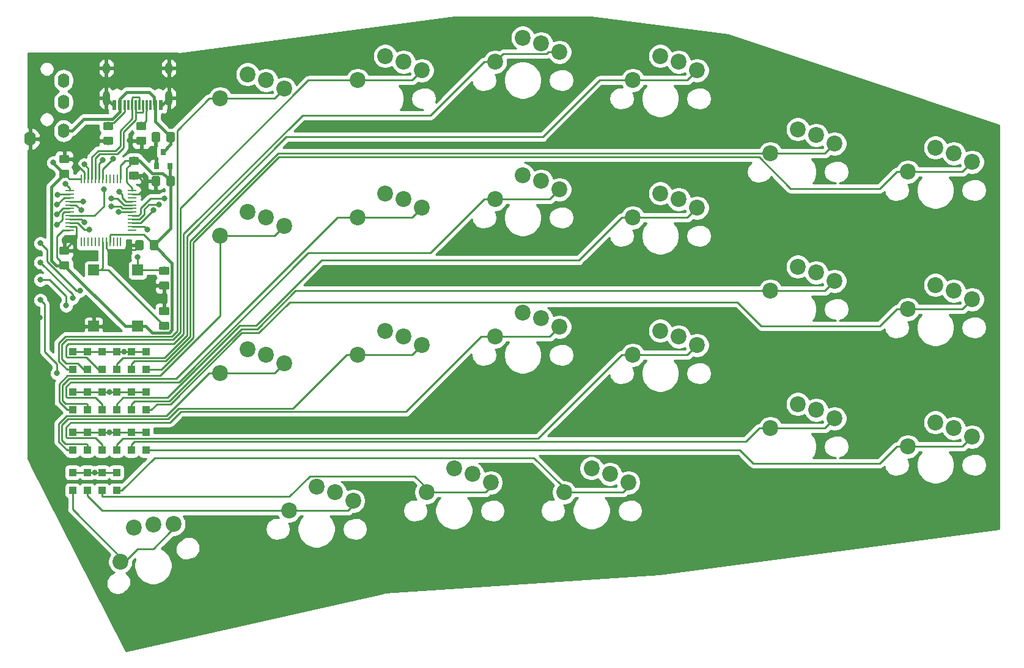
<source format=gtl>
G04 #@! TF.GenerationSoftware,KiCad,Pcbnew,5.0.2+dfsg1-1*
G04 #@! TF.CreationDate,2020-12-03T00:06:01+01:00*
G04 #@! TF.ProjectId,right,72696768-742e-46b6-9963-61645f706362,rev?*
G04 #@! TF.SameCoordinates,Original*
G04 #@! TF.FileFunction,Copper,L1,Top*
G04 #@! TF.FilePolarity,Positive*
%FSLAX46Y46*%
G04 Gerber Fmt 4.6, Leading zero omitted, Abs format (unit mm)*
G04 Created by KiCad (PCBNEW 5.0.2+dfsg1-1) date jeu. 03 déc. 2020 00:06:01 CET*
%MOMM*%
%LPD*%
G01*
G04 APERTURE LIST*
G04 #@! TA.AperFunction,ComponentPad*
%ADD10C,2.200000*%
G04 #@! TD*
G04 #@! TA.AperFunction,SMDPad,CuDef*
%ADD11R,1.500000X1.500000*%
G04 #@! TD*
G04 #@! TA.AperFunction,Conductor*
%ADD12C,0.100000*%
G04 #@! TD*
G04 #@! TA.AperFunction,SMDPad,CuDef*
%ADD13C,1.150000*%
G04 #@! TD*
G04 #@! TA.AperFunction,SMDPad,CuDef*
%ADD14R,1.000000X1.000000*%
G04 #@! TD*
G04 #@! TA.AperFunction,SMDPad,CuDef*
%ADD15R,0.250000X1.300000*%
G04 #@! TD*
G04 #@! TA.AperFunction,SMDPad,CuDef*
%ADD16R,1.300000X0.250000*%
G04 #@! TD*
G04 #@! TA.AperFunction,SMDPad,CuDef*
%ADD17R,0.800000X0.900000*%
G04 #@! TD*
G04 #@! TA.AperFunction,ComponentPad*
%ADD18O,1.600000X2.000000*%
G04 #@! TD*
G04 #@! TA.AperFunction,ComponentPad*
%ADD19O,1.000000X1.400000*%
G04 #@! TD*
G04 #@! TA.AperFunction,ComponentPad*
%ADD20O,1.000000X1.600000*%
G04 #@! TD*
G04 #@! TA.AperFunction,ComponentPad*
%ADD21O,1.000000X2.100000*%
G04 #@! TD*
G04 #@! TA.AperFunction,SMDPad,CuDef*
%ADD22R,0.300000X1.450000*%
G04 #@! TD*
G04 #@! TA.AperFunction,SMDPad,CuDef*
%ADD23R,0.600000X1.450000*%
G04 #@! TD*
G04 #@! TA.AperFunction,ViaPad*
%ADD24C,0.800000*%
G04 #@! TD*
G04 #@! TA.AperFunction,Conductor*
%ADD25C,0.381000*%
G04 #@! TD*
G04 #@! TA.AperFunction,Conductor*
%ADD26C,0.250000*%
G04 #@! TD*
G04 #@! TA.AperFunction,Conductor*
%ADD27C,0.254000*%
G04 #@! TD*
G04 APERTURE END LIST*
D10*
G04 #@! TO.P,SW12,1*
G04 #@! TO.N,Net-(D14-Pad2)*
X117114000Y-70522000D03*
G04 #@! TO.P,SW12,2*
G04 #@! TO.N,COL6*
X112014000Y-68522000D03*
X114554000Y-69342000D03*
G04 #@! TO.P,SW12,1*
G04 #@! TO.N,Net-(D14-Pad2)*
X108204000Y-71882000D03*
G04 #@! TD*
G04 #@! TO.P,SW15,1*
G04 #@! TO.N,Net-(D17-Pad2)*
X94389958Y-136078880D03*
G04 #@! TO.P,SW15,2*
G04 #@! TO.N,COL6*
X98939448Y-130972391D03*
X96300433Y-131371887D03*
G04 #@! TO.P,SW15,1*
G04 #@! TO.N,Net-(D17-Pad2)*
X101756994Y-130886147D03*
G04 #@! TD*
G04 #@! TO.P,SW3,1*
G04 #@! TO.N,Net-(D5-Pad2)*
X212364000Y-80682000D03*
G04 #@! TO.P,SW3,2*
G04 #@! TO.N,COL1*
X207264000Y-78682000D03*
X209804000Y-79502000D03*
G04 #@! TO.P,SW3,1*
G04 #@! TO.N,Net-(D5-Pad2)*
X203454000Y-82042000D03*
G04 #@! TD*
G04 #@! TO.P,SW4,1*
G04 #@! TO.N,Net-(D6-Pad2)*
X203454000Y-101092000D03*
G04 #@! TO.P,SW4,2*
G04 #@! TO.N,COL1*
X209804000Y-98552000D03*
X207264000Y-97732000D03*
G04 #@! TO.P,SW4,1*
G04 #@! TO.N,Net-(D6-Pad2)*
X212364000Y-99732000D03*
G04 #@! TD*
G04 #@! TO.P,SW5,1*
G04 #@! TO.N,Net-(D7-Pad2)*
X212364000Y-118782000D03*
G04 #@! TO.P,SW5,2*
G04 #@! TO.N,COL1*
X207264000Y-116782000D03*
X209804000Y-117602000D03*
G04 #@! TO.P,SW5,1*
G04 #@! TO.N,Net-(D7-Pad2)*
X203454000Y-120142000D03*
G04 #@! TD*
G04 #@! TO.P,SW7,1*
G04 #@! TO.N,Net-(D9-Pad2)*
X165354000Y-69342000D03*
G04 #@! TO.P,SW7,2*
G04 #@! TO.N,COL3*
X171704000Y-66802000D03*
X169164000Y-65982000D03*
G04 #@! TO.P,SW7,1*
G04 #@! TO.N,Net-(D9-Pad2)*
X174264000Y-67982000D03*
G04 #@! TD*
G04 #@! TO.P,SW13,1*
G04 #@! TO.N,Net-(D15-Pad2)*
X117114000Y-89572000D03*
G04 #@! TO.P,SW13,2*
G04 #@! TO.N,COL6*
X112014000Y-87572000D03*
X114554000Y-88392000D03*
G04 #@! TO.P,SW13,1*
G04 #@! TO.N,Net-(D15-Pad2)*
X108204000Y-90932000D03*
G04 #@! TD*
G04 #@! TO.P,SW8,1*
G04 #@! TO.N,Net-(D10-Pad2)*
X165354000Y-88392000D03*
G04 #@! TO.P,SW8,2*
G04 #@! TO.N,COL3*
X171704000Y-85852000D03*
X169164000Y-85032000D03*
G04 #@! TO.P,SW8,1*
G04 #@! TO.N,Net-(D10-Pad2)*
X174264000Y-87032000D03*
G04 #@! TD*
G04 #@! TO.P,SW9,1*
G04 #@! TO.N,Net-(D11-Pad2)*
X174264000Y-106082000D03*
G04 #@! TO.P,SW9,2*
G04 #@! TO.N,COL3*
X169164000Y-104082000D03*
X171704000Y-104902000D03*
G04 #@! TO.P,SW9,1*
G04 #@! TO.N,Net-(D11-Pad2)*
X165354000Y-107442000D03*
G04 #@! TD*
G04 #@! TO.P,SW10,1*
G04 #@! TO.N,Net-(D12-Pad2)*
X155829000Y-126492000D03*
G04 #@! TO.P,SW10,2*
G04 #@! TO.N,COL3*
X162179000Y-123952000D03*
X159639000Y-123132000D03*
G04 #@! TO.P,SW10,1*
G04 #@! TO.N,Net-(D12-Pad2)*
X164739000Y-125132000D03*
G04 #@! TD*
G04 #@! TO.P,SW14,1*
G04 #@! TO.N,Net-(D16-Pad2)*
X108204000Y-109982000D03*
G04 #@! TO.P,SW14,2*
G04 #@! TO.N,COL6*
X114554000Y-107442000D03*
X112014000Y-106622000D03*
G04 #@! TO.P,SW14,1*
G04 #@! TO.N,Net-(D16-Pad2)*
X117114000Y-108622000D03*
G04 #@! TD*
G04 #@! TO.P,SW17,1*
G04 #@! TO.N,Net-(D19-Pad2)*
X193314000Y-78142000D03*
G04 #@! TO.P,SW17,2*
G04 #@! TO.N,COL2*
X188214000Y-76142000D03*
X190754000Y-76962000D03*
G04 #@! TO.P,SW17,1*
G04 #@! TO.N,Net-(D19-Pad2)*
X184404000Y-79502000D03*
G04 #@! TD*
G04 #@! TO.P,SW18,1*
G04 #@! TO.N,Net-(D20-Pad2)*
X184404000Y-98552000D03*
G04 #@! TO.P,SW18,2*
G04 #@! TO.N,COL2*
X190754000Y-96012000D03*
X188214000Y-95192000D03*
G04 #@! TO.P,SW18,1*
G04 #@! TO.N,Net-(D20-Pad2)*
X193314000Y-97192000D03*
G04 #@! TD*
G04 #@! TO.P,SW19,1*
G04 #@! TO.N,Net-(D21-Pad2)*
X193314000Y-116242000D03*
G04 #@! TO.P,SW19,2*
G04 #@! TO.N,COL2*
X188214000Y-114242000D03*
X190754000Y-115062000D03*
G04 #@! TO.P,SW19,1*
G04 #@! TO.N,Net-(D21-Pad2)*
X184404000Y-117602000D03*
G04 #@! TD*
G04 #@! TO.P,SW21,1*
G04 #@! TO.N,Net-(D23-Pad2)*
X146304000Y-66802000D03*
G04 #@! TO.P,SW21,2*
G04 #@! TO.N,COL4*
X152654000Y-64262000D03*
X150114000Y-63442000D03*
G04 #@! TO.P,SW21,1*
G04 #@! TO.N,Net-(D23-Pad2)*
X155214000Y-65442000D03*
G04 #@! TD*
G04 #@! TO.P,SW22,1*
G04 #@! TO.N,Net-(D24-Pad2)*
X155214000Y-84492000D03*
G04 #@! TO.P,SW22,2*
G04 #@! TO.N,COL4*
X150114000Y-82492000D03*
X152654000Y-83312000D03*
G04 #@! TO.P,SW22,1*
G04 #@! TO.N,Net-(D24-Pad2)*
X146304000Y-85852000D03*
G04 #@! TD*
G04 #@! TO.P,SW23,1*
G04 #@! TO.N,Net-(D25-Pad2)*
X146304000Y-104902000D03*
G04 #@! TO.P,SW23,2*
G04 #@! TO.N,COL4*
X152654000Y-102362000D03*
X150114000Y-101542000D03*
G04 #@! TO.P,SW23,1*
G04 #@! TO.N,Net-(D25-Pad2)*
X155214000Y-103542000D03*
G04 #@! TD*
G04 #@! TO.P,SW31,1*
G04 #@! TO.N,Net-(D33-Pad2)*
X136164000Y-67982000D03*
G04 #@! TO.P,SW31,2*
G04 #@! TO.N,COL5*
X131064000Y-65982000D03*
X133604000Y-66802000D03*
G04 #@! TO.P,SW31,1*
G04 #@! TO.N,Net-(D33-Pad2)*
X127254000Y-69342000D03*
G04 #@! TD*
G04 #@! TO.P,SW32,1*
G04 #@! TO.N,Net-(D34-Pad2)*
X127254000Y-88392000D03*
G04 #@! TO.P,SW32,2*
G04 #@! TO.N,COL5*
X133604000Y-85852000D03*
X131064000Y-85032000D03*
G04 #@! TO.P,SW32,1*
G04 #@! TO.N,Net-(D34-Pad2)*
X136164000Y-87032000D03*
G04 #@! TD*
G04 #@! TO.P,SW33,1*
G04 #@! TO.N,Net-(D35-Pad2)*
X136164000Y-106082000D03*
G04 #@! TO.P,SW33,2*
G04 #@! TO.N,COL5*
X131064000Y-104082000D03*
X133604000Y-104902000D03*
G04 #@! TO.P,SW33,1*
G04 #@! TO.N,Net-(D35-Pad2)*
X127254000Y-107442000D03*
G04 #@! TD*
G04 #@! TO.P,SW34,1*
G04 #@! TO.N,Net-(D36-Pad2)*
X117729000Y-129032000D03*
G04 #@! TO.P,SW34,2*
G04 #@! TO.N,COL5*
X124079000Y-126492000D03*
X121539000Y-125672000D03*
G04 #@! TO.P,SW34,1*
G04 #@! TO.N,Net-(D36-Pad2)*
X126639000Y-127672000D03*
G04 #@! TD*
G04 #@! TO.P,SW24,1*
G04 #@! TO.N,Net-(D26-Pad2)*
X145689000Y-125132000D03*
G04 #@! TO.P,SW24,2*
G04 #@! TO.N,COL4*
X140589000Y-123132000D03*
X143129000Y-123952000D03*
G04 #@! TO.P,SW24,1*
G04 #@! TO.N,Net-(D26-Pad2)*
X136779000Y-126492000D03*
G04 #@! TD*
D11*
G04 #@! TO.P,SW2,2*
G04 #@! TO.N,Net-(C1-Pad2)*
X90678000Y-95668000D03*
G04 #@! TO.P,SW2,1*
G04 #@! TO.N,GND*
X90678000Y-103468000D03*
G04 #@! TD*
G04 #@! TO.P,SW1,1*
G04 #@! TO.N,Net-(R1-Pad1)*
X96774000Y-95668000D03*
G04 #@! TO.P,SW1,2*
G04 #@! TO.N,3.3V*
X96774000Y-103468000D03*
G04 #@! TD*
D12*
G04 #@! TO.N,GND*
G04 #@! TO.C,C1*
G36*
X100931505Y-100763204D02*
X100955773Y-100766804D01*
X100979572Y-100772765D01*
X101002671Y-100781030D01*
X101024850Y-100791520D01*
X101045893Y-100804132D01*
X101065599Y-100818747D01*
X101083777Y-100835223D01*
X101100253Y-100853401D01*
X101114868Y-100873107D01*
X101127480Y-100894150D01*
X101137970Y-100916329D01*
X101146235Y-100939428D01*
X101152196Y-100963227D01*
X101155796Y-100987495D01*
X101157000Y-101011999D01*
X101157000Y-101662001D01*
X101155796Y-101686505D01*
X101152196Y-101710773D01*
X101146235Y-101734572D01*
X101137970Y-101757671D01*
X101127480Y-101779850D01*
X101114868Y-101800893D01*
X101100253Y-101820599D01*
X101083777Y-101838777D01*
X101065599Y-101855253D01*
X101045893Y-101869868D01*
X101024850Y-101882480D01*
X101002671Y-101892970D01*
X100979572Y-101901235D01*
X100955773Y-101907196D01*
X100931505Y-101910796D01*
X100907001Y-101912000D01*
X100006999Y-101912000D01*
X99982495Y-101910796D01*
X99958227Y-101907196D01*
X99934428Y-101901235D01*
X99911329Y-101892970D01*
X99889150Y-101882480D01*
X99868107Y-101869868D01*
X99848401Y-101855253D01*
X99830223Y-101838777D01*
X99813747Y-101820599D01*
X99799132Y-101800893D01*
X99786520Y-101779850D01*
X99776030Y-101757671D01*
X99767765Y-101734572D01*
X99761804Y-101710773D01*
X99758204Y-101686505D01*
X99757000Y-101662001D01*
X99757000Y-101011999D01*
X99758204Y-100987495D01*
X99761804Y-100963227D01*
X99767765Y-100939428D01*
X99776030Y-100916329D01*
X99786520Y-100894150D01*
X99799132Y-100873107D01*
X99813747Y-100853401D01*
X99830223Y-100835223D01*
X99848401Y-100818747D01*
X99868107Y-100804132D01*
X99889150Y-100791520D01*
X99911329Y-100781030D01*
X99934428Y-100772765D01*
X99958227Y-100766804D01*
X99982495Y-100763204D01*
X100006999Y-100762000D01*
X100907001Y-100762000D01*
X100931505Y-100763204D01*
X100931505Y-100763204D01*
G37*
D13*
G04 #@! TD*
G04 #@! TO.P,C1,1*
G04 #@! TO.N,GND*
X100457000Y-101337000D03*
D12*
G04 #@! TO.N,Net-(C1-Pad2)*
G04 #@! TO.C,C1*
G36*
X100931505Y-102813204D02*
X100955773Y-102816804D01*
X100979572Y-102822765D01*
X101002671Y-102831030D01*
X101024850Y-102841520D01*
X101045893Y-102854132D01*
X101065599Y-102868747D01*
X101083777Y-102885223D01*
X101100253Y-102903401D01*
X101114868Y-102923107D01*
X101127480Y-102944150D01*
X101137970Y-102966329D01*
X101146235Y-102989428D01*
X101152196Y-103013227D01*
X101155796Y-103037495D01*
X101157000Y-103061999D01*
X101157000Y-103712001D01*
X101155796Y-103736505D01*
X101152196Y-103760773D01*
X101146235Y-103784572D01*
X101137970Y-103807671D01*
X101127480Y-103829850D01*
X101114868Y-103850893D01*
X101100253Y-103870599D01*
X101083777Y-103888777D01*
X101065599Y-103905253D01*
X101045893Y-103919868D01*
X101024850Y-103932480D01*
X101002671Y-103942970D01*
X100979572Y-103951235D01*
X100955773Y-103957196D01*
X100931505Y-103960796D01*
X100907001Y-103962000D01*
X100006999Y-103962000D01*
X99982495Y-103960796D01*
X99958227Y-103957196D01*
X99934428Y-103951235D01*
X99911329Y-103942970D01*
X99889150Y-103932480D01*
X99868107Y-103919868D01*
X99848401Y-103905253D01*
X99830223Y-103888777D01*
X99813747Y-103870599D01*
X99799132Y-103850893D01*
X99786520Y-103829850D01*
X99776030Y-103807671D01*
X99767765Y-103784572D01*
X99761804Y-103760773D01*
X99758204Y-103736505D01*
X99757000Y-103712001D01*
X99757000Y-103061999D01*
X99758204Y-103037495D01*
X99761804Y-103013227D01*
X99767765Y-102989428D01*
X99776030Y-102966329D01*
X99786520Y-102944150D01*
X99799132Y-102923107D01*
X99813747Y-102903401D01*
X99830223Y-102885223D01*
X99848401Y-102868747D01*
X99868107Y-102854132D01*
X99889150Y-102841520D01*
X99911329Y-102831030D01*
X99934428Y-102822765D01*
X99958227Y-102816804D01*
X99982495Y-102813204D01*
X100006999Y-102812000D01*
X100907001Y-102812000D01*
X100931505Y-102813204D01*
X100931505Y-102813204D01*
G37*
D13*
G04 #@! TD*
G04 #@! TO.P,C1,2*
G04 #@! TO.N,Net-(C1-Pad2)*
X100457000Y-103387000D03*
D12*
G04 #@! TO.N,3.3V*
G04 #@! TO.C,C2*
G36*
X87088505Y-81731204D02*
X87112773Y-81734804D01*
X87136572Y-81740765D01*
X87159671Y-81749030D01*
X87181850Y-81759520D01*
X87202893Y-81772132D01*
X87222599Y-81786747D01*
X87240777Y-81803223D01*
X87257253Y-81821401D01*
X87271868Y-81841107D01*
X87284480Y-81862150D01*
X87294970Y-81884329D01*
X87303235Y-81907428D01*
X87309196Y-81931227D01*
X87312796Y-81955495D01*
X87314000Y-81979999D01*
X87314000Y-82630001D01*
X87312796Y-82654505D01*
X87309196Y-82678773D01*
X87303235Y-82702572D01*
X87294970Y-82725671D01*
X87284480Y-82747850D01*
X87271868Y-82768893D01*
X87257253Y-82788599D01*
X87240777Y-82806777D01*
X87222599Y-82823253D01*
X87202893Y-82837868D01*
X87181850Y-82850480D01*
X87159671Y-82860970D01*
X87136572Y-82869235D01*
X87112773Y-82875196D01*
X87088505Y-82878796D01*
X87064001Y-82880000D01*
X86163999Y-82880000D01*
X86139495Y-82878796D01*
X86115227Y-82875196D01*
X86091428Y-82869235D01*
X86068329Y-82860970D01*
X86046150Y-82850480D01*
X86025107Y-82837868D01*
X86005401Y-82823253D01*
X85987223Y-82806777D01*
X85970747Y-82788599D01*
X85956132Y-82768893D01*
X85943520Y-82747850D01*
X85933030Y-82725671D01*
X85924765Y-82702572D01*
X85918804Y-82678773D01*
X85915204Y-82654505D01*
X85914000Y-82630001D01*
X85914000Y-81979999D01*
X85915204Y-81955495D01*
X85918804Y-81931227D01*
X85924765Y-81907428D01*
X85933030Y-81884329D01*
X85943520Y-81862150D01*
X85956132Y-81841107D01*
X85970747Y-81821401D01*
X85987223Y-81803223D01*
X86005401Y-81786747D01*
X86025107Y-81772132D01*
X86046150Y-81759520D01*
X86068329Y-81749030D01*
X86091428Y-81740765D01*
X86115227Y-81734804D01*
X86139495Y-81731204D01*
X86163999Y-81730000D01*
X87064001Y-81730000D01*
X87088505Y-81731204D01*
X87088505Y-81731204D01*
G37*
D13*
G04 #@! TD*
G04 #@! TO.P,C2,2*
G04 #@! TO.N,3.3V*
X86614000Y-82305000D03*
D12*
G04 #@! TO.N,GND*
G04 #@! TO.C,C2*
G36*
X87088505Y-79681204D02*
X87112773Y-79684804D01*
X87136572Y-79690765D01*
X87159671Y-79699030D01*
X87181850Y-79709520D01*
X87202893Y-79722132D01*
X87222599Y-79736747D01*
X87240777Y-79753223D01*
X87257253Y-79771401D01*
X87271868Y-79791107D01*
X87284480Y-79812150D01*
X87294970Y-79834329D01*
X87303235Y-79857428D01*
X87309196Y-79881227D01*
X87312796Y-79905495D01*
X87314000Y-79929999D01*
X87314000Y-80580001D01*
X87312796Y-80604505D01*
X87309196Y-80628773D01*
X87303235Y-80652572D01*
X87294970Y-80675671D01*
X87284480Y-80697850D01*
X87271868Y-80718893D01*
X87257253Y-80738599D01*
X87240777Y-80756777D01*
X87222599Y-80773253D01*
X87202893Y-80787868D01*
X87181850Y-80800480D01*
X87159671Y-80810970D01*
X87136572Y-80819235D01*
X87112773Y-80825196D01*
X87088505Y-80828796D01*
X87064001Y-80830000D01*
X86163999Y-80830000D01*
X86139495Y-80828796D01*
X86115227Y-80825196D01*
X86091428Y-80819235D01*
X86068329Y-80810970D01*
X86046150Y-80800480D01*
X86025107Y-80787868D01*
X86005401Y-80773253D01*
X85987223Y-80756777D01*
X85970747Y-80738599D01*
X85956132Y-80718893D01*
X85943520Y-80697850D01*
X85933030Y-80675671D01*
X85924765Y-80652572D01*
X85918804Y-80628773D01*
X85915204Y-80604505D01*
X85914000Y-80580001D01*
X85914000Y-79929999D01*
X85915204Y-79905495D01*
X85918804Y-79881227D01*
X85924765Y-79857428D01*
X85933030Y-79834329D01*
X85943520Y-79812150D01*
X85956132Y-79791107D01*
X85970747Y-79771401D01*
X85987223Y-79753223D01*
X86005401Y-79736747D01*
X86025107Y-79722132D01*
X86046150Y-79709520D01*
X86068329Y-79699030D01*
X86091428Y-79690765D01*
X86115227Y-79684804D01*
X86139495Y-79681204D01*
X86163999Y-79680000D01*
X87064001Y-79680000D01*
X87088505Y-79681204D01*
X87088505Y-79681204D01*
G37*
D13*
G04 #@! TD*
G04 #@! TO.P,C2,1*
G04 #@! TO.N,GND*
X86614000Y-80255000D03*
D12*
G04 #@! TO.N,GND*
G04 #@! TO.C,C3*
G36*
X96740505Y-81985204D02*
X96764773Y-81988804D01*
X96788572Y-81994765D01*
X96811671Y-82003030D01*
X96833850Y-82013520D01*
X96854893Y-82026132D01*
X96874599Y-82040747D01*
X96892777Y-82057223D01*
X96909253Y-82075401D01*
X96923868Y-82095107D01*
X96936480Y-82116150D01*
X96946970Y-82138329D01*
X96955235Y-82161428D01*
X96961196Y-82185227D01*
X96964796Y-82209495D01*
X96966000Y-82233999D01*
X96966000Y-82884001D01*
X96964796Y-82908505D01*
X96961196Y-82932773D01*
X96955235Y-82956572D01*
X96946970Y-82979671D01*
X96936480Y-83001850D01*
X96923868Y-83022893D01*
X96909253Y-83042599D01*
X96892777Y-83060777D01*
X96874599Y-83077253D01*
X96854893Y-83091868D01*
X96833850Y-83104480D01*
X96811671Y-83114970D01*
X96788572Y-83123235D01*
X96764773Y-83129196D01*
X96740505Y-83132796D01*
X96716001Y-83134000D01*
X95815999Y-83134000D01*
X95791495Y-83132796D01*
X95767227Y-83129196D01*
X95743428Y-83123235D01*
X95720329Y-83114970D01*
X95698150Y-83104480D01*
X95677107Y-83091868D01*
X95657401Y-83077253D01*
X95639223Y-83060777D01*
X95622747Y-83042599D01*
X95608132Y-83022893D01*
X95595520Y-83001850D01*
X95585030Y-82979671D01*
X95576765Y-82956572D01*
X95570804Y-82932773D01*
X95567204Y-82908505D01*
X95566000Y-82884001D01*
X95566000Y-82233999D01*
X95567204Y-82209495D01*
X95570804Y-82185227D01*
X95576765Y-82161428D01*
X95585030Y-82138329D01*
X95595520Y-82116150D01*
X95608132Y-82095107D01*
X95622747Y-82075401D01*
X95639223Y-82057223D01*
X95657401Y-82040747D01*
X95677107Y-82026132D01*
X95698150Y-82013520D01*
X95720329Y-82003030D01*
X95743428Y-81994765D01*
X95767227Y-81988804D01*
X95791495Y-81985204D01*
X95815999Y-81984000D01*
X96716001Y-81984000D01*
X96740505Y-81985204D01*
X96740505Y-81985204D01*
G37*
D13*
G04 #@! TD*
G04 #@! TO.P,C3,1*
G04 #@! TO.N,GND*
X96266000Y-82559000D03*
D12*
G04 #@! TO.N,3.3V*
G04 #@! TO.C,C3*
G36*
X96740505Y-79935204D02*
X96764773Y-79938804D01*
X96788572Y-79944765D01*
X96811671Y-79953030D01*
X96833850Y-79963520D01*
X96854893Y-79976132D01*
X96874599Y-79990747D01*
X96892777Y-80007223D01*
X96909253Y-80025401D01*
X96923868Y-80045107D01*
X96936480Y-80066150D01*
X96946970Y-80088329D01*
X96955235Y-80111428D01*
X96961196Y-80135227D01*
X96964796Y-80159495D01*
X96966000Y-80183999D01*
X96966000Y-80834001D01*
X96964796Y-80858505D01*
X96961196Y-80882773D01*
X96955235Y-80906572D01*
X96946970Y-80929671D01*
X96936480Y-80951850D01*
X96923868Y-80972893D01*
X96909253Y-80992599D01*
X96892777Y-81010777D01*
X96874599Y-81027253D01*
X96854893Y-81041868D01*
X96833850Y-81054480D01*
X96811671Y-81064970D01*
X96788572Y-81073235D01*
X96764773Y-81079196D01*
X96740505Y-81082796D01*
X96716001Y-81084000D01*
X95815999Y-81084000D01*
X95791495Y-81082796D01*
X95767227Y-81079196D01*
X95743428Y-81073235D01*
X95720329Y-81064970D01*
X95698150Y-81054480D01*
X95677107Y-81041868D01*
X95657401Y-81027253D01*
X95639223Y-81010777D01*
X95622747Y-80992599D01*
X95608132Y-80972893D01*
X95595520Y-80951850D01*
X95585030Y-80929671D01*
X95576765Y-80906572D01*
X95570804Y-80882773D01*
X95567204Y-80858505D01*
X95566000Y-80834001D01*
X95566000Y-80183999D01*
X95567204Y-80159495D01*
X95570804Y-80135227D01*
X95576765Y-80111428D01*
X95585030Y-80088329D01*
X95595520Y-80066150D01*
X95608132Y-80045107D01*
X95622747Y-80025401D01*
X95639223Y-80007223D01*
X95657401Y-79990747D01*
X95677107Y-79976132D01*
X95698150Y-79963520D01*
X95720329Y-79953030D01*
X95743428Y-79944765D01*
X95767227Y-79938804D01*
X95791495Y-79935204D01*
X95815999Y-79934000D01*
X96716001Y-79934000D01*
X96740505Y-79935204D01*
X96740505Y-79935204D01*
G37*
D13*
G04 #@! TD*
G04 #@! TO.P,C3,2*
G04 #@! TO.N,3.3V*
X96266000Y-80509000D03*
D12*
G04 #@! TO.N,3.3V*
G04 #@! TO.C,C4*
G36*
X99418505Y-91503204D02*
X99442773Y-91506804D01*
X99466572Y-91512765D01*
X99489671Y-91521030D01*
X99511850Y-91531520D01*
X99532893Y-91544132D01*
X99552599Y-91558747D01*
X99570777Y-91575223D01*
X99587253Y-91593401D01*
X99601868Y-91613107D01*
X99614480Y-91634150D01*
X99624970Y-91656329D01*
X99633235Y-91679428D01*
X99639196Y-91703227D01*
X99642796Y-91727495D01*
X99644000Y-91751999D01*
X99644000Y-92652001D01*
X99642796Y-92676505D01*
X99639196Y-92700773D01*
X99633235Y-92724572D01*
X99624970Y-92747671D01*
X99614480Y-92769850D01*
X99601868Y-92790893D01*
X99587253Y-92810599D01*
X99570777Y-92828777D01*
X99552599Y-92845253D01*
X99532893Y-92859868D01*
X99511850Y-92872480D01*
X99489671Y-92882970D01*
X99466572Y-92891235D01*
X99442773Y-92897196D01*
X99418505Y-92900796D01*
X99394001Y-92902000D01*
X98743999Y-92902000D01*
X98719495Y-92900796D01*
X98695227Y-92897196D01*
X98671428Y-92891235D01*
X98648329Y-92882970D01*
X98626150Y-92872480D01*
X98605107Y-92859868D01*
X98585401Y-92845253D01*
X98567223Y-92828777D01*
X98550747Y-92810599D01*
X98536132Y-92790893D01*
X98523520Y-92769850D01*
X98513030Y-92747671D01*
X98504765Y-92724572D01*
X98498804Y-92700773D01*
X98495204Y-92676505D01*
X98494000Y-92652001D01*
X98494000Y-91751999D01*
X98495204Y-91727495D01*
X98498804Y-91703227D01*
X98504765Y-91679428D01*
X98513030Y-91656329D01*
X98523520Y-91634150D01*
X98536132Y-91613107D01*
X98550747Y-91593401D01*
X98567223Y-91575223D01*
X98585401Y-91558747D01*
X98605107Y-91544132D01*
X98626150Y-91531520D01*
X98648329Y-91521030D01*
X98671428Y-91512765D01*
X98695227Y-91506804D01*
X98719495Y-91503204D01*
X98743999Y-91502000D01*
X99394001Y-91502000D01*
X99418505Y-91503204D01*
X99418505Y-91503204D01*
G37*
D13*
G04 #@! TD*
G04 #@! TO.P,C4,2*
G04 #@! TO.N,3.3V*
X99069000Y-92202000D03*
D12*
G04 #@! TO.N,GND*
G04 #@! TO.C,C4*
G36*
X97368505Y-91503204D02*
X97392773Y-91506804D01*
X97416572Y-91512765D01*
X97439671Y-91521030D01*
X97461850Y-91531520D01*
X97482893Y-91544132D01*
X97502599Y-91558747D01*
X97520777Y-91575223D01*
X97537253Y-91593401D01*
X97551868Y-91613107D01*
X97564480Y-91634150D01*
X97574970Y-91656329D01*
X97583235Y-91679428D01*
X97589196Y-91703227D01*
X97592796Y-91727495D01*
X97594000Y-91751999D01*
X97594000Y-92652001D01*
X97592796Y-92676505D01*
X97589196Y-92700773D01*
X97583235Y-92724572D01*
X97574970Y-92747671D01*
X97564480Y-92769850D01*
X97551868Y-92790893D01*
X97537253Y-92810599D01*
X97520777Y-92828777D01*
X97502599Y-92845253D01*
X97482893Y-92859868D01*
X97461850Y-92872480D01*
X97439671Y-92882970D01*
X97416572Y-92891235D01*
X97392773Y-92897196D01*
X97368505Y-92900796D01*
X97344001Y-92902000D01*
X96693999Y-92902000D01*
X96669495Y-92900796D01*
X96645227Y-92897196D01*
X96621428Y-92891235D01*
X96598329Y-92882970D01*
X96576150Y-92872480D01*
X96555107Y-92859868D01*
X96535401Y-92845253D01*
X96517223Y-92828777D01*
X96500747Y-92810599D01*
X96486132Y-92790893D01*
X96473520Y-92769850D01*
X96463030Y-92747671D01*
X96454765Y-92724572D01*
X96448804Y-92700773D01*
X96445204Y-92676505D01*
X96444000Y-92652001D01*
X96444000Y-91751999D01*
X96445204Y-91727495D01*
X96448804Y-91703227D01*
X96454765Y-91679428D01*
X96463030Y-91656329D01*
X96473520Y-91634150D01*
X96486132Y-91613107D01*
X96500747Y-91593401D01*
X96517223Y-91575223D01*
X96535401Y-91558747D01*
X96555107Y-91544132D01*
X96576150Y-91531520D01*
X96598329Y-91521030D01*
X96621428Y-91512765D01*
X96645227Y-91506804D01*
X96669495Y-91503204D01*
X96693999Y-91502000D01*
X97344001Y-91502000D01*
X97368505Y-91503204D01*
X97368505Y-91503204D01*
G37*
D13*
G04 #@! TD*
G04 #@! TO.P,C4,1*
G04 #@! TO.N,GND*
X97019000Y-92202000D03*
D12*
G04 #@! TO.N,GND*
G04 #@! TO.C,C5*
G36*
X87088505Y-92381204D02*
X87112773Y-92384804D01*
X87136572Y-92390765D01*
X87159671Y-92399030D01*
X87181850Y-92409520D01*
X87202893Y-92422132D01*
X87222599Y-92436747D01*
X87240777Y-92453223D01*
X87257253Y-92471401D01*
X87271868Y-92491107D01*
X87284480Y-92512150D01*
X87294970Y-92534329D01*
X87303235Y-92557428D01*
X87309196Y-92581227D01*
X87312796Y-92605495D01*
X87314000Y-92629999D01*
X87314000Y-93280001D01*
X87312796Y-93304505D01*
X87309196Y-93328773D01*
X87303235Y-93352572D01*
X87294970Y-93375671D01*
X87284480Y-93397850D01*
X87271868Y-93418893D01*
X87257253Y-93438599D01*
X87240777Y-93456777D01*
X87222599Y-93473253D01*
X87202893Y-93487868D01*
X87181850Y-93500480D01*
X87159671Y-93510970D01*
X87136572Y-93519235D01*
X87112773Y-93525196D01*
X87088505Y-93528796D01*
X87064001Y-93530000D01*
X86163999Y-93530000D01*
X86139495Y-93528796D01*
X86115227Y-93525196D01*
X86091428Y-93519235D01*
X86068329Y-93510970D01*
X86046150Y-93500480D01*
X86025107Y-93487868D01*
X86005401Y-93473253D01*
X85987223Y-93456777D01*
X85970747Y-93438599D01*
X85956132Y-93418893D01*
X85943520Y-93397850D01*
X85933030Y-93375671D01*
X85924765Y-93352572D01*
X85918804Y-93328773D01*
X85915204Y-93304505D01*
X85914000Y-93280001D01*
X85914000Y-92629999D01*
X85915204Y-92605495D01*
X85918804Y-92581227D01*
X85924765Y-92557428D01*
X85933030Y-92534329D01*
X85943520Y-92512150D01*
X85956132Y-92491107D01*
X85970747Y-92471401D01*
X85987223Y-92453223D01*
X86005401Y-92436747D01*
X86025107Y-92422132D01*
X86046150Y-92409520D01*
X86068329Y-92399030D01*
X86091428Y-92390765D01*
X86115227Y-92384804D01*
X86139495Y-92381204D01*
X86163999Y-92380000D01*
X87064001Y-92380000D01*
X87088505Y-92381204D01*
X87088505Y-92381204D01*
G37*
D13*
G04 #@! TD*
G04 #@! TO.P,C5,1*
G04 #@! TO.N,GND*
X86614000Y-92955000D03*
D12*
G04 #@! TO.N,3.3V*
G04 #@! TO.C,C5*
G36*
X87088505Y-94431204D02*
X87112773Y-94434804D01*
X87136572Y-94440765D01*
X87159671Y-94449030D01*
X87181850Y-94459520D01*
X87202893Y-94472132D01*
X87222599Y-94486747D01*
X87240777Y-94503223D01*
X87257253Y-94521401D01*
X87271868Y-94541107D01*
X87284480Y-94562150D01*
X87294970Y-94584329D01*
X87303235Y-94607428D01*
X87309196Y-94631227D01*
X87312796Y-94655495D01*
X87314000Y-94679999D01*
X87314000Y-95330001D01*
X87312796Y-95354505D01*
X87309196Y-95378773D01*
X87303235Y-95402572D01*
X87294970Y-95425671D01*
X87284480Y-95447850D01*
X87271868Y-95468893D01*
X87257253Y-95488599D01*
X87240777Y-95506777D01*
X87222599Y-95523253D01*
X87202893Y-95537868D01*
X87181850Y-95550480D01*
X87159671Y-95560970D01*
X87136572Y-95569235D01*
X87112773Y-95575196D01*
X87088505Y-95578796D01*
X87064001Y-95580000D01*
X86163999Y-95580000D01*
X86139495Y-95578796D01*
X86115227Y-95575196D01*
X86091428Y-95569235D01*
X86068329Y-95560970D01*
X86046150Y-95550480D01*
X86025107Y-95537868D01*
X86005401Y-95523253D01*
X85987223Y-95506777D01*
X85970747Y-95488599D01*
X85956132Y-95468893D01*
X85943520Y-95447850D01*
X85933030Y-95425671D01*
X85924765Y-95402572D01*
X85918804Y-95378773D01*
X85915204Y-95354505D01*
X85914000Y-95330001D01*
X85914000Y-94679999D01*
X85915204Y-94655495D01*
X85918804Y-94631227D01*
X85924765Y-94607428D01*
X85933030Y-94584329D01*
X85943520Y-94562150D01*
X85956132Y-94541107D01*
X85970747Y-94521401D01*
X85987223Y-94503223D01*
X86005401Y-94486747D01*
X86025107Y-94472132D01*
X86046150Y-94459520D01*
X86068329Y-94449030D01*
X86091428Y-94440765D01*
X86115227Y-94434804D01*
X86139495Y-94431204D01*
X86163999Y-94430000D01*
X87064001Y-94430000D01*
X87088505Y-94431204D01*
X87088505Y-94431204D01*
G37*
D13*
G04 #@! TD*
G04 #@! TO.P,C5,2*
G04 #@! TO.N,3.3V*
X86614000Y-95005000D03*
D12*
G04 #@! TO.N,3.3V*
G04 #@! TO.C,C6*
G36*
X101704505Y-82613204D02*
X101728773Y-82616804D01*
X101752572Y-82622765D01*
X101775671Y-82631030D01*
X101797850Y-82641520D01*
X101818893Y-82654132D01*
X101838599Y-82668747D01*
X101856777Y-82685223D01*
X101873253Y-82703401D01*
X101887868Y-82723107D01*
X101900480Y-82744150D01*
X101910970Y-82766329D01*
X101919235Y-82789428D01*
X101925196Y-82813227D01*
X101928796Y-82837495D01*
X101930000Y-82861999D01*
X101930000Y-83762001D01*
X101928796Y-83786505D01*
X101925196Y-83810773D01*
X101919235Y-83834572D01*
X101910970Y-83857671D01*
X101900480Y-83879850D01*
X101887868Y-83900893D01*
X101873253Y-83920599D01*
X101856777Y-83938777D01*
X101838599Y-83955253D01*
X101818893Y-83969868D01*
X101797850Y-83982480D01*
X101775671Y-83992970D01*
X101752572Y-84001235D01*
X101728773Y-84007196D01*
X101704505Y-84010796D01*
X101680001Y-84012000D01*
X101029999Y-84012000D01*
X101005495Y-84010796D01*
X100981227Y-84007196D01*
X100957428Y-84001235D01*
X100934329Y-83992970D01*
X100912150Y-83982480D01*
X100891107Y-83969868D01*
X100871401Y-83955253D01*
X100853223Y-83938777D01*
X100836747Y-83920599D01*
X100822132Y-83900893D01*
X100809520Y-83879850D01*
X100799030Y-83857671D01*
X100790765Y-83834572D01*
X100784804Y-83810773D01*
X100781204Y-83786505D01*
X100780000Y-83762001D01*
X100780000Y-82861999D01*
X100781204Y-82837495D01*
X100784804Y-82813227D01*
X100790765Y-82789428D01*
X100799030Y-82766329D01*
X100809520Y-82744150D01*
X100822132Y-82723107D01*
X100836747Y-82703401D01*
X100853223Y-82685223D01*
X100871401Y-82668747D01*
X100891107Y-82654132D01*
X100912150Y-82641520D01*
X100934329Y-82631030D01*
X100957428Y-82622765D01*
X100981227Y-82616804D01*
X101005495Y-82613204D01*
X101029999Y-82612000D01*
X101680001Y-82612000D01*
X101704505Y-82613204D01*
X101704505Y-82613204D01*
G37*
D13*
G04 #@! TD*
G04 #@! TO.P,C6,2*
G04 #@! TO.N,3.3V*
X101355000Y-83312000D03*
D12*
G04 #@! TO.N,GND*
G04 #@! TO.C,C6*
G36*
X99654505Y-82613204D02*
X99678773Y-82616804D01*
X99702572Y-82622765D01*
X99725671Y-82631030D01*
X99747850Y-82641520D01*
X99768893Y-82654132D01*
X99788599Y-82668747D01*
X99806777Y-82685223D01*
X99823253Y-82703401D01*
X99837868Y-82723107D01*
X99850480Y-82744150D01*
X99860970Y-82766329D01*
X99869235Y-82789428D01*
X99875196Y-82813227D01*
X99878796Y-82837495D01*
X99880000Y-82861999D01*
X99880000Y-83762001D01*
X99878796Y-83786505D01*
X99875196Y-83810773D01*
X99869235Y-83834572D01*
X99860970Y-83857671D01*
X99850480Y-83879850D01*
X99837868Y-83900893D01*
X99823253Y-83920599D01*
X99806777Y-83938777D01*
X99788599Y-83955253D01*
X99768893Y-83969868D01*
X99747850Y-83982480D01*
X99725671Y-83992970D01*
X99702572Y-84001235D01*
X99678773Y-84007196D01*
X99654505Y-84010796D01*
X99630001Y-84012000D01*
X98979999Y-84012000D01*
X98955495Y-84010796D01*
X98931227Y-84007196D01*
X98907428Y-84001235D01*
X98884329Y-83992970D01*
X98862150Y-83982480D01*
X98841107Y-83969868D01*
X98821401Y-83955253D01*
X98803223Y-83938777D01*
X98786747Y-83920599D01*
X98772132Y-83900893D01*
X98759520Y-83879850D01*
X98749030Y-83857671D01*
X98740765Y-83834572D01*
X98734804Y-83810773D01*
X98731204Y-83786505D01*
X98730000Y-83762001D01*
X98730000Y-82861999D01*
X98731204Y-82837495D01*
X98734804Y-82813227D01*
X98740765Y-82789428D01*
X98749030Y-82766329D01*
X98759520Y-82744150D01*
X98772132Y-82723107D01*
X98786747Y-82703401D01*
X98803223Y-82685223D01*
X98821401Y-82668747D01*
X98841107Y-82654132D01*
X98862150Y-82641520D01*
X98884329Y-82631030D01*
X98907428Y-82622765D01*
X98931227Y-82616804D01*
X98955495Y-82613204D01*
X98979999Y-82612000D01*
X99630001Y-82612000D01*
X99654505Y-82613204D01*
X99654505Y-82613204D01*
G37*
D13*
G04 #@! TD*
G04 #@! TO.P,C6,1*
G04 #@! TO.N,GND*
X99305000Y-83312000D03*
D12*
G04 #@! TO.N,GND*
G04 #@! TO.C,C7*
G36*
X99654505Y-76517204D02*
X99678773Y-76520804D01*
X99702572Y-76526765D01*
X99725671Y-76535030D01*
X99747850Y-76545520D01*
X99768893Y-76558132D01*
X99788599Y-76572747D01*
X99806777Y-76589223D01*
X99823253Y-76607401D01*
X99837868Y-76627107D01*
X99850480Y-76648150D01*
X99860970Y-76670329D01*
X99869235Y-76693428D01*
X99875196Y-76717227D01*
X99878796Y-76741495D01*
X99880000Y-76765999D01*
X99880000Y-77666001D01*
X99878796Y-77690505D01*
X99875196Y-77714773D01*
X99869235Y-77738572D01*
X99860970Y-77761671D01*
X99850480Y-77783850D01*
X99837868Y-77804893D01*
X99823253Y-77824599D01*
X99806777Y-77842777D01*
X99788599Y-77859253D01*
X99768893Y-77873868D01*
X99747850Y-77886480D01*
X99725671Y-77896970D01*
X99702572Y-77905235D01*
X99678773Y-77911196D01*
X99654505Y-77914796D01*
X99630001Y-77916000D01*
X98979999Y-77916000D01*
X98955495Y-77914796D01*
X98931227Y-77911196D01*
X98907428Y-77905235D01*
X98884329Y-77896970D01*
X98862150Y-77886480D01*
X98841107Y-77873868D01*
X98821401Y-77859253D01*
X98803223Y-77842777D01*
X98786747Y-77824599D01*
X98772132Y-77804893D01*
X98759520Y-77783850D01*
X98749030Y-77761671D01*
X98740765Y-77738572D01*
X98734804Y-77714773D01*
X98731204Y-77690505D01*
X98730000Y-77666001D01*
X98730000Y-76765999D01*
X98731204Y-76741495D01*
X98734804Y-76717227D01*
X98740765Y-76693428D01*
X98749030Y-76670329D01*
X98759520Y-76648150D01*
X98772132Y-76627107D01*
X98786747Y-76607401D01*
X98803223Y-76589223D01*
X98821401Y-76572747D01*
X98841107Y-76558132D01*
X98862150Y-76545520D01*
X98884329Y-76535030D01*
X98907428Y-76526765D01*
X98931227Y-76520804D01*
X98955495Y-76517204D01*
X98979999Y-76516000D01*
X99630001Y-76516000D01*
X99654505Y-76517204D01*
X99654505Y-76517204D01*
G37*
D13*
G04 #@! TD*
G04 #@! TO.P,C7,1*
G04 #@! TO.N,GND*
X99305000Y-77216000D03*
D12*
G04 #@! TO.N,5V*
G04 #@! TO.C,C7*
G36*
X101704505Y-76517204D02*
X101728773Y-76520804D01*
X101752572Y-76526765D01*
X101775671Y-76535030D01*
X101797850Y-76545520D01*
X101818893Y-76558132D01*
X101838599Y-76572747D01*
X101856777Y-76589223D01*
X101873253Y-76607401D01*
X101887868Y-76627107D01*
X101900480Y-76648150D01*
X101910970Y-76670329D01*
X101919235Y-76693428D01*
X101925196Y-76717227D01*
X101928796Y-76741495D01*
X101930000Y-76765999D01*
X101930000Y-77666001D01*
X101928796Y-77690505D01*
X101925196Y-77714773D01*
X101919235Y-77738572D01*
X101910970Y-77761671D01*
X101900480Y-77783850D01*
X101887868Y-77804893D01*
X101873253Y-77824599D01*
X101856777Y-77842777D01*
X101838599Y-77859253D01*
X101818893Y-77873868D01*
X101797850Y-77886480D01*
X101775671Y-77896970D01*
X101752572Y-77905235D01*
X101728773Y-77911196D01*
X101704505Y-77914796D01*
X101680001Y-77916000D01*
X101029999Y-77916000D01*
X101005495Y-77914796D01*
X100981227Y-77911196D01*
X100957428Y-77905235D01*
X100934329Y-77896970D01*
X100912150Y-77886480D01*
X100891107Y-77873868D01*
X100871401Y-77859253D01*
X100853223Y-77842777D01*
X100836747Y-77824599D01*
X100822132Y-77804893D01*
X100809520Y-77783850D01*
X100799030Y-77761671D01*
X100790765Y-77738572D01*
X100784804Y-77714773D01*
X100781204Y-77690505D01*
X100780000Y-77666001D01*
X100780000Y-76765999D01*
X100781204Y-76741495D01*
X100784804Y-76717227D01*
X100790765Y-76693428D01*
X100799030Y-76670329D01*
X100809520Y-76648150D01*
X100822132Y-76627107D01*
X100836747Y-76607401D01*
X100853223Y-76589223D01*
X100871401Y-76572747D01*
X100891107Y-76558132D01*
X100912150Y-76545520D01*
X100934329Y-76535030D01*
X100957428Y-76526765D01*
X100981227Y-76520804D01*
X101005495Y-76517204D01*
X101029999Y-76516000D01*
X101680001Y-76516000D01*
X101704505Y-76517204D01*
X101704505Y-76517204D01*
G37*
D13*
G04 #@! TD*
G04 #@! TO.P,C7,2*
G04 #@! TO.N,5V*
X101355000Y-77216000D03*
D14*
G04 #@! TO.P,D17,2*
G04 #@! TO.N,Net-(D17-Pad2)*
X87757000Y-126218000D03*
G04 #@! TO.P,D17,1*
G04 #@! TO.N,ROW4*
X87757000Y-123718000D03*
G04 #@! TD*
G04 #@! TO.P,D15,1*
G04 #@! TO.N,ROW2*
X87757000Y-112542000D03*
G04 #@! TO.P,D15,2*
G04 #@! TO.N,Net-(D15-Pad2)*
X87757000Y-115042000D03*
G04 #@! TD*
G04 #@! TO.P,D14,2*
G04 #@! TO.N,Net-(D14-Pad2)*
X87757000Y-109454000D03*
G04 #@! TO.P,D14,1*
G04 #@! TO.N,ROW1*
X87757000Y-106954000D03*
G04 #@! TD*
G04 #@! TO.P,D12,1*
G04 #@! TO.N,ROW4*
X93853000Y-123718000D03*
G04 #@! TO.P,D12,2*
G04 #@! TO.N,Net-(D12-Pad2)*
X93853000Y-126218000D03*
G04 #@! TD*
G04 #@! TO.P,D11,2*
G04 #@! TO.N,Net-(D11-Pad2)*
X93853000Y-120630000D03*
G04 #@! TO.P,D11,1*
G04 #@! TO.N,ROW3*
X93853000Y-118130000D03*
G04 #@! TD*
G04 #@! TO.P,D10,1*
G04 #@! TO.N,ROW2*
X93853000Y-112542000D03*
G04 #@! TO.P,D10,2*
G04 #@! TO.N,Net-(D10-Pad2)*
X93853000Y-115042000D03*
G04 #@! TD*
G04 #@! TO.P,D9,2*
G04 #@! TO.N,Net-(D9-Pad2)*
X93853000Y-109454000D03*
G04 #@! TO.P,D9,1*
G04 #@! TO.N,ROW1*
X93853000Y-106954000D03*
G04 #@! TD*
G04 #@! TO.P,D7,1*
G04 #@! TO.N,ROW3*
X97917000Y-118130000D03*
G04 #@! TO.P,D7,2*
G04 #@! TO.N,Net-(D7-Pad2)*
X97917000Y-120630000D03*
G04 #@! TD*
G04 #@! TO.P,D6,2*
G04 #@! TO.N,Net-(D6-Pad2)*
X97917000Y-115042000D03*
G04 #@! TO.P,D6,1*
G04 #@! TO.N,ROW2*
X97917000Y-112542000D03*
G04 #@! TD*
G04 #@! TO.P,D5,1*
G04 #@! TO.N,ROW1*
X97917000Y-106954000D03*
G04 #@! TO.P,D5,2*
G04 #@! TO.N,Net-(D5-Pad2)*
X97917000Y-109454000D03*
G04 #@! TD*
G04 #@! TO.P,D16,2*
G04 #@! TO.N,Net-(D16-Pad2)*
X87757000Y-120630000D03*
G04 #@! TO.P,D16,1*
G04 #@! TO.N,ROW3*
X87757000Y-118130000D03*
G04 #@! TD*
G04 #@! TO.P,D20,1*
G04 #@! TO.N,ROW2*
X95885000Y-112542000D03*
G04 #@! TO.P,D20,2*
G04 #@! TO.N,Net-(D20-Pad2)*
X95885000Y-115042000D03*
G04 #@! TD*
G04 #@! TO.P,D36,2*
G04 #@! TO.N,Net-(D36-Pad2)*
X89789000Y-126218000D03*
G04 #@! TO.P,D36,1*
G04 #@! TO.N,ROW4*
X89789000Y-123718000D03*
G04 #@! TD*
G04 #@! TO.P,D34,1*
G04 #@! TO.N,ROW2*
X89789000Y-112542000D03*
G04 #@! TO.P,D34,2*
G04 #@! TO.N,Net-(D34-Pad2)*
X89789000Y-115042000D03*
G04 #@! TD*
G04 #@! TO.P,D33,2*
G04 #@! TO.N,Net-(D33-Pad2)*
X89789000Y-109454000D03*
G04 #@! TO.P,D33,1*
G04 #@! TO.N,ROW1*
X89789000Y-106954000D03*
G04 #@! TD*
G04 #@! TO.P,D26,1*
G04 #@! TO.N,ROW4*
X91821000Y-123718000D03*
G04 #@! TO.P,D26,2*
G04 #@! TO.N,Net-(D26-Pad2)*
X91821000Y-126218000D03*
G04 #@! TD*
G04 #@! TO.P,D25,2*
G04 #@! TO.N,Net-(D25-Pad2)*
X91821000Y-120630000D03*
G04 #@! TO.P,D25,1*
G04 #@! TO.N,ROW3*
X91821000Y-118130000D03*
G04 #@! TD*
G04 #@! TO.P,D24,1*
G04 #@! TO.N,ROW2*
X91821000Y-112542000D03*
G04 #@! TO.P,D24,2*
G04 #@! TO.N,Net-(D24-Pad2)*
X91821000Y-115042000D03*
G04 #@! TD*
G04 #@! TO.P,D23,2*
G04 #@! TO.N,Net-(D23-Pad2)*
X91821000Y-109454000D03*
G04 #@! TO.P,D23,1*
G04 #@! TO.N,ROW1*
X91821000Y-106954000D03*
G04 #@! TD*
G04 #@! TO.P,D21,1*
G04 #@! TO.N,ROW3*
X95885000Y-118130000D03*
G04 #@! TO.P,D21,2*
G04 #@! TO.N,Net-(D21-Pad2)*
X95885000Y-120630000D03*
G04 #@! TD*
G04 #@! TO.P,D19,2*
G04 #@! TO.N,Net-(D19-Pad2)*
X95885000Y-109454000D03*
G04 #@! TO.P,D19,1*
G04 #@! TO.N,ROW1*
X95885000Y-106954000D03*
G04 #@! TD*
G04 #@! TO.P,D35,1*
G04 #@! TO.N,ROW3*
X89789000Y-118130000D03*
G04 #@! TO.P,D35,2*
G04 #@! TO.N,Net-(D35-Pad2)*
X89789000Y-120630000D03*
G04 #@! TD*
D15*
G04 #@! TO.P,U1,1*
G04 #@! TO.N,VBAT*
X88944000Y-91726000D03*
G04 #@! TO.P,U1,2*
G04 #@! TO.N,Net-(U1-Pad2)*
X89444000Y-91726000D03*
G04 #@! TO.P,U1,3*
G04 #@! TO.N,Net-(U1-Pad3)*
X89944000Y-91726000D03*
G04 #@! TO.P,U1,4*
G04 #@! TO.N,Net-(U1-Pad4)*
X90444000Y-91726000D03*
G04 #@! TO.P,U1,5*
G04 #@! TO.N,Net-(U1-Pad5)*
X90944000Y-91726000D03*
G04 #@! TO.P,U1,6*
G04 #@! TO.N,Net-(U1-Pad6)*
X91444000Y-91726000D03*
G04 #@! TO.P,U1,7*
G04 #@! TO.N,Net-(C1-Pad2)*
X91944000Y-91726000D03*
G04 #@! TO.P,U1,8*
G04 #@! TO.N,GND*
X92444000Y-91726000D03*
G04 #@! TO.P,U1,9*
G04 #@! TO.N,3.3V*
X92944000Y-91726000D03*
G04 #@! TO.P,U1,10*
G04 #@! TO.N,Net-(U1-Pad10)*
X93444000Y-91726000D03*
G04 #@! TO.P,U1,11*
G04 #@! TO.N,Net-(U1-Pad11)*
X93944000Y-91726000D03*
G04 #@! TO.P,U1,12*
G04 #@! TO.N,Net-(U1-Pad12)*
X94444000Y-91726000D03*
D16*
G04 #@! TO.P,U1,13*
G04 #@! TO.N,Net-(U1-Pad13)*
X96044000Y-90126000D03*
G04 #@! TO.P,U1,14*
G04 #@! TO.N,PA4*
X96044000Y-89626000D03*
G04 #@! TO.P,U1,15*
G04 #@! TO.N,PA5*
X96044000Y-89126000D03*
G04 #@! TO.P,U1,16*
G04 #@! TO.N,PA6*
X96044000Y-88626000D03*
G04 #@! TO.P,U1,17*
G04 #@! TO.N,PA7*
X96044000Y-88126000D03*
G04 #@! TO.P,U1,18*
G04 #@! TO.N,ROW1*
X96044000Y-87626000D03*
G04 #@! TO.P,U1,19*
G04 #@! TO.N,ROW2*
X96044000Y-87126000D03*
G04 #@! TO.P,U1,20*
G04 #@! TO.N,ROW3*
X96044000Y-86626000D03*
G04 #@! TO.P,U1,21*
G04 #@! TO.N,ROW4*
X96044000Y-86126000D03*
G04 #@! TO.P,U1,22*
G04 #@! TO.N,Net-(U1-Pad22)*
X96044000Y-85626000D03*
G04 #@! TO.P,U1,23*
G04 #@! TO.N,GND*
X96044000Y-85126000D03*
G04 #@! TO.P,U1,24*
G04 #@! TO.N,3.3V*
X96044000Y-84626000D03*
D15*
G04 #@! TO.P,U1,25*
X94444000Y-83026000D03*
G04 #@! TO.P,U1,26*
G04 #@! TO.N,Net-(U1-Pad26)*
X93944000Y-83026000D03*
G04 #@! TO.P,U1,27*
G04 #@! TO.N,Net-(U1-Pad27)*
X93444000Y-83026000D03*
G04 #@! TO.P,U1,28*
G04 #@! TO.N,Net-(U1-Pad28)*
X92944000Y-83026000D03*
G04 #@! TO.P,U1,29*
G04 #@! TO.N,Net-(U1-Pad29)*
X92444000Y-83026000D03*
G04 #@! TO.P,U1,30*
G04 #@! TO.N,TX*
X91944000Y-83026000D03*
G04 #@! TO.P,U1,31*
G04 #@! TO.N,RX*
X91444000Y-83026000D03*
G04 #@! TO.P,U1,32*
G04 #@! TO.N,D-*
X90944000Y-83026000D03*
G04 #@! TO.P,U1,33*
G04 #@! TO.N,D+*
X90444000Y-83026000D03*
G04 #@! TO.P,U1,34*
G04 #@! TO.N,SWDIO*
X89944000Y-83026000D03*
G04 #@! TO.P,U1,35*
G04 #@! TO.N,GND*
X89444000Y-83026000D03*
G04 #@! TO.P,U1,36*
G04 #@! TO.N,3.3V*
X88944000Y-83026000D03*
D16*
G04 #@! TO.P,U1,37*
G04 #@! TO.N,SWDCLK*
X87344000Y-84626000D03*
G04 #@! TO.P,U1,38*
G04 #@! TO.N,COL1*
X87344000Y-85126000D03*
G04 #@! TO.P,U1,39*
G04 #@! TO.N,COL2*
X87344000Y-85626000D03*
G04 #@! TO.P,U1,40*
G04 #@! TO.N,COL3*
X87344000Y-86126000D03*
G04 #@! TO.P,U1,41*
G04 #@! TO.N,COL4*
X87344000Y-86626000D03*
G04 #@! TO.P,U1,42*
G04 #@! TO.N,PB6*
X87344000Y-87126000D03*
G04 #@! TO.P,U1,43*
G04 #@! TO.N,PB7*
X87344000Y-87626000D03*
G04 #@! TO.P,U1,44*
G04 #@! TO.N,Net-(R1-Pad1)*
X87344000Y-88126000D03*
G04 #@! TO.P,U1,45*
G04 #@! TO.N,COL5*
X87344000Y-88626000D03*
G04 #@! TO.P,U1,46*
G04 #@! TO.N,COL6*
X87344000Y-89126000D03*
G04 #@! TO.P,U1,47*
G04 #@! TO.N,GND*
X87344000Y-89626000D03*
G04 #@! TO.P,U1,48*
G04 #@! TO.N,3.3V*
X87344000Y-90126000D03*
G04 #@! TD*
D17*
G04 #@! TO.P,U2,1*
G04 #@! TO.N,GND*
X99380000Y-81264000D03*
G04 #@! TO.P,U2,2*
G04 #@! TO.N,3.3V*
X101280000Y-81264000D03*
G04 #@! TO.P,U2,3*
G04 #@! TO.N,5V*
X100330000Y-79264000D03*
G04 #@! TD*
D12*
G04 #@! TO.N,Net-(J1-PadA5)*
G04 #@! TO.C,R7*
G36*
X97756505Y-75109204D02*
X97780773Y-75112804D01*
X97804572Y-75118765D01*
X97827671Y-75127030D01*
X97849850Y-75137520D01*
X97870893Y-75150132D01*
X97890599Y-75164747D01*
X97908777Y-75181223D01*
X97925253Y-75199401D01*
X97939868Y-75219107D01*
X97952480Y-75240150D01*
X97962970Y-75262329D01*
X97971235Y-75285428D01*
X97977196Y-75309227D01*
X97980796Y-75333495D01*
X97982000Y-75357999D01*
X97982000Y-76008001D01*
X97980796Y-76032505D01*
X97977196Y-76056773D01*
X97971235Y-76080572D01*
X97962970Y-76103671D01*
X97952480Y-76125850D01*
X97939868Y-76146893D01*
X97925253Y-76166599D01*
X97908777Y-76184777D01*
X97890599Y-76201253D01*
X97870893Y-76215868D01*
X97849850Y-76228480D01*
X97827671Y-76238970D01*
X97804572Y-76247235D01*
X97780773Y-76253196D01*
X97756505Y-76256796D01*
X97732001Y-76258000D01*
X96831999Y-76258000D01*
X96807495Y-76256796D01*
X96783227Y-76253196D01*
X96759428Y-76247235D01*
X96736329Y-76238970D01*
X96714150Y-76228480D01*
X96693107Y-76215868D01*
X96673401Y-76201253D01*
X96655223Y-76184777D01*
X96638747Y-76166599D01*
X96624132Y-76146893D01*
X96611520Y-76125850D01*
X96601030Y-76103671D01*
X96592765Y-76080572D01*
X96586804Y-76056773D01*
X96583204Y-76032505D01*
X96582000Y-76008001D01*
X96582000Y-75357999D01*
X96583204Y-75333495D01*
X96586804Y-75309227D01*
X96592765Y-75285428D01*
X96601030Y-75262329D01*
X96611520Y-75240150D01*
X96624132Y-75219107D01*
X96638747Y-75199401D01*
X96655223Y-75181223D01*
X96673401Y-75164747D01*
X96693107Y-75150132D01*
X96714150Y-75137520D01*
X96736329Y-75127030D01*
X96759428Y-75118765D01*
X96783227Y-75112804D01*
X96807495Y-75109204D01*
X96831999Y-75108000D01*
X97732001Y-75108000D01*
X97756505Y-75109204D01*
X97756505Y-75109204D01*
G37*
D13*
G04 #@! TD*
G04 #@! TO.P,R7,1*
G04 #@! TO.N,Net-(J1-PadA5)*
X97282000Y-75683000D03*
D12*
G04 #@! TO.N,GND*
G04 #@! TO.C,R7*
G36*
X97756505Y-77159204D02*
X97780773Y-77162804D01*
X97804572Y-77168765D01*
X97827671Y-77177030D01*
X97849850Y-77187520D01*
X97870893Y-77200132D01*
X97890599Y-77214747D01*
X97908777Y-77231223D01*
X97925253Y-77249401D01*
X97939868Y-77269107D01*
X97952480Y-77290150D01*
X97962970Y-77312329D01*
X97971235Y-77335428D01*
X97977196Y-77359227D01*
X97980796Y-77383495D01*
X97982000Y-77407999D01*
X97982000Y-78058001D01*
X97980796Y-78082505D01*
X97977196Y-78106773D01*
X97971235Y-78130572D01*
X97962970Y-78153671D01*
X97952480Y-78175850D01*
X97939868Y-78196893D01*
X97925253Y-78216599D01*
X97908777Y-78234777D01*
X97890599Y-78251253D01*
X97870893Y-78265868D01*
X97849850Y-78278480D01*
X97827671Y-78288970D01*
X97804572Y-78297235D01*
X97780773Y-78303196D01*
X97756505Y-78306796D01*
X97732001Y-78308000D01*
X96831999Y-78308000D01*
X96807495Y-78306796D01*
X96783227Y-78303196D01*
X96759428Y-78297235D01*
X96736329Y-78288970D01*
X96714150Y-78278480D01*
X96693107Y-78265868D01*
X96673401Y-78251253D01*
X96655223Y-78234777D01*
X96638747Y-78216599D01*
X96624132Y-78196893D01*
X96611520Y-78175850D01*
X96601030Y-78153671D01*
X96592765Y-78130572D01*
X96586804Y-78106773D01*
X96583204Y-78082505D01*
X96582000Y-78058001D01*
X96582000Y-77407999D01*
X96583204Y-77383495D01*
X96586804Y-77359227D01*
X96592765Y-77335428D01*
X96601030Y-77312329D01*
X96611520Y-77290150D01*
X96624132Y-77269107D01*
X96638747Y-77249401D01*
X96655223Y-77231223D01*
X96673401Y-77214747D01*
X96693107Y-77200132D01*
X96714150Y-77187520D01*
X96736329Y-77177030D01*
X96759428Y-77168765D01*
X96783227Y-77162804D01*
X96807495Y-77159204D01*
X96831999Y-77158000D01*
X97732001Y-77158000D01*
X97756505Y-77159204D01*
X97756505Y-77159204D01*
G37*
D13*
G04 #@! TD*
G04 #@! TO.P,R7,2*
G04 #@! TO.N,GND*
X97282000Y-77733000D03*
D12*
G04 #@! TO.N,GND*
G04 #@! TO.C,R6*
G36*
X93184505Y-77159204D02*
X93208773Y-77162804D01*
X93232572Y-77168765D01*
X93255671Y-77177030D01*
X93277850Y-77187520D01*
X93298893Y-77200132D01*
X93318599Y-77214747D01*
X93336777Y-77231223D01*
X93353253Y-77249401D01*
X93367868Y-77269107D01*
X93380480Y-77290150D01*
X93390970Y-77312329D01*
X93399235Y-77335428D01*
X93405196Y-77359227D01*
X93408796Y-77383495D01*
X93410000Y-77407999D01*
X93410000Y-78058001D01*
X93408796Y-78082505D01*
X93405196Y-78106773D01*
X93399235Y-78130572D01*
X93390970Y-78153671D01*
X93380480Y-78175850D01*
X93367868Y-78196893D01*
X93353253Y-78216599D01*
X93336777Y-78234777D01*
X93318599Y-78251253D01*
X93298893Y-78265868D01*
X93277850Y-78278480D01*
X93255671Y-78288970D01*
X93232572Y-78297235D01*
X93208773Y-78303196D01*
X93184505Y-78306796D01*
X93160001Y-78308000D01*
X92259999Y-78308000D01*
X92235495Y-78306796D01*
X92211227Y-78303196D01*
X92187428Y-78297235D01*
X92164329Y-78288970D01*
X92142150Y-78278480D01*
X92121107Y-78265868D01*
X92101401Y-78251253D01*
X92083223Y-78234777D01*
X92066747Y-78216599D01*
X92052132Y-78196893D01*
X92039520Y-78175850D01*
X92029030Y-78153671D01*
X92020765Y-78130572D01*
X92014804Y-78106773D01*
X92011204Y-78082505D01*
X92010000Y-78058001D01*
X92010000Y-77407999D01*
X92011204Y-77383495D01*
X92014804Y-77359227D01*
X92020765Y-77335428D01*
X92029030Y-77312329D01*
X92039520Y-77290150D01*
X92052132Y-77269107D01*
X92066747Y-77249401D01*
X92083223Y-77231223D01*
X92101401Y-77214747D01*
X92121107Y-77200132D01*
X92142150Y-77187520D01*
X92164329Y-77177030D01*
X92187428Y-77168765D01*
X92211227Y-77162804D01*
X92235495Y-77159204D01*
X92259999Y-77158000D01*
X93160001Y-77158000D01*
X93184505Y-77159204D01*
X93184505Y-77159204D01*
G37*
D13*
G04 #@! TD*
G04 #@! TO.P,R6,2*
G04 #@! TO.N,GND*
X92710000Y-77733000D03*
D12*
G04 #@! TO.N,Net-(J1-PadB5)*
G04 #@! TO.C,R6*
G36*
X93184505Y-75109204D02*
X93208773Y-75112804D01*
X93232572Y-75118765D01*
X93255671Y-75127030D01*
X93277850Y-75137520D01*
X93298893Y-75150132D01*
X93318599Y-75164747D01*
X93336777Y-75181223D01*
X93353253Y-75199401D01*
X93367868Y-75219107D01*
X93380480Y-75240150D01*
X93390970Y-75262329D01*
X93399235Y-75285428D01*
X93405196Y-75309227D01*
X93408796Y-75333495D01*
X93410000Y-75357999D01*
X93410000Y-76008001D01*
X93408796Y-76032505D01*
X93405196Y-76056773D01*
X93399235Y-76080572D01*
X93390970Y-76103671D01*
X93380480Y-76125850D01*
X93367868Y-76146893D01*
X93353253Y-76166599D01*
X93336777Y-76184777D01*
X93318599Y-76201253D01*
X93298893Y-76215868D01*
X93277850Y-76228480D01*
X93255671Y-76238970D01*
X93232572Y-76247235D01*
X93208773Y-76253196D01*
X93184505Y-76256796D01*
X93160001Y-76258000D01*
X92259999Y-76258000D01*
X92235495Y-76256796D01*
X92211227Y-76253196D01*
X92187428Y-76247235D01*
X92164329Y-76238970D01*
X92142150Y-76228480D01*
X92121107Y-76215868D01*
X92101401Y-76201253D01*
X92083223Y-76184777D01*
X92066747Y-76166599D01*
X92052132Y-76146893D01*
X92039520Y-76125850D01*
X92029030Y-76103671D01*
X92020765Y-76080572D01*
X92014804Y-76056773D01*
X92011204Y-76032505D01*
X92010000Y-76008001D01*
X92010000Y-75357999D01*
X92011204Y-75333495D01*
X92014804Y-75309227D01*
X92020765Y-75285428D01*
X92029030Y-75262329D01*
X92039520Y-75240150D01*
X92052132Y-75219107D01*
X92066747Y-75199401D01*
X92083223Y-75181223D01*
X92101401Y-75164747D01*
X92121107Y-75150132D01*
X92142150Y-75137520D01*
X92164329Y-75127030D01*
X92187428Y-75118765D01*
X92211227Y-75112804D01*
X92235495Y-75109204D01*
X92259999Y-75108000D01*
X93160001Y-75108000D01*
X93184505Y-75109204D01*
X93184505Y-75109204D01*
G37*
D13*
G04 #@! TD*
G04 #@! TO.P,R6,1*
G04 #@! TO.N,Net-(J1-PadB5)*
X92710000Y-75683000D03*
D12*
G04 #@! TO.N,Net-(R1-Pad1)*
G04 #@! TO.C,R1*
G36*
X100931505Y-95175204D02*
X100955773Y-95178804D01*
X100979572Y-95184765D01*
X101002671Y-95193030D01*
X101024850Y-95203520D01*
X101045893Y-95216132D01*
X101065599Y-95230747D01*
X101083777Y-95247223D01*
X101100253Y-95265401D01*
X101114868Y-95285107D01*
X101127480Y-95306150D01*
X101137970Y-95328329D01*
X101146235Y-95351428D01*
X101152196Y-95375227D01*
X101155796Y-95399495D01*
X101157000Y-95423999D01*
X101157000Y-96074001D01*
X101155796Y-96098505D01*
X101152196Y-96122773D01*
X101146235Y-96146572D01*
X101137970Y-96169671D01*
X101127480Y-96191850D01*
X101114868Y-96212893D01*
X101100253Y-96232599D01*
X101083777Y-96250777D01*
X101065599Y-96267253D01*
X101045893Y-96281868D01*
X101024850Y-96294480D01*
X101002671Y-96304970D01*
X100979572Y-96313235D01*
X100955773Y-96319196D01*
X100931505Y-96322796D01*
X100907001Y-96324000D01*
X100006999Y-96324000D01*
X99982495Y-96322796D01*
X99958227Y-96319196D01*
X99934428Y-96313235D01*
X99911329Y-96304970D01*
X99889150Y-96294480D01*
X99868107Y-96281868D01*
X99848401Y-96267253D01*
X99830223Y-96250777D01*
X99813747Y-96232599D01*
X99799132Y-96212893D01*
X99786520Y-96191850D01*
X99776030Y-96169671D01*
X99767765Y-96146572D01*
X99761804Y-96122773D01*
X99758204Y-96098505D01*
X99757000Y-96074001D01*
X99757000Y-95423999D01*
X99758204Y-95399495D01*
X99761804Y-95375227D01*
X99767765Y-95351428D01*
X99776030Y-95328329D01*
X99786520Y-95306150D01*
X99799132Y-95285107D01*
X99813747Y-95265401D01*
X99830223Y-95247223D01*
X99848401Y-95230747D01*
X99868107Y-95216132D01*
X99889150Y-95203520D01*
X99911329Y-95193030D01*
X99934428Y-95184765D01*
X99958227Y-95178804D01*
X99982495Y-95175204D01*
X100006999Y-95174000D01*
X100907001Y-95174000D01*
X100931505Y-95175204D01*
X100931505Y-95175204D01*
G37*
D13*
G04 #@! TD*
G04 #@! TO.P,R1,1*
G04 #@! TO.N,Net-(R1-Pad1)*
X100457000Y-95749000D03*
D12*
G04 #@! TO.N,GND*
G04 #@! TO.C,R1*
G36*
X100931505Y-97225204D02*
X100955773Y-97228804D01*
X100979572Y-97234765D01*
X101002671Y-97243030D01*
X101024850Y-97253520D01*
X101045893Y-97266132D01*
X101065599Y-97280747D01*
X101083777Y-97297223D01*
X101100253Y-97315401D01*
X101114868Y-97335107D01*
X101127480Y-97356150D01*
X101137970Y-97378329D01*
X101146235Y-97401428D01*
X101152196Y-97425227D01*
X101155796Y-97449495D01*
X101157000Y-97473999D01*
X101157000Y-98124001D01*
X101155796Y-98148505D01*
X101152196Y-98172773D01*
X101146235Y-98196572D01*
X101137970Y-98219671D01*
X101127480Y-98241850D01*
X101114868Y-98262893D01*
X101100253Y-98282599D01*
X101083777Y-98300777D01*
X101065599Y-98317253D01*
X101045893Y-98331868D01*
X101024850Y-98344480D01*
X101002671Y-98354970D01*
X100979572Y-98363235D01*
X100955773Y-98369196D01*
X100931505Y-98372796D01*
X100907001Y-98374000D01*
X100006999Y-98374000D01*
X99982495Y-98372796D01*
X99958227Y-98369196D01*
X99934428Y-98363235D01*
X99911329Y-98354970D01*
X99889150Y-98344480D01*
X99868107Y-98331868D01*
X99848401Y-98317253D01*
X99830223Y-98300777D01*
X99813747Y-98282599D01*
X99799132Y-98262893D01*
X99786520Y-98241850D01*
X99776030Y-98219671D01*
X99767765Y-98196572D01*
X99761804Y-98172773D01*
X99758204Y-98148505D01*
X99757000Y-98124001D01*
X99757000Y-97473999D01*
X99758204Y-97449495D01*
X99761804Y-97425227D01*
X99767765Y-97401428D01*
X99776030Y-97378329D01*
X99786520Y-97356150D01*
X99799132Y-97335107D01*
X99813747Y-97315401D01*
X99830223Y-97297223D01*
X99848401Y-97280747D01*
X99868107Y-97266132D01*
X99889150Y-97253520D01*
X99911329Y-97243030D01*
X99934428Y-97234765D01*
X99958227Y-97228804D01*
X99982495Y-97225204D01*
X100006999Y-97224000D01*
X100907001Y-97224000D01*
X100931505Y-97225204D01*
X100931505Y-97225204D01*
G37*
D13*
G04 #@! TD*
G04 #@! TO.P,R1,2*
G04 #@! TO.N,GND*
X100457000Y-97799000D03*
D18*
G04 #@! TO.P,J2,1*
G04 #@! TO.N,GND*
X81901000Y-77467000D03*
G04 #@! TO.P,J2,2*
G04 #@! TO.N,5V*
X86501000Y-76367000D03*
G04 #@! TO.P,J2,4*
G04 #@! TO.N,TX*
X86501000Y-69367000D03*
G04 #@! TO.P,J2,3*
G04 #@! TO.N,RX*
X86501000Y-72367000D03*
D19*
G04 #@! TO.P,J2,4*
G04 #@! TO.N,TX*
X86501000Y-69367000D03*
G04 #@! TO.P,J2,3*
G04 #@! TO.N,RX*
X86501000Y-72367000D03*
G04 #@! TO.P,J2,2*
G04 #@! TO.N,5V*
X86501000Y-76367000D03*
G04 #@! TO.P,J2,1*
G04 #@! TO.N,GND*
X81901000Y-77467000D03*
G04 #@! TD*
D20*
G04 #@! TO.P,J1,S1*
G04 #@! TO.N,GND*
X92454000Y-67657000D03*
X101094000Y-67657000D03*
D21*
X101094000Y-71837000D03*
X92454000Y-71837000D03*
D22*
G04 #@! TO.P,J1,A6*
G04 #@! TO.N,D+*
X97024000Y-72752000D03*
G04 #@! TO.P,J1,B5*
G04 #@! TO.N,Net-(J1-PadB5)*
X95024000Y-72752000D03*
G04 #@! TO.P,J1,A8*
G04 #@! TO.N,Net-(J1-PadA8)*
X95524000Y-72752000D03*
G04 #@! TO.P,J1,B6*
G04 #@! TO.N,D+*
X96024000Y-72752000D03*
G04 #@! TO.P,J1,A7*
G04 #@! TO.N,D-*
X96524000Y-72752000D03*
G04 #@! TO.P,J1,B7*
X97524000Y-72752000D03*
G04 #@! TO.P,J1,A5*
G04 #@! TO.N,Net-(J1-PadA5)*
X98024000Y-72752000D03*
G04 #@! TO.P,J1,B8*
G04 #@! TO.N,Net-(J1-PadB8)*
X98524000Y-72752000D03*
D23*
G04 #@! TO.P,J1,A12*
G04 #@! TO.N,GND*
X93524000Y-72752000D03*
G04 #@! TO.P,J1,B4*
G04 #@! TO.N,5V*
X94324000Y-72752000D03*
G04 #@! TO.P,J1,A4*
X99224000Y-72752000D03*
G04 #@! TO.P,J1,A1*
G04 #@! TO.N,GND*
X100024000Y-72752000D03*
G04 #@! TO.P,J1,B12*
X100024000Y-72752000D03*
G04 #@! TO.P,J1,B9*
G04 #@! TO.N,5V*
X99224000Y-72752000D03*
G04 #@! TO.P,J1,A9*
X94324000Y-72752000D03*
G04 #@! TO.P,J1,B1*
G04 #@! TO.N,GND*
X93524000Y-72752000D03*
G04 #@! TD*
D24*
G04 #@! TO.N,GND*
X95631000Y-77724000D03*
X139446000Y-68453000D03*
X118999000Y-68453000D03*
X88773000Y-93726000D03*
X110617000Y-133350000D03*
X132080000Y-128651000D03*
X83185000Y-102235000D03*
X83185000Y-87122000D03*
X97790000Y-98806000D03*
X98044000Y-84963000D03*
X90297000Y-101092000D03*
G04 #@! TO.N,3.3V*
X85090000Y-80772000D03*
G04 #@! TO.N,SWDIO*
X89408000Y-81026000D03*
G04 #@! TO.N,SWDCLK*
X86786000Y-83693000D03*
G04 #@! TO.N,PA4*
X98139235Y-90067167D03*
X88773000Y-98552000D03*
X83312000Y-91948000D03*
G04 #@! TO.N,PA5*
X87757000Y-99568000D03*
X83312000Y-94615000D03*
X98933000Y-87375998D03*
G04 #@! TO.N,PA6*
X86868000Y-100584000D03*
X83312000Y-97028000D03*
X99694996Y-86614000D03*
G04 #@! TO.N,PA7*
X85598000Y-109982000D03*
X83312000Y-99822000D03*
X100457000Y-85725000D03*
G04 #@! TO.N,PB6*
X85598000Y-87972000D03*
G04 #@! TO.N,PB7*
X85598000Y-89408000D03*
G04 #@! TO.N,TX*
X93345000Y-80264000D03*
G04 #@! TO.N,RX*
X91953360Y-80396370D03*
G04 #@! TO.N,COL4*
X88994000Y-87376000D03*
G04 #@! TO.N,COL5*
X89412660Y-89022340D03*
G04 #@! TO.N,COL2*
X85598000Y-86614006D03*
G04 #@! TO.N,COL6*
X90043000Y-90042998D03*
G04 #@! TO.N,COL3*
X89261000Y-86126000D03*
G04 #@! TO.N,COL1*
X85684167Y-85192152D03*
G04 #@! TO.N,Net-(R1-Pad1)*
X92075000Y-84455000D03*
X96774000Y-93853000D03*
G04 #@! TO.N,ROW1*
X94869000Y-106954000D03*
X94107000Y-87630000D03*
G04 #@! TO.N,ROW2*
X93091000Y-86868000D03*
X92837000Y-112542000D03*
G04 #@! TO.N,ROW3*
X92837000Y-118130000D03*
X93091000Y-85725000D03*
G04 #@! TO.N,ROW4*
X94234000Y-84836000D03*
X90805000Y-123718000D03*
G04 #@! TD*
D25*
G04 #@! TO.N,GND*
X93369000Y-72752000D02*
X92454000Y-71837000D01*
X93524000Y-72752000D02*
X93369000Y-72752000D01*
X100179000Y-72752000D02*
X101094000Y-71837000D01*
X100024000Y-72752000D02*
X100179000Y-72752000D01*
D26*
X87414000Y-80255000D02*
X86614000Y-80255000D01*
X87573000Y-80255000D02*
X87414000Y-80255000D01*
X89444000Y-82126000D02*
X87573000Y-80255000D01*
X89444000Y-83026000D02*
X89444000Y-82126000D01*
X97397372Y-83182372D02*
X96774000Y-82559000D01*
X97397372Y-84632630D02*
X97397372Y-83182372D01*
X96904002Y-85126000D02*
X97397372Y-84632630D01*
X96044000Y-85126000D02*
X96904002Y-85126000D01*
D25*
X96774000Y-92447000D02*
X97019000Y-92202000D01*
D26*
X96395628Y-92825372D02*
X97019000Y-92202000D01*
X92643372Y-92825372D02*
X96395628Y-92825372D01*
X92444000Y-92626000D02*
X92643372Y-92825372D01*
X92444000Y-91726000D02*
X92444000Y-92626000D01*
X87237372Y-92331628D02*
X86614000Y-92955000D01*
X88319001Y-91249999D02*
X87237372Y-92331628D01*
X88319001Y-89701001D02*
X88319001Y-91249999D01*
X88244000Y-89626000D02*
X88319001Y-89701001D01*
X87344000Y-89626000D02*
X88244000Y-89626000D01*
G04 #@! TO.N,D+*
X97024000Y-71777000D02*
X97024000Y-72752000D01*
X96948999Y-71701999D02*
X97024000Y-71777000D01*
X96099001Y-71701999D02*
X96948999Y-71701999D01*
X96024000Y-71777000D02*
X96099001Y-71701999D01*
X96024000Y-72752000D02*
X96024000Y-71777000D01*
X90444000Y-82126000D02*
X90444000Y-83026000D01*
X96024000Y-72752000D02*
X96024000Y-74664000D01*
X91343602Y-79088987D02*
X90444000Y-79988589D01*
X90444000Y-79988589D02*
X90444000Y-82126000D01*
X93758013Y-79088987D02*
X91343602Y-79088987D01*
X94361000Y-78486000D02*
X93758013Y-79088987D01*
X94361000Y-76326999D02*
X94361000Y-78486000D01*
X96024000Y-74664000D02*
X94361000Y-76326999D01*
G04 #@! TO.N,Net-(J1-PadB5)*
X93160001Y-75232999D02*
X92710000Y-75683000D01*
X93499943Y-75232999D02*
X93160001Y-75232999D01*
X95024000Y-73708942D02*
X93499943Y-75232999D01*
X95024000Y-72752000D02*
X95024000Y-73708942D01*
G04 #@! TO.N,D-*
X97524000Y-73727000D02*
X97524000Y-72752000D01*
X97448999Y-73802001D02*
X97524000Y-73727000D01*
X96524000Y-73727000D02*
X96599001Y-73802001D01*
X96599001Y-73802001D02*
X97448999Y-73802001D01*
X96524000Y-72752000D02*
X96524000Y-73727000D01*
X90944000Y-82126000D02*
X90944000Y-83026000D01*
X93944413Y-79538998D02*
X91530002Y-79538998D01*
X94811011Y-76513399D02*
X94811011Y-78672400D01*
X90944000Y-80125000D02*
X90944000Y-82126000D01*
X96524000Y-72752000D02*
X96524000Y-74800410D01*
X96524000Y-74800410D02*
X94811011Y-76513399D01*
X94811011Y-78672400D02*
X93944413Y-79538998D01*
X91530002Y-79538998D02*
X90944000Y-80125000D01*
G04 #@! TO.N,Net-(J1-PadA5)*
X97905372Y-75059628D02*
X97282000Y-75683000D01*
X97999001Y-74965999D02*
X97905372Y-75059628D01*
X98024000Y-73553000D02*
X97999001Y-73577999D01*
X97999001Y-73577999D02*
X97999001Y-74965999D01*
X98024000Y-72752000D02*
X98024000Y-73553000D01*
D25*
G04 #@! TO.N,5V*
X99224000Y-75085000D02*
X101355000Y-77216000D01*
X99224000Y-72752000D02*
X99224000Y-75085000D01*
X87682000Y-76367000D02*
X86501000Y-76367000D01*
X89331510Y-74717490D02*
X87682000Y-76367000D01*
X93286412Y-74717490D02*
X89331510Y-74717490D01*
X94324000Y-73679902D02*
X93286412Y-74717490D01*
X94324000Y-72752000D02*
X94324000Y-73679902D01*
X99064501Y-72592501D02*
X99224000Y-72752000D01*
X99064501Y-71714599D02*
X99064501Y-72592501D01*
X98342902Y-70993000D02*
X99064501Y-71714599D01*
X95256942Y-70993000D02*
X98342902Y-70993000D01*
X94324000Y-72752000D02*
X94324000Y-71925942D01*
X94324000Y-71925942D02*
X95256942Y-70993000D01*
X101355000Y-78239000D02*
X100330000Y-79264000D01*
X101355000Y-77216000D02*
X101355000Y-78239000D01*
D26*
G04 #@! TO.N,3.3V*
X87335000Y-83026000D02*
X86614000Y-82305000D01*
X88944000Y-83026000D02*
X87335000Y-83026000D01*
D25*
X85090000Y-80781000D02*
X86614000Y-82305000D01*
X85090000Y-80772000D02*
X85090000Y-80781000D01*
X101355000Y-89916000D02*
X99069000Y-92202000D01*
X101355000Y-83312000D02*
X101355000Y-89916000D01*
X97905000Y-103468000D02*
X96774000Y-103468000D01*
X98789510Y-104352510D02*
X97905000Y-103468000D01*
X101547510Y-103977310D02*
X101172310Y-104352510D01*
X101547510Y-94680510D02*
X101547510Y-103977310D01*
X101172310Y-104352510D02*
X98789510Y-104352510D01*
X99069000Y-92202000D02*
X101547510Y-94680510D01*
D26*
X98445628Y-91578628D02*
X99069000Y-92202000D01*
X97617999Y-90750999D02*
X98445628Y-91578628D01*
X93019001Y-90750999D02*
X97617999Y-90750999D01*
X92944000Y-90826000D02*
X93019001Y-90750999D01*
X92944000Y-91726000D02*
X92944000Y-90826000D01*
D25*
X95077000Y-103468000D02*
X86614000Y-95005000D01*
X96774000Y-103468000D02*
X95077000Y-103468000D01*
D26*
X85990628Y-94381628D02*
X86614000Y-95005000D01*
X85588990Y-93979990D02*
X85990628Y-94381628D01*
X85588990Y-90981010D02*
X85588990Y-93979990D01*
X86444000Y-90126000D02*
X85588990Y-90981010D01*
X87344000Y-90126000D02*
X86444000Y-90126000D01*
D25*
X84807499Y-94341499D02*
X84807499Y-84111501D01*
X84807499Y-84111501D02*
X85990628Y-82928372D01*
X86614000Y-95005000D02*
X85471000Y-95005000D01*
X85471000Y-95005000D02*
X84807499Y-94341499D01*
X85990628Y-82928372D02*
X86614000Y-82305000D01*
X100264490Y-82221490D02*
X100731628Y-82688628D01*
X100731628Y-82688628D02*
X101355000Y-83312000D01*
X97066000Y-80509000D02*
X98778490Y-82221490D01*
X98778490Y-82221490D02*
X100264490Y-82221490D01*
X96266000Y-80509000D02*
X97066000Y-80509000D01*
D26*
X95088000Y-80509000D02*
X96266000Y-80509000D01*
X94444000Y-83026000D02*
X94444000Y-81153000D01*
X94444000Y-81153000D02*
X95088000Y-80509000D01*
X95240990Y-81534010D02*
X95642628Y-81132372D01*
X95240990Y-83447990D02*
X95240990Y-81534010D01*
X95642628Y-81132372D02*
X96266000Y-80509000D01*
X96044000Y-84251000D02*
X95240990Y-83447990D01*
X96044000Y-84626000D02*
X96044000Y-84251000D01*
D25*
X101280000Y-83237000D02*
X101355000Y-83312000D01*
X101280000Y-81264000D02*
X101280000Y-83237000D01*
D26*
G04 #@! TO.N,SWDIO*
X89944000Y-83026000D02*
X89944000Y-81562000D01*
X89944000Y-81562000D02*
X89408000Y-81026000D01*
X89408000Y-81026000D02*
X89408000Y-81026000D01*
G04 #@! TO.N,SWDCLK*
X87344000Y-84251000D02*
X86786000Y-83693000D01*
X87344000Y-84626000D02*
X87344000Y-84251000D01*
X86786000Y-83693000D02*
X86786000Y-83693000D01*
G04 #@! TO.N,PA4*
X97739236Y-89667168D02*
X98139235Y-90067167D01*
X97698068Y-89626000D02*
X97739236Y-89667168D01*
X96044000Y-89626000D02*
X97698068Y-89626000D01*
X83312000Y-91948000D02*
X83312000Y-91948000D01*
X84201000Y-92837000D02*
X83312000Y-91948000D01*
X84201000Y-94464040D02*
X84201000Y-92837000D01*
X88773000Y-98552000D02*
X88288960Y-98552000D01*
X88288960Y-98552000D02*
X84201000Y-94464040D01*
G04 #@! TO.N,PA5*
X87757000Y-99060000D02*
X83312000Y-94615000D01*
X87757000Y-99568000D02*
X87757000Y-99060000D01*
X83312000Y-94615000D02*
X83312000Y-94615000D01*
X98533001Y-87775997D02*
X98933000Y-87375998D01*
X97182998Y-89126000D02*
X98533001Y-87775997D01*
X96044000Y-89126000D02*
X97182998Y-89126000D01*
G04 #@! TO.N,PA6*
X83312000Y-97028000D02*
X83312000Y-97028000D01*
X84582000Y-97028000D02*
X83312000Y-97028000D01*
X86868000Y-100584000D02*
X86868000Y-99314000D01*
X86868000Y-99314000D02*
X84582000Y-97028000D01*
X97663000Y-87953997D02*
X97663000Y-87250410D01*
X96044000Y-88626000D02*
X96990997Y-88626000D01*
X96990997Y-88626000D02*
X97663000Y-87953997D01*
X98299410Y-86614000D02*
X99694996Y-86614000D01*
X97663000Y-87250410D02*
X98299410Y-86614000D01*
G04 #@! TO.N,PA7*
X83910001Y-106993411D02*
X83910001Y-100420001D01*
X85598000Y-109982000D02*
X85598000Y-108681410D01*
X85598000Y-108681410D02*
X83910001Y-106993411D01*
X83910001Y-100420001D02*
X83312000Y-99822000D01*
X83312000Y-99822000D02*
X83312000Y-99822000D01*
X98552000Y-85725000D02*
X99891315Y-85725000D01*
X97155000Y-87122000D02*
X98552000Y-85725000D01*
X97155000Y-87825587D02*
X97155000Y-87122000D01*
X96044000Y-88126000D02*
X96854587Y-88126000D01*
X99891315Y-85725000D02*
X100457000Y-85725000D01*
X96854587Y-88126000D02*
X97155000Y-87825587D01*
G04 #@! TO.N,PB6*
X85598000Y-87972000D02*
X85598000Y-87972000D01*
X87344000Y-87126000D02*
X86444000Y-87126000D01*
X86444000Y-87126000D02*
X85598000Y-87972000D01*
G04 #@! TO.N,PB7*
X85598000Y-89408000D02*
X85598000Y-89408000D01*
X86323001Y-87883409D02*
X86323001Y-88682999D01*
X86323001Y-88682999D02*
X85598000Y-89408000D01*
X86580410Y-87626000D02*
X86323001Y-87883409D01*
X87344000Y-87626000D02*
X86580410Y-87626000D01*
G04 #@! TO.N,TX*
X93345000Y-80518000D02*
X93345000Y-80264000D01*
X92945001Y-80663999D02*
X93345000Y-80264000D01*
X91944000Y-81665000D02*
X92945001Y-80663999D01*
X91944000Y-83026000D02*
X91944000Y-81665000D01*
G04 #@! TO.N,RX*
X91553361Y-80796369D02*
X91953360Y-80396370D01*
X91444000Y-83026000D02*
X91444000Y-80905730D01*
X91444000Y-80905730D02*
X91553361Y-80796369D01*
G04 #@! TO.N,COL4*
X88244000Y-86626000D02*
X88994000Y-87376000D01*
X87344000Y-86626000D02*
X88244000Y-86626000D01*
X88994000Y-87376000D02*
X88994000Y-87376000D01*
G04 #@! TO.N,COL5*
X87344000Y-88626000D02*
X87904000Y-88626000D01*
X87904000Y-88626000D02*
X87953999Y-88576001D01*
X87344000Y-88626000D02*
X89016320Y-88626000D01*
X89016320Y-88626000D02*
X89412660Y-89022340D01*
G04 #@! TO.N,COL2*
X86586006Y-85626000D02*
X85598000Y-86614006D01*
X87344000Y-85626000D02*
X86586006Y-85626000D01*
G04 #@! TO.N,COL6*
X89407998Y-90042998D02*
X88491000Y-89126000D01*
X90043000Y-90042998D02*
X89407998Y-90042998D01*
X88491000Y-89126000D02*
X87344000Y-89126000D01*
G04 #@! TO.N,COL3*
X87344000Y-86126000D02*
X89261000Y-86126000D01*
X89261000Y-86126000D02*
X89261000Y-86126000D01*
G04 #@! TO.N,COL1*
X87344000Y-85126000D02*
X85507000Y-85126000D01*
G04 #@! TO.N,Net-(R1-Pad1)*
X100376000Y-95668000D02*
X100457000Y-95749000D01*
X96774000Y-95668000D02*
X100376000Y-95668000D01*
X92075000Y-84455000D02*
X92075000Y-84455000D01*
X96774000Y-93853000D02*
X96774000Y-95668000D01*
X91821000Y-84455000D02*
X92075000Y-84455000D01*
X87344000Y-88126000D02*
X90793000Y-88126000D01*
X92075000Y-86844000D02*
X92075000Y-84455000D01*
X90793000Y-88126000D02*
X92075000Y-86844000D01*
G04 #@! TO.N,Net-(C1-Pad2)*
X91944000Y-95402000D02*
X91678000Y-95668000D01*
X91944000Y-91726000D02*
X91944000Y-95402000D01*
X91678000Y-95668000D02*
X90678000Y-95668000D01*
X92738000Y-95668000D02*
X100457000Y-103387000D01*
X90678000Y-95668000D02*
X92738000Y-95668000D01*
G04 #@! TO.N,ROW1*
X87757000Y-106954000D02*
X94869000Y-106954000D01*
X94619000Y-87626000D02*
X94619000Y-87626000D01*
X94869000Y-106954000D02*
X97917000Y-106954000D01*
X96044000Y-87626000D02*
X94111000Y-87626000D01*
X94111000Y-87626000D02*
X94107000Y-87630000D01*
G04 #@! TO.N,ROW2*
X87757000Y-112542000D02*
X92837000Y-112542000D01*
X94676002Y-87126000D02*
X94418002Y-86868000D01*
X96044000Y-87126000D02*
X94676002Y-87126000D01*
X94418002Y-86868000D02*
X93091000Y-86868000D01*
X93091000Y-86868000D02*
X93091000Y-86868000D01*
X92837000Y-112542000D02*
X97917000Y-112542000D01*
G04 #@! TO.N,ROW3*
X87757000Y-118130000D02*
X92837000Y-118130000D01*
X92837000Y-118130000D02*
X97917000Y-118130000D01*
X93656685Y-85725000D02*
X93091000Y-85725000D01*
X93980000Y-85725000D02*
X93656685Y-85725000D01*
X96044000Y-86626000D02*
X94881000Y-86626000D01*
X94881000Y-86626000D02*
X93980000Y-85725000D01*
G04 #@! TO.N,ROW4*
X87884000Y-123718000D02*
X90805000Y-123718000D01*
X94633999Y-85235999D02*
X94234000Y-84836000D01*
X94633999Y-85615999D02*
X94633999Y-85235999D01*
X95144000Y-86126000D02*
X94633999Y-85615999D01*
X96044000Y-86126000D02*
X95144000Y-86126000D01*
X90805000Y-123718000D02*
X93853000Y-123718000D01*
G04 #@! TO.N,Net-(D26-Pad2)*
X144964000Y-126492000D02*
X146324000Y-125132000D01*
X137414000Y-126492000D02*
X144964000Y-126492000D01*
X91821000Y-126968000D02*
X91896001Y-127043001D01*
X120609001Y-124246999D02*
X135168999Y-124246999D01*
X91821000Y-126218000D02*
X91821000Y-126968000D01*
X91896001Y-127043001D02*
X117812999Y-127043001D01*
X117812999Y-127043001D02*
X120609001Y-124246999D01*
X135168999Y-124246999D02*
X137414000Y-126492000D01*
G04 #@! TO.N,Net-(D36-Pad2)*
X125914000Y-129032000D02*
X127274000Y-127672000D01*
X118364000Y-129032000D02*
X125914000Y-129032000D01*
X116808366Y-129032000D02*
X118364000Y-129032000D01*
X91853000Y-129032000D02*
X116808366Y-129032000D01*
X89789000Y-126968000D02*
X91853000Y-129032000D01*
X89789000Y-126218000D02*
X89789000Y-126968000D01*
G04 #@! TO.N,Net-(D35-Pad2)*
X134804000Y-107442000D02*
X136164000Y-106082000D01*
X127254000Y-107442000D02*
X134804000Y-107442000D01*
X125698366Y-107442000D02*
X127254000Y-107442000D01*
X118293365Y-114847001D02*
X125698366Y-107442000D01*
X100979989Y-116317011D02*
X102449999Y-114847001D01*
X87138399Y-116317011D02*
X100979989Y-116317011D01*
X89789000Y-119880000D02*
X89670000Y-119761000D01*
X89670000Y-119761000D02*
X86774410Y-119761000D01*
X86302010Y-119288600D02*
X86302010Y-117153400D01*
X89789000Y-120630000D02*
X89789000Y-119880000D01*
X86302010Y-117153400D02*
X87138399Y-116317011D01*
X102449999Y-114847001D02*
X118293365Y-114847001D01*
X86774410Y-119761000D02*
X86302010Y-119288600D01*
G04 #@! TO.N,Net-(D34-Pad2)*
X134804000Y-88392000D02*
X136164000Y-87032000D01*
X127254000Y-88392000D02*
X134804000Y-88392000D01*
X87263990Y-110729010D02*
X102143992Y-110729010D01*
X125698366Y-88392000D02*
X127254000Y-88392000D01*
X102143992Y-110729010D02*
X124481002Y-88392000D01*
X86360000Y-111633000D02*
X87263990Y-110729010D01*
X89789000Y-115042000D02*
X89789000Y-114292000D01*
X89789000Y-114292000D02*
X89670000Y-114173000D01*
X89670000Y-114173000D02*
X86774410Y-114173000D01*
X124481002Y-88392000D02*
X125698366Y-88392000D01*
X86774410Y-114173000D02*
X86360000Y-113758590D01*
X86360000Y-113758590D02*
X86360000Y-111633000D01*
G04 #@! TO.N,Net-(D33-Pad2)*
X134804000Y-69342000D02*
X136164000Y-67982000D01*
X127254000Y-69342000D02*
X134804000Y-69342000D01*
X102705020Y-87071978D02*
X120434998Y-69342000D01*
X102705020Y-104312251D02*
X102705020Y-87071978D01*
X101699242Y-105318029D02*
X102705020Y-104312251D01*
X86959971Y-105318029D02*
X101699242Y-105318029D01*
X86302010Y-105975990D02*
X86959971Y-105318029D01*
X86302010Y-108019010D02*
X86302010Y-105975990D01*
X86868000Y-108585000D02*
X86302010Y-108019010D01*
X88473002Y-108585000D02*
X86868000Y-108585000D01*
X89342002Y-109454000D02*
X88473002Y-108585000D01*
X89789000Y-109454000D02*
X89342002Y-109454000D01*
X120434998Y-69342000D02*
X127254000Y-69342000D01*
G04 #@! TO.N,Net-(D25-Pad2)*
X153854000Y-104902000D02*
X155214000Y-103542000D01*
X146304000Y-104902000D02*
X153854000Y-104902000D01*
X144748366Y-104902000D02*
X146304000Y-104902000D01*
X144342998Y-104902000D02*
X144748366Y-104902000D01*
X102743000Y-115316000D02*
X133928998Y-115316000D01*
X101291979Y-116767021D02*
X102743000Y-115316000D01*
X87534977Y-116767021D02*
X101291979Y-116767021D01*
X91821000Y-119880000D02*
X90896001Y-118955001D01*
X91821000Y-120630000D02*
X91821000Y-119880000D01*
X86996999Y-118955001D02*
X86868000Y-118826002D01*
X133928998Y-115316000D02*
X144342998Y-104902000D01*
X90896001Y-118955001D02*
X86996999Y-118955001D01*
X86868000Y-118826002D02*
X86868000Y-117433998D01*
X86868000Y-117433998D02*
X87534977Y-116767021D01*
G04 #@! TO.N,Net-(D24-Pad2)*
X86868000Y-113238002D02*
X86868000Y-111845998D01*
X86868000Y-111845998D02*
X87534978Y-111179020D01*
X86996999Y-113367001D02*
X86868000Y-113238002D01*
X90896001Y-113367001D02*
X86996999Y-113367001D01*
X91821000Y-115042000D02*
X91821000Y-114292000D01*
X91821000Y-114292000D02*
X90896001Y-113367001D01*
X137343365Y-93257001D02*
X144748366Y-85852000D01*
X120427997Y-93257001D02*
X137343365Y-93257001D01*
X102505978Y-111179020D02*
X120427997Y-93257001D01*
X144748366Y-85852000D02*
X146304000Y-85852000D01*
X87534978Y-111179020D02*
X102505978Y-111179020D01*
X153854000Y-85852000D02*
X155214000Y-84492000D01*
X146304000Y-85852000D02*
X153854000Y-85852000D01*
G04 #@! TO.N,Net-(D23-Pad2)*
X153413365Y-65687001D02*
X153658366Y-65442000D01*
X153658366Y-65442000D02*
X155214000Y-65442000D01*
X147418999Y-65687001D02*
X153413365Y-65687001D01*
X146304000Y-66802000D02*
X147418999Y-65687001D01*
X103155030Y-90646970D02*
X119594999Y-74207001D01*
X103155030Y-104498651D02*
X103155030Y-90646970D01*
X101735681Y-105918000D02*
X103155030Y-104498651D01*
X87207998Y-105918000D02*
X101735681Y-105918000D01*
X91374002Y-109454000D02*
X89699003Y-107779001D01*
X86868000Y-106257998D02*
X87207998Y-105918000D01*
X91821000Y-109454000D02*
X91374002Y-109454000D01*
X137343365Y-74207001D02*
X144748366Y-66802000D01*
X119594999Y-74207001D02*
X137343365Y-74207001D01*
X86996999Y-107779001D02*
X86868000Y-107650002D01*
X89699003Y-107779001D02*
X86996999Y-107779001D01*
X144748366Y-66802000D02*
X146304000Y-66802000D01*
X86868000Y-107650002D02*
X86868000Y-106257998D01*
G04 #@! TO.N,Net-(D21-Pad2)*
X182848366Y-117602000D02*
X184404000Y-117602000D01*
X181001356Y-119449010D02*
X182848366Y-117602000D01*
X96315990Y-119449010D02*
X181001356Y-119449010D01*
X95885000Y-119880000D02*
X96315990Y-119449010D01*
X95885000Y-120630000D02*
X95885000Y-119880000D01*
X191954000Y-117602000D02*
X193314000Y-116242000D01*
X184404000Y-117602000D02*
X191954000Y-117602000D01*
G04 #@! TO.N,Net-(D20-Pad2)*
X191954000Y-98552000D02*
X193314000Y-97192000D01*
X184404000Y-98552000D02*
X191954000Y-98552000D01*
X118619410Y-98552000D02*
X184404000Y-98552000D01*
X113343401Y-103828009D02*
X118619410Y-98552000D01*
X95885000Y-114292000D02*
X96359989Y-113817011D01*
X95885000Y-115042000D02*
X95885000Y-114292000D01*
X96359989Y-113817011D02*
X101140808Y-113817010D01*
X101140808Y-113817010D02*
X111129808Y-103828010D01*
X111129808Y-103828010D02*
X113343401Y-103828009D01*
G04 #@! TO.N,Net-(D19-Pad2)*
X116205000Y-79502000D02*
X159639000Y-79502000D01*
X95885000Y-108704000D02*
X96315990Y-108273010D01*
X104055050Y-104871451D02*
X104055050Y-91651950D01*
X104055050Y-91651950D02*
X116205000Y-79502000D01*
X95885000Y-109454000D02*
X95885000Y-108704000D01*
X96315990Y-108273010D02*
X100653492Y-108273009D01*
X159639000Y-79502000D02*
X184404000Y-79502000D01*
X100653492Y-108273009D02*
X104055050Y-104871451D01*
X191954000Y-79502000D02*
X193314000Y-78142000D01*
X184404000Y-79502000D02*
X191954000Y-79502000D01*
G04 #@! TO.N,Net-(D16-Pad2)*
X86951999Y-115867001D02*
X100763365Y-115867001D01*
X100763365Y-115867001D02*
X106648366Y-109982000D01*
X87007000Y-120630000D02*
X85852000Y-119475000D01*
X87757000Y-120630000D02*
X87007000Y-120630000D01*
X85852000Y-119475000D02*
X85852000Y-116967000D01*
X106648366Y-109982000D02*
X108204000Y-109982000D01*
X85852000Y-116967000D02*
X86951999Y-115867001D01*
X115754000Y-109982000D02*
X117114000Y-108622000D01*
X108204000Y-109982000D02*
X115754000Y-109982000D01*
G04 #@! TO.N,Net-(D14-Pad2)*
X115754000Y-71882000D02*
X117114000Y-70522000D01*
X108204000Y-71882000D02*
X115754000Y-71882000D01*
X102235000Y-104145861D02*
X102235000Y-84020190D01*
X102235000Y-82603810D02*
X102235000Y-77924190D01*
X102235000Y-76507810D02*
X102235000Y-76295366D01*
X102235000Y-77924190D02*
X102255010Y-77904180D01*
X106648366Y-71882000D02*
X108204000Y-71882000D01*
X102255010Y-76527820D02*
X102235000Y-76507810D01*
X85852000Y-108299000D02*
X85851999Y-105789590D01*
X102235000Y-76295366D02*
X106648366Y-71882000D01*
X102255010Y-82623820D02*
X102235000Y-82603810D01*
X102255010Y-84000180D02*
X102255010Y-82623820D01*
X85851999Y-105789590D02*
X86773571Y-104868018D01*
X101512843Y-104868018D02*
X102235000Y-104145861D01*
X86773571Y-104868018D02*
X101512843Y-104868018D01*
X87007000Y-109454000D02*
X85852000Y-108299000D01*
X102235000Y-84020190D02*
X102255010Y-84000180D01*
X102255010Y-77904180D02*
X102255010Y-76527820D01*
X87757000Y-109454000D02*
X87007000Y-109454000D01*
G04 #@! TO.N,Net-(D12-Pad2)*
X151678999Y-121706999D02*
X155364001Y-125392001D01*
X155364001Y-125392001D02*
X156464000Y-126492000D01*
X99114001Y-121706999D02*
X151678999Y-121706999D01*
X94603000Y-126218000D02*
X99114001Y-121706999D01*
X93853000Y-126218000D02*
X94603000Y-126218000D01*
X164014000Y-126492000D02*
X165374000Y-125132000D01*
X156464000Y-126492000D02*
X164014000Y-126492000D01*
G04 #@! TO.N,Net-(D11-Pad2)*
X93853000Y-119880000D02*
X94734000Y-118999000D01*
X93853000Y-120630000D02*
X93853000Y-119880000D01*
X163798366Y-107442000D02*
X165354000Y-107442000D01*
X152241366Y-118999000D02*
X163798366Y-107442000D01*
X94734000Y-118999000D02*
X152241366Y-118999000D01*
X172904000Y-107442000D02*
X174264000Y-106082000D01*
X165354000Y-107442000D02*
X172904000Y-107442000D01*
G04 #@! TO.N,Net-(D10-Pad2)*
X163798366Y-88392000D02*
X165354000Y-88392000D01*
X157883367Y-94306999D02*
X163798366Y-88392000D01*
X122228001Y-94306999D02*
X157883367Y-94306999D01*
X93853000Y-115042000D02*
X93853000Y-114292000D01*
X113157000Y-103378000D02*
X122228001Y-94306999D01*
X93853000Y-114292000D02*
X94777999Y-113367001D01*
X94777999Y-113367001D02*
X100954407Y-113367001D01*
X110943408Y-103378000D02*
X113157000Y-103378000D01*
X100954407Y-113367001D02*
X110943408Y-103378000D01*
X172904000Y-88392000D02*
X174264000Y-87032000D01*
X165354000Y-88392000D02*
X172904000Y-88392000D01*
G04 #@! TO.N,Net-(D15-Pad2)*
X115754000Y-90932000D02*
X117114000Y-89572000D01*
X108204000Y-90932000D02*
X115754000Y-90932000D01*
X85909989Y-111446600D02*
X87077588Y-110279001D01*
X87077588Y-110279001D02*
X99920320Y-110279001D01*
X99920320Y-110279001D02*
X108204000Y-101995321D01*
X87007000Y-115042000D02*
X85909989Y-113944989D01*
X85909989Y-113944989D02*
X85909989Y-111446600D01*
X87757000Y-115042000D02*
X87007000Y-115042000D01*
X108204000Y-101995321D02*
X108204000Y-92487634D01*
X108204000Y-92487634D02*
X108204000Y-90932000D01*
G04 #@! TO.N,Net-(D9-Pad2)*
X172904000Y-69342000D02*
X174264000Y-67982000D01*
X165354000Y-69342000D02*
X172904000Y-69342000D01*
X163798366Y-69342000D02*
X165354000Y-69342000D01*
X152881002Y-77216000D02*
X160755002Y-69342000D01*
X93853000Y-108704000D02*
X94734000Y-107823000D01*
X160755002Y-69342000D02*
X163798366Y-69342000D01*
X103605040Y-104685051D02*
X103605040Y-90958960D01*
X117348000Y-77216000D02*
X152881002Y-77216000D01*
X93853000Y-109454000D02*
X93853000Y-108704000D01*
X100467091Y-107823000D02*
X103605040Y-104685051D01*
X94734000Y-107823000D02*
X100467091Y-107823000D01*
X103605040Y-90958960D02*
X117348000Y-77216000D01*
G04 #@! TO.N,Net-(D7-Pad2)*
X211004000Y-120142000D02*
X212364000Y-118782000D01*
X203454000Y-120142000D02*
X211004000Y-120142000D01*
X182030001Y-122467001D02*
X199573365Y-122467001D01*
X97917000Y-120630000D02*
X180193000Y-120630000D01*
X201898366Y-120142000D02*
X203454000Y-120142000D01*
X199573365Y-122467001D02*
X201898366Y-120142000D01*
X180193000Y-120630000D02*
X182030001Y-122467001D01*
G04 #@! TO.N,Net-(D6-Pad2)*
X211004000Y-101092000D02*
X212364000Y-99732000D01*
X203454000Y-101092000D02*
X211004000Y-101092000D01*
X201898366Y-101092000D02*
X203454000Y-101092000D01*
X183151999Y-103417001D02*
X199573365Y-103417001D01*
X117815001Y-100116999D02*
X179851997Y-100116999D01*
X199573365Y-103417001D02*
X201898366Y-101092000D01*
X179851997Y-100116999D02*
X183151999Y-103417001D01*
X98667000Y-115042000D02*
X99441981Y-114267019D01*
X99441981Y-114267019D02*
X101327209Y-114267019D01*
X97917000Y-115042000D02*
X98667000Y-115042000D01*
X113538000Y-104394000D02*
X117815001Y-100116999D01*
X111200228Y-104394000D02*
X113538000Y-104394000D01*
X101327209Y-114267019D02*
X111200228Y-104394000D01*
G04 #@! TO.N,Net-(D5-Pad2)*
X100108911Y-109454000D02*
X104505060Y-105057851D01*
X97917000Y-109454000D02*
X100108911Y-109454000D01*
X104505060Y-105057851D02*
X104505060Y-91838350D01*
X104505060Y-91838350D02*
X116333410Y-80010000D01*
X201898366Y-82042000D02*
X203454000Y-82042000D01*
X199573365Y-84367001D02*
X201898366Y-82042000D01*
X187198003Y-84367001D02*
X199573365Y-84367001D01*
X182841002Y-80010000D02*
X187198003Y-84367001D01*
X116333410Y-80010000D02*
X182841002Y-80010000D01*
X211004000Y-82042000D02*
X212364000Y-80682000D01*
X203454000Y-82042000D02*
X211004000Y-82042000D01*
G04 #@! TO.N,Net-(D17-Pad2)*
X101291995Y-131986146D02*
X102391994Y-130886147D01*
X98951142Y-134326999D02*
X101291995Y-131986146D01*
X96776839Y-134326999D02*
X98951142Y-134326999D01*
X95024958Y-136078880D02*
X96776839Y-134326999D01*
X87757000Y-128810922D02*
X95024958Y-136078880D01*
X87757000Y-126218000D02*
X87757000Y-128810922D01*
G04 #@! TD*
D27*
G04 #@! TO.N,GND*
G36*
X178522737Y-63076336D02*
X216054000Y-75586758D01*
X216054001Y-131563495D01*
X169090906Y-137825242D01*
X131065648Y-140360259D01*
X131043967Y-140358716D01*
X130993567Y-140365064D01*
X130979084Y-140366030D01*
X130957768Y-140369574D01*
X130936315Y-140372276D01*
X130922153Y-140375495D01*
X130872051Y-140383824D01*
X130851719Y-140391502D01*
X95138272Y-148508195D01*
X82316731Y-123218000D01*
X86618928Y-123218000D01*
X86618928Y-124218000D01*
X86631188Y-124342482D01*
X86667498Y-124462180D01*
X86726463Y-124572494D01*
X86805815Y-124669185D01*
X86902506Y-124748537D01*
X87012820Y-124807502D01*
X87132518Y-124843812D01*
X87257000Y-124856072D01*
X88257000Y-124856072D01*
X88381482Y-124843812D01*
X88501180Y-124807502D01*
X88611494Y-124748537D01*
X88708185Y-124669185D01*
X88773000Y-124590207D01*
X88837815Y-124669185D01*
X88934506Y-124748537D01*
X89044820Y-124807502D01*
X89164518Y-124843812D01*
X89289000Y-124856072D01*
X90289000Y-124856072D01*
X90413482Y-124843812D01*
X90533180Y-124807502D01*
X90643494Y-124748537D01*
X90650738Y-124742592D01*
X90703061Y-124753000D01*
X90906939Y-124753000D01*
X90959262Y-124742592D01*
X90966506Y-124748537D01*
X91076820Y-124807502D01*
X91196518Y-124843812D01*
X91321000Y-124856072D01*
X92321000Y-124856072D01*
X92445482Y-124843812D01*
X92565180Y-124807502D01*
X92675494Y-124748537D01*
X92772185Y-124669185D01*
X92837000Y-124590207D01*
X92901815Y-124669185D01*
X92998506Y-124748537D01*
X93108820Y-124807502D01*
X93228518Y-124843812D01*
X93353000Y-124856072D01*
X94353000Y-124856072D01*
X94477482Y-124843812D01*
X94597180Y-124807502D01*
X94707494Y-124748537D01*
X94804185Y-124669185D01*
X94883537Y-124572494D01*
X94942502Y-124462180D01*
X94978812Y-124342482D01*
X94991072Y-124218000D01*
X94991072Y-123218000D01*
X94978812Y-123093518D01*
X94942502Y-122973820D01*
X94883537Y-122863506D01*
X94804185Y-122766815D01*
X94707494Y-122687463D01*
X94597180Y-122628498D01*
X94477482Y-122592188D01*
X94353000Y-122579928D01*
X93353000Y-122579928D01*
X93228518Y-122592188D01*
X93108820Y-122628498D01*
X92998506Y-122687463D01*
X92901815Y-122766815D01*
X92837000Y-122845793D01*
X92772185Y-122766815D01*
X92675494Y-122687463D01*
X92565180Y-122628498D01*
X92445482Y-122592188D01*
X92321000Y-122579928D01*
X91321000Y-122579928D01*
X91196518Y-122592188D01*
X91076820Y-122628498D01*
X90966506Y-122687463D01*
X90959262Y-122693408D01*
X90906939Y-122683000D01*
X90703061Y-122683000D01*
X90650738Y-122693408D01*
X90643494Y-122687463D01*
X90533180Y-122628498D01*
X90413482Y-122592188D01*
X90289000Y-122579928D01*
X89289000Y-122579928D01*
X89164518Y-122592188D01*
X89044820Y-122628498D01*
X88934506Y-122687463D01*
X88837815Y-122766815D01*
X88773000Y-122845793D01*
X88708185Y-122766815D01*
X88611494Y-122687463D01*
X88501180Y-122628498D01*
X88381482Y-122592188D01*
X88257000Y-122579928D01*
X87257000Y-122579928D01*
X87132518Y-122592188D01*
X87012820Y-122628498D01*
X86902506Y-122687463D01*
X86805815Y-122766815D01*
X86726463Y-122863506D01*
X86667498Y-122973820D01*
X86631188Y-123093518D01*
X86618928Y-123218000D01*
X82316731Y-123218000D01*
X81609000Y-121822018D01*
X81609000Y-91846061D01*
X82277000Y-91846061D01*
X82277000Y-92049939D01*
X82316774Y-92249898D01*
X82394795Y-92438256D01*
X82508063Y-92607774D01*
X82652226Y-92751937D01*
X82821744Y-92865205D01*
X83010102Y-92943226D01*
X83210061Y-92983000D01*
X83272198Y-92983000D01*
X83441001Y-93151803D01*
X83441001Y-93585383D01*
X83413939Y-93580000D01*
X83210061Y-93580000D01*
X83010102Y-93619774D01*
X82821744Y-93697795D01*
X82652226Y-93811063D01*
X82508063Y-93955226D01*
X82394795Y-94124744D01*
X82316774Y-94313102D01*
X82277000Y-94513061D01*
X82277000Y-94716939D01*
X82316774Y-94916898D01*
X82394795Y-95105256D01*
X82508063Y-95274774D01*
X82652226Y-95418937D01*
X82821744Y-95532205D01*
X83010102Y-95610226D01*
X83210061Y-95650000D01*
X83272199Y-95650000D01*
X83684017Y-96061819D01*
X83613898Y-96032774D01*
X83413939Y-95993000D01*
X83210061Y-95993000D01*
X83010102Y-96032774D01*
X82821744Y-96110795D01*
X82652226Y-96224063D01*
X82508063Y-96368226D01*
X82394795Y-96537744D01*
X82316774Y-96726102D01*
X82277000Y-96926061D01*
X82277000Y-97129939D01*
X82316774Y-97329898D01*
X82394795Y-97518256D01*
X82508063Y-97687774D01*
X82652226Y-97831937D01*
X82821744Y-97945205D01*
X83010102Y-98023226D01*
X83210061Y-98063000D01*
X83413939Y-98063000D01*
X83613898Y-98023226D01*
X83802256Y-97945205D01*
X83971774Y-97831937D01*
X84015711Y-97788000D01*
X84267199Y-97788000D01*
X86108001Y-99628803D01*
X86108001Y-99880288D01*
X86064063Y-99924226D01*
X85950795Y-100093744D01*
X85872774Y-100282102D01*
X85833000Y-100482061D01*
X85833000Y-100685939D01*
X85872774Y-100885898D01*
X85950795Y-101074256D01*
X86064063Y-101243774D01*
X86208226Y-101387937D01*
X86377744Y-101501205D01*
X86566102Y-101579226D01*
X86766061Y-101619000D01*
X86969939Y-101619000D01*
X87169898Y-101579226D01*
X87358256Y-101501205D01*
X87527774Y-101387937D01*
X87671937Y-101243774D01*
X87785205Y-101074256D01*
X87863226Y-100885898D01*
X87903000Y-100685939D01*
X87903000Y-100594236D01*
X88058898Y-100563226D01*
X88247256Y-100485205D01*
X88416774Y-100371937D01*
X88560937Y-100227774D01*
X88674205Y-100058256D01*
X88752226Y-99869898D01*
X88792000Y-99669939D01*
X88792000Y-99587000D01*
X88874939Y-99587000D01*
X89074898Y-99547226D01*
X89263256Y-99469205D01*
X89432774Y-99355937D01*
X89576937Y-99211774D01*
X89607540Y-99165973D01*
X94464607Y-104023040D01*
X94490459Y-104054541D01*
X94555621Y-104108018D01*
X92063000Y-104108018D01*
X92063000Y-103753750D01*
X91904250Y-103595000D01*
X90805000Y-103595000D01*
X90805000Y-103615000D01*
X90551000Y-103615000D01*
X90551000Y-103595000D01*
X89451750Y-103595000D01*
X89293000Y-103753750D01*
X89293000Y-104108018D01*
X86810904Y-104108018D01*
X86773571Y-104104341D01*
X86736238Y-104108018D01*
X86624585Y-104119015D01*
X86481324Y-104162472D01*
X86349295Y-104233044D01*
X86233570Y-104328017D01*
X86209772Y-104357015D01*
X85340996Y-105225792D01*
X85311998Y-105249590D01*
X85288200Y-105278588D01*
X85217025Y-105365314D01*
X85179248Y-105435989D01*
X85146453Y-105497344D01*
X85102996Y-105640605D01*
X85091999Y-105752258D01*
X85091999Y-105752268D01*
X85088323Y-105789590D01*
X85091999Y-105826913D01*
X85092000Y-107100609D01*
X84670001Y-106678610D01*
X84670001Y-102655458D01*
X89293000Y-102655458D01*
X89293000Y-103182250D01*
X89451750Y-103341000D01*
X90551000Y-103341000D01*
X90551000Y-102241750D01*
X90805000Y-102241750D01*
X90805000Y-103341000D01*
X91904250Y-103341000D01*
X92063000Y-103182250D01*
X92063000Y-102655458D01*
X92038597Y-102532777D01*
X91990730Y-102417215D01*
X91921237Y-102313211D01*
X91832789Y-102224763D01*
X91728785Y-102155270D01*
X91613223Y-102107403D01*
X91490542Y-102083000D01*
X90963750Y-102083000D01*
X90805000Y-102241750D01*
X90551000Y-102241750D01*
X90392250Y-102083000D01*
X89865458Y-102083000D01*
X89742777Y-102107403D01*
X89627215Y-102155270D01*
X89523211Y-102224763D01*
X89434763Y-102313211D01*
X89365270Y-102417215D01*
X89317403Y-102532777D01*
X89293000Y-102655458D01*
X84670001Y-102655458D01*
X84670001Y-100457323D01*
X84673677Y-100420000D01*
X84670001Y-100382677D01*
X84670001Y-100382668D01*
X84659004Y-100271015D01*
X84615547Y-100127754D01*
X84590888Y-100081621D01*
X84544975Y-99995724D01*
X84473800Y-99908998D01*
X84450002Y-99880000D01*
X84421003Y-99856201D01*
X84347000Y-99782198D01*
X84347000Y-99720061D01*
X84307226Y-99520102D01*
X84229205Y-99331744D01*
X84115937Y-99162226D01*
X83971774Y-99018063D01*
X83802256Y-98904795D01*
X83613898Y-98826774D01*
X83413939Y-98787000D01*
X83210061Y-98787000D01*
X83010102Y-98826774D01*
X82821744Y-98904795D01*
X82652226Y-99018063D01*
X82508063Y-99162226D01*
X82394795Y-99331744D01*
X82316774Y-99520102D01*
X82277000Y-99720061D01*
X82277000Y-99923939D01*
X82316774Y-100123898D01*
X82394795Y-100312256D01*
X82508063Y-100481774D01*
X82652226Y-100625937D01*
X82821744Y-100739205D01*
X83010102Y-100817226D01*
X83150002Y-100845054D01*
X83150001Y-106956088D01*
X83146325Y-106993411D01*
X83150001Y-107030733D01*
X83150001Y-107030743D01*
X83160998Y-107142396D01*
X83201021Y-107274337D01*
X83204455Y-107285657D01*
X83275027Y-107417687D01*
X83296483Y-107443831D01*
X83370000Y-107533412D01*
X83399004Y-107557215D01*
X84838001Y-108996213D01*
X84838001Y-109278288D01*
X84794063Y-109322226D01*
X84680795Y-109491744D01*
X84602774Y-109680102D01*
X84563000Y-109880061D01*
X84563000Y-110083939D01*
X84602774Y-110283898D01*
X84680795Y-110472256D01*
X84794063Y-110641774D01*
X84938226Y-110785937D01*
X85107744Y-110899205D01*
X85296102Y-110977226D01*
X85309792Y-110979949D01*
X85275015Y-111022324D01*
X85204443Y-111154354D01*
X85196961Y-111179020D01*
X85169664Y-111269011D01*
X85160987Y-111297615D01*
X85146313Y-111446600D01*
X85149990Y-111483932D01*
X85149989Y-113907666D01*
X85146313Y-113944989D01*
X85149989Y-113982311D01*
X85149989Y-113982321D01*
X85160986Y-114093974D01*
X85204443Y-114237235D01*
X85275015Y-114369265D01*
X85294957Y-114393564D01*
X85369988Y-114484990D01*
X85398991Y-114508793D01*
X86317198Y-115427000D01*
X85340998Y-116403201D01*
X85312000Y-116426999D01*
X85288202Y-116455997D01*
X85288201Y-116455998D01*
X85217026Y-116542724D01*
X85146454Y-116674754D01*
X85122718Y-116753004D01*
X85102998Y-116818014D01*
X85099157Y-116857012D01*
X85088324Y-116967000D01*
X85092001Y-117004332D01*
X85092000Y-119437677D01*
X85088324Y-119475000D01*
X85092000Y-119512322D01*
X85092000Y-119512332D01*
X85102997Y-119623985D01*
X85140617Y-119748003D01*
X85146454Y-119767246D01*
X85217026Y-119899276D01*
X85256871Y-119947826D01*
X85311999Y-120015001D01*
X85341003Y-120038804D01*
X86443200Y-121141002D01*
X86466999Y-121170001D01*
X86582724Y-121264974D01*
X86644366Y-121297923D01*
X86667498Y-121374180D01*
X86726463Y-121484494D01*
X86805815Y-121581185D01*
X86902506Y-121660537D01*
X87012820Y-121719502D01*
X87132518Y-121755812D01*
X87257000Y-121768072D01*
X88257000Y-121768072D01*
X88381482Y-121755812D01*
X88501180Y-121719502D01*
X88611494Y-121660537D01*
X88708185Y-121581185D01*
X88773000Y-121502207D01*
X88837815Y-121581185D01*
X88934506Y-121660537D01*
X89044820Y-121719502D01*
X89164518Y-121755812D01*
X89289000Y-121768072D01*
X90289000Y-121768072D01*
X90413482Y-121755812D01*
X90533180Y-121719502D01*
X90643494Y-121660537D01*
X90740185Y-121581185D01*
X90805000Y-121502207D01*
X90869815Y-121581185D01*
X90966506Y-121660537D01*
X91076820Y-121719502D01*
X91196518Y-121755812D01*
X91321000Y-121768072D01*
X92321000Y-121768072D01*
X92445482Y-121755812D01*
X92565180Y-121719502D01*
X92675494Y-121660537D01*
X92772185Y-121581185D01*
X92837000Y-121502207D01*
X92901815Y-121581185D01*
X92998506Y-121660537D01*
X93108820Y-121719502D01*
X93228518Y-121755812D01*
X93353000Y-121768072D01*
X94353000Y-121768072D01*
X94477482Y-121755812D01*
X94597180Y-121719502D01*
X94707494Y-121660537D01*
X94804185Y-121581185D01*
X94869000Y-121502207D01*
X94933815Y-121581185D01*
X95030506Y-121660537D01*
X95140820Y-121719502D01*
X95260518Y-121755812D01*
X95385000Y-121768072D01*
X96385000Y-121768072D01*
X96509482Y-121755812D01*
X96629180Y-121719502D01*
X96739494Y-121660537D01*
X96836185Y-121581185D01*
X96901000Y-121502207D01*
X96965815Y-121581185D01*
X97062506Y-121660537D01*
X97172820Y-121719502D01*
X97292518Y-121755812D01*
X97417000Y-121768072D01*
X97978126Y-121768072D01*
X94610553Y-125135646D01*
X94597180Y-125128498D01*
X94477482Y-125092188D01*
X94353000Y-125079928D01*
X93353000Y-125079928D01*
X93228518Y-125092188D01*
X93108820Y-125128498D01*
X92998506Y-125187463D01*
X92901815Y-125266815D01*
X92837000Y-125345793D01*
X92772185Y-125266815D01*
X92675494Y-125187463D01*
X92565180Y-125128498D01*
X92445482Y-125092188D01*
X92321000Y-125079928D01*
X91321000Y-125079928D01*
X91196518Y-125092188D01*
X91076820Y-125128498D01*
X90966506Y-125187463D01*
X90869815Y-125266815D01*
X90805000Y-125345793D01*
X90740185Y-125266815D01*
X90643494Y-125187463D01*
X90533180Y-125128498D01*
X90413482Y-125092188D01*
X90289000Y-125079928D01*
X89289000Y-125079928D01*
X89164518Y-125092188D01*
X89044820Y-125128498D01*
X88934506Y-125187463D01*
X88837815Y-125266815D01*
X88773000Y-125345793D01*
X88708185Y-125266815D01*
X88611494Y-125187463D01*
X88501180Y-125128498D01*
X88381482Y-125092188D01*
X88257000Y-125079928D01*
X87257000Y-125079928D01*
X87132518Y-125092188D01*
X87012820Y-125128498D01*
X86902506Y-125187463D01*
X86805815Y-125266815D01*
X86726463Y-125363506D01*
X86667498Y-125473820D01*
X86631188Y-125593518D01*
X86618928Y-125718000D01*
X86618928Y-126718000D01*
X86631188Y-126842482D01*
X86667498Y-126962180D01*
X86726463Y-127072494D01*
X86805815Y-127169185D01*
X86902506Y-127248537D01*
X86997000Y-127299046D01*
X86997001Y-128773590D01*
X86993324Y-128810922D01*
X87007998Y-128959907D01*
X87051454Y-129103168D01*
X87122026Y-129235198D01*
X87168253Y-129291525D01*
X87217000Y-129350923D01*
X87245998Y-129374721D01*
X92962933Y-135091656D01*
X92852421Y-135257049D01*
X92721633Y-135572799D01*
X92654958Y-135907997D01*
X92654958Y-136249763D01*
X92721633Y-136584961D01*
X92852421Y-136900711D01*
X93042295Y-137184878D01*
X93283960Y-137426543D01*
X93528831Y-137590160D01*
X93260082Y-137701479D01*
X93000482Y-137874938D01*
X92779711Y-138095709D01*
X92606252Y-138355309D01*
X92486772Y-138643761D01*
X92425861Y-138949979D01*
X92425861Y-139262197D01*
X92486772Y-139568415D01*
X92606252Y-139856867D01*
X92779711Y-140116467D01*
X93000482Y-140337238D01*
X93260082Y-140510697D01*
X93548534Y-140630177D01*
X93854752Y-140691088D01*
X94166970Y-140691088D01*
X94473188Y-140630177D01*
X94761640Y-140510697D01*
X95021240Y-140337238D01*
X95191581Y-140166897D01*
X95333365Y-140072160D01*
X95540208Y-139865317D01*
X95702723Y-139622096D01*
X95814665Y-139351843D01*
X95871733Y-139064945D01*
X95871733Y-138772425D01*
X95814665Y-138485527D01*
X95702723Y-138215274D01*
X95540208Y-137972053D01*
X95333365Y-137765210D01*
X95149373Y-137642271D01*
X95211789Y-137616417D01*
X95495956Y-137426543D01*
X95737621Y-137184878D01*
X95927495Y-136900711D01*
X96058283Y-136584961D01*
X96124958Y-136249763D01*
X96124958Y-136053681D01*
X96472815Y-135705825D01*
X96399261Y-135883399D01*
X96298000Y-136392475D01*
X96298000Y-136911525D01*
X96399261Y-137420601D01*
X96597893Y-137900141D01*
X96886262Y-138331715D01*
X97253285Y-138698738D01*
X97684859Y-138987107D01*
X98164399Y-139185739D01*
X98673475Y-139287000D01*
X99192525Y-139287000D01*
X99701601Y-139185739D01*
X100181141Y-138987107D01*
X100612715Y-138698738D01*
X100979738Y-138331715D01*
X101268107Y-137900141D01*
X101466739Y-137420601D01*
X101568000Y-136911525D01*
X101568000Y-136392475D01*
X101466739Y-135883399D01*
X101268107Y-135403859D01*
X100979738Y-134972285D01*
X100612715Y-134605262D01*
X100181141Y-134316893D01*
X100078546Y-134274397D01*
X100113888Y-134239055D01*
X101994267Y-134239055D01*
X101994267Y-134531575D01*
X102051335Y-134818473D01*
X102163277Y-135088726D01*
X102325792Y-135331947D01*
X102532635Y-135538790D01*
X102775856Y-135701305D01*
X103046109Y-135813247D01*
X103333007Y-135870315D01*
X103625527Y-135870315D01*
X103912425Y-135813247D01*
X103985660Y-135782912D01*
X104011248Y-135782912D01*
X104317466Y-135722001D01*
X104605918Y-135602521D01*
X104865518Y-135429062D01*
X105086289Y-135208291D01*
X105259748Y-134948691D01*
X105379228Y-134660239D01*
X105440139Y-134354021D01*
X105440139Y-134041803D01*
X105379228Y-133735585D01*
X105259748Y-133447133D01*
X105086289Y-133187533D01*
X104865518Y-132966762D01*
X104605918Y-132793303D01*
X104317466Y-132673823D01*
X104011248Y-132612912D01*
X103699030Y-132612912D01*
X103392812Y-132673823D01*
X103104360Y-132793303D01*
X102844760Y-132966762D01*
X102674419Y-133137103D01*
X102532635Y-133231840D01*
X102325792Y-133438683D01*
X102163277Y-133681904D01*
X102051335Y-133952157D01*
X101994267Y-134239055D01*
X100113888Y-134239055D01*
X101731796Y-132621147D01*
X101927877Y-132621147D01*
X102263075Y-132554472D01*
X102578825Y-132423684D01*
X102862992Y-132233810D01*
X103104657Y-131992145D01*
X103294531Y-131707978D01*
X103425319Y-131392228D01*
X103491994Y-131057030D01*
X103491994Y-130715264D01*
X103425319Y-130380066D01*
X103294531Y-130064316D01*
X103112576Y-129792000D01*
X116165852Y-129792000D01*
X116191463Y-129853831D01*
X116293524Y-130006576D01*
X116195109Y-129987000D01*
X115882891Y-129987000D01*
X115576673Y-130047911D01*
X115288221Y-130167391D01*
X115028621Y-130340850D01*
X114807850Y-130561621D01*
X114634391Y-130821221D01*
X114514911Y-131109673D01*
X114454000Y-131415891D01*
X114454000Y-131728109D01*
X114514911Y-132034327D01*
X114634391Y-132322779D01*
X114807850Y-132582379D01*
X115028621Y-132803150D01*
X115288221Y-132976609D01*
X115576673Y-133096089D01*
X115882891Y-133157000D01*
X116195109Y-133157000D01*
X116501327Y-133096089D01*
X116595697Y-133057000D01*
X116605260Y-133057000D01*
X116892158Y-132999932D01*
X117162411Y-132887990D01*
X117405632Y-132725475D01*
X117612475Y-132518632D01*
X117774990Y-132275411D01*
X117886932Y-132005158D01*
X117944000Y-131718260D01*
X117944000Y-131425740D01*
X117886932Y-131138842D01*
X117774990Y-130868589D01*
X117707110Y-130767000D01*
X117899883Y-130767000D01*
X118235081Y-130700325D01*
X118550831Y-130569537D01*
X118834998Y-130379663D01*
X119076663Y-130137998D01*
X119266537Y-129853831D01*
X119292148Y-129792000D01*
X119592547Y-129792000D01*
X119492262Y-129892285D01*
X119203893Y-130323859D01*
X119005261Y-130803399D01*
X118904000Y-131312475D01*
X118904000Y-131831525D01*
X119005261Y-132340601D01*
X119203893Y-132820141D01*
X119492262Y-133251715D01*
X119859285Y-133618738D01*
X120290859Y-133907107D01*
X120770399Y-134105739D01*
X121279475Y-134207000D01*
X121798525Y-134207000D01*
X122307601Y-134105739D01*
X122787141Y-133907107D01*
X123218715Y-133618738D01*
X123585738Y-133251715D01*
X123874107Y-132820141D01*
X124072739Y-132340601D01*
X124174000Y-131831525D01*
X124174000Y-131425740D01*
X125134000Y-131425740D01*
X125134000Y-131718260D01*
X125191068Y-132005158D01*
X125303010Y-132275411D01*
X125465525Y-132518632D01*
X125672368Y-132725475D01*
X125915589Y-132887990D01*
X126185842Y-132999932D01*
X126472740Y-133057000D01*
X126482303Y-133057000D01*
X126576673Y-133096089D01*
X126882891Y-133157000D01*
X127195109Y-133157000D01*
X127501327Y-133096089D01*
X127789779Y-132976609D01*
X128049379Y-132803150D01*
X128270150Y-132582379D01*
X128443609Y-132322779D01*
X128563089Y-132034327D01*
X128624000Y-131728109D01*
X128624000Y-131415891D01*
X128563089Y-131109673D01*
X128443609Y-130821221D01*
X128270150Y-130561621D01*
X128049379Y-130340850D01*
X127789779Y-130167391D01*
X127501327Y-130047911D01*
X127195109Y-129987000D01*
X126882891Y-129987000D01*
X126576673Y-130047911D01*
X126482303Y-130087000D01*
X126472740Y-130087000D01*
X126185842Y-130144068D01*
X125915589Y-130256010D01*
X125672368Y-130418525D01*
X125465525Y-130625368D01*
X125303010Y-130868589D01*
X125191068Y-131138842D01*
X125134000Y-131425740D01*
X124174000Y-131425740D01*
X124174000Y-131312475D01*
X124072739Y-130803399D01*
X123874107Y-130323859D01*
X123585738Y-129892285D01*
X123485453Y-129792000D01*
X125876678Y-129792000D01*
X125914000Y-129795676D01*
X125951322Y-129792000D01*
X125951333Y-129792000D01*
X126062986Y-129781003D01*
X126206247Y-129737546D01*
X126338276Y-129666974D01*
X126454001Y-129572001D01*
X126477803Y-129542998D01*
X126613801Y-129407000D01*
X126809883Y-129407000D01*
X127145081Y-129340325D01*
X127460831Y-129209537D01*
X127744998Y-129019663D01*
X127986663Y-128777998D01*
X128176537Y-128493831D01*
X128307325Y-128178081D01*
X128374000Y-127842883D01*
X128374000Y-127501117D01*
X128307325Y-127165919D01*
X128176537Y-126850169D01*
X127986663Y-126566002D01*
X127744998Y-126324337D01*
X127460831Y-126134463D01*
X127145081Y-126003675D01*
X126809883Y-125937000D01*
X126468117Y-125937000D01*
X126132919Y-126003675D01*
X125817169Y-126134463D01*
X125781600Y-126158230D01*
X125747325Y-125985919D01*
X125616537Y-125670169D01*
X125426663Y-125386002D01*
X125184998Y-125144337D01*
X124979457Y-125006999D01*
X134854198Y-125006999D01*
X135351975Y-125504776D01*
X135241463Y-125670169D01*
X135110675Y-125985919D01*
X135044000Y-126321117D01*
X135044000Y-126662883D01*
X135110675Y-126998081D01*
X135241463Y-127313831D01*
X135343524Y-127466576D01*
X135245109Y-127447000D01*
X134932891Y-127447000D01*
X134626673Y-127507911D01*
X134338221Y-127627391D01*
X134078621Y-127800850D01*
X133857850Y-128021621D01*
X133684391Y-128281221D01*
X133564911Y-128569673D01*
X133504000Y-128875891D01*
X133504000Y-129188109D01*
X133564911Y-129494327D01*
X133684391Y-129782779D01*
X133857850Y-130042379D01*
X134078621Y-130263150D01*
X134338221Y-130436609D01*
X134626673Y-130556089D01*
X134932891Y-130617000D01*
X135245109Y-130617000D01*
X135551327Y-130556089D01*
X135645697Y-130517000D01*
X135655260Y-130517000D01*
X135942158Y-130459932D01*
X136212411Y-130347990D01*
X136455632Y-130185475D01*
X136662475Y-129978632D01*
X136824990Y-129735411D01*
X136936932Y-129465158D01*
X136994000Y-129178260D01*
X136994000Y-128885740D01*
X136936932Y-128598842D01*
X136824990Y-128328589D01*
X136757110Y-128227000D01*
X136949883Y-128227000D01*
X137285081Y-128160325D01*
X137600831Y-128029537D01*
X137884998Y-127839663D01*
X138126663Y-127597998D01*
X138316537Y-127313831D01*
X138342148Y-127252000D01*
X138642547Y-127252000D01*
X138542262Y-127352285D01*
X138253893Y-127783859D01*
X138055261Y-128263399D01*
X137954000Y-128772475D01*
X137954000Y-129291525D01*
X138055261Y-129800601D01*
X138253893Y-130280141D01*
X138542262Y-130711715D01*
X138909285Y-131078738D01*
X139340859Y-131367107D01*
X139820399Y-131565739D01*
X140329475Y-131667000D01*
X140848525Y-131667000D01*
X141357601Y-131565739D01*
X141837141Y-131367107D01*
X142268715Y-131078738D01*
X142635738Y-130711715D01*
X142924107Y-130280141D01*
X143122739Y-129800601D01*
X143224000Y-129291525D01*
X143224000Y-128885740D01*
X144184000Y-128885740D01*
X144184000Y-129178260D01*
X144241068Y-129465158D01*
X144353010Y-129735411D01*
X144515525Y-129978632D01*
X144722368Y-130185475D01*
X144965589Y-130347990D01*
X145235842Y-130459932D01*
X145522740Y-130517000D01*
X145532303Y-130517000D01*
X145626673Y-130556089D01*
X145932891Y-130617000D01*
X146245109Y-130617000D01*
X146551327Y-130556089D01*
X146839779Y-130436609D01*
X147099379Y-130263150D01*
X147320150Y-130042379D01*
X147493609Y-129782779D01*
X147613089Y-129494327D01*
X147674000Y-129188109D01*
X147674000Y-128875891D01*
X147613089Y-128569673D01*
X147493609Y-128281221D01*
X147320150Y-128021621D01*
X147099379Y-127800850D01*
X146839779Y-127627391D01*
X146551327Y-127507911D01*
X146245109Y-127447000D01*
X145932891Y-127447000D01*
X145626673Y-127507911D01*
X145532303Y-127547000D01*
X145522740Y-127547000D01*
X145235842Y-127604068D01*
X144965589Y-127716010D01*
X144722368Y-127878525D01*
X144515525Y-128085368D01*
X144353010Y-128328589D01*
X144241068Y-128598842D01*
X144184000Y-128885740D01*
X143224000Y-128885740D01*
X143224000Y-128772475D01*
X143122739Y-128263399D01*
X142924107Y-127783859D01*
X142635738Y-127352285D01*
X142535453Y-127252000D01*
X144926678Y-127252000D01*
X144964000Y-127255676D01*
X145001322Y-127252000D01*
X145001333Y-127252000D01*
X145112986Y-127241003D01*
X145256247Y-127197546D01*
X145388276Y-127126974D01*
X145504001Y-127032001D01*
X145527803Y-127002998D01*
X145663801Y-126867000D01*
X145859883Y-126867000D01*
X146195081Y-126800325D01*
X146510831Y-126669537D01*
X146794998Y-126479663D01*
X147036663Y-126237998D01*
X147226537Y-125953831D01*
X147357325Y-125638081D01*
X147424000Y-125302883D01*
X147424000Y-124961117D01*
X147357325Y-124625919D01*
X147226537Y-124310169D01*
X147036663Y-124026002D01*
X146794998Y-123784337D01*
X146510831Y-123594463D01*
X146195081Y-123463675D01*
X145859883Y-123397000D01*
X145518117Y-123397000D01*
X145182919Y-123463675D01*
X144867169Y-123594463D01*
X144831600Y-123618230D01*
X144797325Y-123445919D01*
X144666537Y-123130169D01*
X144476663Y-122846002D01*
X144234998Y-122604337D01*
X144029457Y-122466999D01*
X151364198Y-122466999D01*
X154401975Y-125504776D01*
X154291463Y-125670169D01*
X154160675Y-125985919D01*
X154094000Y-126321117D01*
X154094000Y-126662883D01*
X154160675Y-126998081D01*
X154291463Y-127313831D01*
X154393524Y-127466576D01*
X154295109Y-127447000D01*
X153982891Y-127447000D01*
X153676673Y-127507911D01*
X153388221Y-127627391D01*
X153128621Y-127800850D01*
X152907850Y-128021621D01*
X152734391Y-128281221D01*
X152614911Y-128569673D01*
X152554000Y-128875891D01*
X152554000Y-129188109D01*
X152614911Y-129494327D01*
X152734391Y-129782779D01*
X152907850Y-130042379D01*
X153128621Y-130263150D01*
X153388221Y-130436609D01*
X153676673Y-130556089D01*
X153982891Y-130617000D01*
X154295109Y-130617000D01*
X154601327Y-130556089D01*
X154695697Y-130517000D01*
X154705260Y-130517000D01*
X154992158Y-130459932D01*
X155262411Y-130347990D01*
X155505632Y-130185475D01*
X155712475Y-129978632D01*
X155874990Y-129735411D01*
X155986932Y-129465158D01*
X156044000Y-129178260D01*
X156044000Y-128885740D01*
X155986932Y-128598842D01*
X155874990Y-128328589D01*
X155807110Y-128227000D01*
X155999883Y-128227000D01*
X156335081Y-128160325D01*
X156650831Y-128029537D01*
X156934998Y-127839663D01*
X157176663Y-127597998D01*
X157366537Y-127313831D01*
X157392148Y-127252000D01*
X157692547Y-127252000D01*
X157592262Y-127352285D01*
X157303893Y-127783859D01*
X157105261Y-128263399D01*
X157004000Y-128772475D01*
X157004000Y-129291525D01*
X157105261Y-129800601D01*
X157303893Y-130280141D01*
X157592262Y-130711715D01*
X157959285Y-131078738D01*
X158390859Y-131367107D01*
X158870399Y-131565739D01*
X159379475Y-131667000D01*
X159898525Y-131667000D01*
X160407601Y-131565739D01*
X160887141Y-131367107D01*
X161318715Y-131078738D01*
X161685738Y-130711715D01*
X161974107Y-130280141D01*
X162172739Y-129800601D01*
X162274000Y-129291525D01*
X162274000Y-128885740D01*
X163234000Y-128885740D01*
X163234000Y-129178260D01*
X163291068Y-129465158D01*
X163403010Y-129735411D01*
X163565525Y-129978632D01*
X163772368Y-130185475D01*
X164015589Y-130347990D01*
X164285842Y-130459932D01*
X164572740Y-130517000D01*
X164582303Y-130517000D01*
X164676673Y-130556089D01*
X164982891Y-130617000D01*
X165295109Y-130617000D01*
X165601327Y-130556089D01*
X165889779Y-130436609D01*
X166149379Y-130263150D01*
X166370150Y-130042379D01*
X166543609Y-129782779D01*
X166663089Y-129494327D01*
X166724000Y-129188109D01*
X166724000Y-128875891D01*
X166663089Y-128569673D01*
X166543609Y-128281221D01*
X166370150Y-128021621D01*
X166149379Y-127800850D01*
X165889779Y-127627391D01*
X165601327Y-127507911D01*
X165295109Y-127447000D01*
X164982891Y-127447000D01*
X164676673Y-127507911D01*
X164582303Y-127547000D01*
X164572740Y-127547000D01*
X164285842Y-127604068D01*
X164015589Y-127716010D01*
X163772368Y-127878525D01*
X163565525Y-128085368D01*
X163403010Y-128328589D01*
X163291068Y-128598842D01*
X163234000Y-128885740D01*
X162274000Y-128885740D01*
X162274000Y-128772475D01*
X162172739Y-128263399D01*
X161974107Y-127783859D01*
X161685738Y-127352285D01*
X161585453Y-127252000D01*
X163976678Y-127252000D01*
X164014000Y-127255676D01*
X164051322Y-127252000D01*
X164051333Y-127252000D01*
X164162986Y-127241003D01*
X164306247Y-127197546D01*
X164438276Y-127126974D01*
X164554001Y-127032001D01*
X164577803Y-127002998D01*
X164713801Y-126867000D01*
X164909883Y-126867000D01*
X165245081Y-126800325D01*
X165560831Y-126669537D01*
X165844998Y-126479663D01*
X166086663Y-126237998D01*
X166276537Y-125953831D01*
X166407325Y-125638081D01*
X166474000Y-125302883D01*
X166474000Y-124961117D01*
X166407325Y-124625919D01*
X166276537Y-124310169D01*
X166086663Y-124026002D01*
X165844998Y-123784337D01*
X165560831Y-123594463D01*
X165245081Y-123463675D01*
X164909883Y-123397000D01*
X164568117Y-123397000D01*
X164232919Y-123463675D01*
X163917169Y-123594463D01*
X163881600Y-123618230D01*
X163847325Y-123445919D01*
X163716537Y-123130169D01*
X163526663Y-122846002D01*
X163284998Y-122604337D01*
X163000831Y-122414463D01*
X162685081Y-122283675D01*
X162349883Y-122217000D01*
X162008117Y-122217000D01*
X161672919Y-122283675D01*
X161357169Y-122414463D01*
X161249528Y-122486386D01*
X161176537Y-122310169D01*
X160986663Y-122026002D01*
X160744998Y-121784337D01*
X160460831Y-121594463D01*
X160145081Y-121463675D01*
X159809883Y-121397000D01*
X159468117Y-121397000D01*
X159132919Y-121463675D01*
X158817169Y-121594463D01*
X158533002Y-121784337D01*
X158291337Y-122026002D01*
X158101463Y-122310169D01*
X157970675Y-122625919D01*
X157904000Y-122961117D01*
X157904000Y-123302883D01*
X157970675Y-123638081D01*
X158101463Y-123953831D01*
X158291337Y-124237998D01*
X158533002Y-124479663D01*
X158817169Y-124669537D01*
X159132919Y-124800325D01*
X159468117Y-124867000D01*
X159809883Y-124867000D01*
X160145081Y-124800325D01*
X160460831Y-124669537D01*
X160568472Y-124597614D01*
X160641463Y-124773831D01*
X160831337Y-125057998D01*
X161073002Y-125299663D01*
X161357169Y-125489537D01*
X161672919Y-125620325D01*
X162008117Y-125687000D01*
X162349883Y-125687000D01*
X162685081Y-125620325D01*
X163000831Y-125489537D01*
X163036400Y-125465770D01*
X163070675Y-125638081D01*
X163109578Y-125732000D01*
X157392148Y-125732000D01*
X157366537Y-125670169D01*
X157176663Y-125386002D01*
X156934998Y-125144337D01*
X156650831Y-124954463D01*
X156335081Y-124823675D01*
X155999883Y-124757000D01*
X155803802Y-124757000D01*
X152436801Y-121390000D01*
X179878199Y-121390000D01*
X181466202Y-122978004D01*
X181490000Y-123007002D01*
X181605725Y-123101975D01*
X181737754Y-123172547D01*
X181881015Y-123216004D01*
X181992668Y-123227001D01*
X181992676Y-123227001D01*
X182030001Y-123230677D01*
X182067326Y-123227001D01*
X199536043Y-123227001D01*
X199573365Y-123230677D01*
X199610687Y-123227001D01*
X199610698Y-123227001D01*
X199722351Y-123216004D01*
X199865612Y-123172547D01*
X199997641Y-123101975D01*
X200113366Y-123007002D01*
X200137169Y-122977998D01*
X200195269Y-122919898D01*
X200239911Y-123144327D01*
X200359391Y-123432779D01*
X200532850Y-123692379D01*
X200753621Y-123913150D01*
X201013221Y-124086609D01*
X201301673Y-124206089D01*
X201607891Y-124267000D01*
X201920109Y-124267000D01*
X202226327Y-124206089D01*
X202320697Y-124167000D01*
X202330260Y-124167000D01*
X202617158Y-124109932D01*
X202887411Y-123997990D01*
X203130632Y-123835475D01*
X203337475Y-123628632D01*
X203499990Y-123385411D01*
X203611932Y-123115158D01*
X203669000Y-122828260D01*
X203669000Y-122535740D01*
X203611932Y-122248842D01*
X203499990Y-121978589D01*
X203432110Y-121877000D01*
X203624883Y-121877000D01*
X203960081Y-121810325D01*
X204275831Y-121679537D01*
X204559998Y-121489663D01*
X204801663Y-121247998D01*
X204991537Y-120963831D01*
X205017148Y-120902000D01*
X205317547Y-120902000D01*
X205217262Y-121002285D01*
X204928893Y-121433859D01*
X204730261Y-121913399D01*
X204629000Y-122422475D01*
X204629000Y-122941525D01*
X204730261Y-123450601D01*
X204928893Y-123930141D01*
X205217262Y-124361715D01*
X205584285Y-124728738D01*
X206015859Y-125017107D01*
X206495399Y-125215739D01*
X207004475Y-125317000D01*
X207523525Y-125317000D01*
X208032601Y-125215739D01*
X208512141Y-125017107D01*
X208943715Y-124728738D01*
X209310738Y-124361715D01*
X209599107Y-123930141D01*
X209797739Y-123450601D01*
X209899000Y-122941525D01*
X209899000Y-122535740D01*
X210859000Y-122535740D01*
X210859000Y-122828260D01*
X210916068Y-123115158D01*
X211028010Y-123385411D01*
X211190525Y-123628632D01*
X211397368Y-123835475D01*
X211640589Y-123997990D01*
X211910842Y-124109932D01*
X212197740Y-124167000D01*
X212207303Y-124167000D01*
X212301673Y-124206089D01*
X212607891Y-124267000D01*
X212920109Y-124267000D01*
X213226327Y-124206089D01*
X213514779Y-124086609D01*
X213774379Y-123913150D01*
X213995150Y-123692379D01*
X214168609Y-123432779D01*
X214288089Y-123144327D01*
X214349000Y-122838109D01*
X214349000Y-122525891D01*
X214288089Y-122219673D01*
X214168609Y-121931221D01*
X213995150Y-121671621D01*
X213774379Y-121450850D01*
X213514779Y-121277391D01*
X213226327Y-121157911D01*
X212920109Y-121097000D01*
X212607891Y-121097000D01*
X212301673Y-121157911D01*
X212207303Y-121197000D01*
X212197740Y-121197000D01*
X211910842Y-121254068D01*
X211640589Y-121366010D01*
X211397368Y-121528525D01*
X211190525Y-121735368D01*
X211028010Y-121978589D01*
X210916068Y-122248842D01*
X210859000Y-122535740D01*
X209899000Y-122535740D01*
X209899000Y-122422475D01*
X209797739Y-121913399D01*
X209599107Y-121433859D01*
X209310738Y-121002285D01*
X209210453Y-120902000D01*
X210966678Y-120902000D01*
X211004000Y-120905676D01*
X211041322Y-120902000D01*
X211041333Y-120902000D01*
X211152986Y-120891003D01*
X211296247Y-120847546D01*
X211428276Y-120776974D01*
X211544001Y-120682001D01*
X211567803Y-120652998D01*
X211796088Y-120424714D01*
X211857919Y-120450325D01*
X212193117Y-120517000D01*
X212534883Y-120517000D01*
X212870081Y-120450325D01*
X213185831Y-120319537D01*
X213469998Y-120129663D01*
X213711663Y-119887998D01*
X213901537Y-119603831D01*
X214032325Y-119288081D01*
X214099000Y-118952883D01*
X214099000Y-118611117D01*
X214032325Y-118275919D01*
X213901537Y-117960169D01*
X213711663Y-117676002D01*
X213469998Y-117434337D01*
X213185831Y-117244463D01*
X212870081Y-117113675D01*
X212534883Y-117047000D01*
X212193117Y-117047000D01*
X211857919Y-117113675D01*
X211542169Y-117244463D01*
X211506600Y-117268230D01*
X211472325Y-117095919D01*
X211341537Y-116780169D01*
X211151663Y-116496002D01*
X210909998Y-116254337D01*
X210625831Y-116064463D01*
X210310081Y-115933675D01*
X209974883Y-115867000D01*
X209633117Y-115867000D01*
X209297919Y-115933675D01*
X208982169Y-116064463D01*
X208874528Y-116136386D01*
X208801537Y-115960169D01*
X208611663Y-115676002D01*
X208369998Y-115434337D01*
X208085831Y-115244463D01*
X207770081Y-115113675D01*
X207434883Y-115047000D01*
X207093117Y-115047000D01*
X206757919Y-115113675D01*
X206442169Y-115244463D01*
X206158002Y-115434337D01*
X205916337Y-115676002D01*
X205726463Y-115960169D01*
X205595675Y-116275919D01*
X205529000Y-116611117D01*
X205529000Y-116952883D01*
X205595675Y-117288081D01*
X205726463Y-117603831D01*
X205916337Y-117887998D01*
X206158002Y-118129663D01*
X206442169Y-118319537D01*
X206757919Y-118450325D01*
X207093117Y-118517000D01*
X207434883Y-118517000D01*
X207770081Y-118450325D01*
X208085831Y-118319537D01*
X208193472Y-118247614D01*
X208266463Y-118423831D01*
X208456337Y-118707998D01*
X208698002Y-118949663D01*
X208982169Y-119139537D01*
X209297919Y-119270325D01*
X209633117Y-119337000D01*
X209974883Y-119337000D01*
X210310081Y-119270325D01*
X210625831Y-119139537D01*
X210661400Y-119115770D01*
X210695675Y-119288081D01*
X210721286Y-119349912D01*
X210689199Y-119382000D01*
X205017148Y-119382000D01*
X204991537Y-119320169D01*
X204801663Y-119036002D01*
X204559998Y-118794337D01*
X204275831Y-118604463D01*
X203960081Y-118473675D01*
X203624883Y-118407000D01*
X203283117Y-118407000D01*
X202947919Y-118473675D01*
X202632169Y-118604463D01*
X202348002Y-118794337D01*
X202106337Y-119036002D01*
X201916463Y-119320169D01*
X201892120Y-119378939D01*
X201861043Y-119382000D01*
X201861033Y-119382000D01*
X201749380Y-119392997D01*
X201606119Y-119436454D01*
X201474089Y-119507026D01*
X201435128Y-119539001D01*
X201358365Y-119601999D01*
X201334567Y-119630997D01*
X199258564Y-121707001D01*
X193970650Y-121707001D01*
X194176327Y-121666089D01*
X194464779Y-121546609D01*
X194724379Y-121373150D01*
X194945150Y-121152379D01*
X195118609Y-120892779D01*
X195238089Y-120604327D01*
X195299000Y-120298109D01*
X195299000Y-119985891D01*
X195238089Y-119679673D01*
X195118609Y-119391221D01*
X194945150Y-119131621D01*
X194724379Y-118910850D01*
X194464779Y-118737391D01*
X194176327Y-118617911D01*
X193870109Y-118557000D01*
X193557891Y-118557000D01*
X193251673Y-118617911D01*
X193157303Y-118657000D01*
X193147740Y-118657000D01*
X192860842Y-118714068D01*
X192590589Y-118826010D01*
X192347368Y-118988525D01*
X192140525Y-119195368D01*
X191978010Y-119438589D01*
X191866068Y-119708842D01*
X191809000Y-119995740D01*
X191809000Y-120288260D01*
X191866068Y-120575158D01*
X191978010Y-120845411D01*
X192140525Y-121088632D01*
X192347368Y-121295475D01*
X192590589Y-121457990D01*
X192860842Y-121569932D01*
X193147740Y-121627000D01*
X193157303Y-121627000D01*
X193251673Y-121666089D01*
X193457350Y-121707001D01*
X190337388Y-121707001D01*
X190549107Y-121390141D01*
X190747739Y-120910601D01*
X190849000Y-120401525D01*
X190849000Y-119882475D01*
X190747739Y-119373399D01*
X190549107Y-118893859D01*
X190260738Y-118462285D01*
X190160453Y-118362000D01*
X191916678Y-118362000D01*
X191954000Y-118365676D01*
X191991322Y-118362000D01*
X191991333Y-118362000D01*
X192102986Y-118351003D01*
X192246247Y-118307546D01*
X192378276Y-118236974D01*
X192494001Y-118142001D01*
X192517803Y-118112998D01*
X192746088Y-117884714D01*
X192807919Y-117910325D01*
X193143117Y-117977000D01*
X193484883Y-117977000D01*
X193820081Y-117910325D01*
X194135831Y-117779537D01*
X194419998Y-117589663D01*
X194661663Y-117347998D01*
X194851537Y-117063831D01*
X194982325Y-116748081D01*
X195049000Y-116412883D01*
X195049000Y-116071117D01*
X194982325Y-115735919D01*
X194851537Y-115420169D01*
X194661663Y-115136002D01*
X194419998Y-114894337D01*
X194135831Y-114704463D01*
X193820081Y-114573675D01*
X193484883Y-114507000D01*
X193143117Y-114507000D01*
X192807919Y-114573675D01*
X192492169Y-114704463D01*
X192456600Y-114728230D01*
X192422325Y-114555919D01*
X192291537Y-114240169D01*
X192101663Y-113956002D01*
X191859998Y-113714337D01*
X191575831Y-113524463D01*
X191260081Y-113393675D01*
X190924883Y-113327000D01*
X190583117Y-113327000D01*
X190247919Y-113393675D01*
X189932169Y-113524463D01*
X189824528Y-113596386D01*
X189751537Y-113420169D01*
X189561663Y-113136002D01*
X189319998Y-112894337D01*
X189035831Y-112704463D01*
X188720081Y-112573675D01*
X188384883Y-112507000D01*
X188043117Y-112507000D01*
X187707919Y-112573675D01*
X187392169Y-112704463D01*
X187108002Y-112894337D01*
X186866337Y-113136002D01*
X186676463Y-113420169D01*
X186545675Y-113735919D01*
X186479000Y-114071117D01*
X186479000Y-114412883D01*
X186545675Y-114748081D01*
X186676463Y-115063831D01*
X186866337Y-115347998D01*
X187108002Y-115589663D01*
X187392169Y-115779537D01*
X187707919Y-115910325D01*
X188043117Y-115977000D01*
X188384883Y-115977000D01*
X188720081Y-115910325D01*
X189035831Y-115779537D01*
X189143472Y-115707614D01*
X189216463Y-115883831D01*
X189406337Y-116167998D01*
X189648002Y-116409663D01*
X189932169Y-116599537D01*
X190247919Y-116730325D01*
X190583117Y-116797000D01*
X190924883Y-116797000D01*
X191260081Y-116730325D01*
X191575831Y-116599537D01*
X191611400Y-116575770D01*
X191645675Y-116748081D01*
X191671286Y-116809912D01*
X191639199Y-116842000D01*
X185967148Y-116842000D01*
X185941537Y-116780169D01*
X185751663Y-116496002D01*
X185509998Y-116254337D01*
X185225831Y-116064463D01*
X184910081Y-115933675D01*
X184574883Y-115867000D01*
X184233117Y-115867000D01*
X183897919Y-115933675D01*
X183582169Y-116064463D01*
X183298002Y-116254337D01*
X183056337Y-116496002D01*
X182866463Y-116780169D01*
X182842120Y-116838938D01*
X182811033Y-116842000D01*
X182699380Y-116852997D01*
X182556119Y-116896454D01*
X182424090Y-116967026D01*
X182308365Y-117061999D01*
X182284567Y-117090997D01*
X180686555Y-118689010D01*
X153626157Y-118689010D01*
X162095269Y-110219899D01*
X162139911Y-110444327D01*
X162259391Y-110732779D01*
X162432850Y-110992379D01*
X162653621Y-111213150D01*
X162913221Y-111386609D01*
X163201673Y-111506089D01*
X163507891Y-111567000D01*
X163820109Y-111567000D01*
X164126327Y-111506089D01*
X164220697Y-111467000D01*
X164230260Y-111467000D01*
X164517158Y-111409932D01*
X164787411Y-111297990D01*
X165030632Y-111135475D01*
X165237475Y-110928632D01*
X165399990Y-110685411D01*
X165511932Y-110415158D01*
X165569000Y-110128260D01*
X165569000Y-109835740D01*
X165511932Y-109548842D01*
X165399990Y-109278589D01*
X165332110Y-109177000D01*
X165524883Y-109177000D01*
X165860081Y-109110325D01*
X166175831Y-108979537D01*
X166459998Y-108789663D01*
X166701663Y-108547998D01*
X166891537Y-108263831D01*
X166917148Y-108202000D01*
X167217547Y-108202000D01*
X167117262Y-108302285D01*
X166828893Y-108733859D01*
X166630261Y-109213399D01*
X166529000Y-109722475D01*
X166529000Y-110241525D01*
X166630261Y-110750601D01*
X166828893Y-111230141D01*
X167117262Y-111661715D01*
X167484285Y-112028738D01*
X167915859Y-112317107D01*
X168395399Y-112515739D01*
X168904475Y-112617000D01*
X169423525Y-112617000D01*
X169932601Y-112515739D01*
X170412141Y-112317107D01*
X170843715Y-112028738D01*
X171210738Y-111661715D01*
X171499107Y-111230141D01*
X171697739Y-110750601D01*
X171799000Y-110241525D01*
X171799000Y-109835740D01*
X172759000Y-109835740D01*
X172759000Y-110128260D01*
X172816068Y-110415158D01*
X172928010Y-110685411D01*
X173090525Y-110928632D01*
X173297368Y-111135475D01*
X173540589Y-111297990D01*
X173810842Y-111409932D01*
X174097740Y-111467000D01*
X174107303Y-111467000D01*
X174201673Y-111506089D01*
X174507891Y-111567000D01*
X174820109Y-111567000D01*
X175126327Y-111506089D01*
X175414779Y-111386609D01*
X175674379Y-111213150D01*
X175895150Y-110992379D01*
X176068609Y-110732779D01*
X176188089Y-110444327D01*
X176249000Y-110138109D01*
X176249000Y-109825891D01*
X176188089Y-109519673D01*
X176068609Y-109231221D01*
X175895150Y-108971621D01*
X175674379Y-108750850D01*
X175414779Y-108577391D01*
X175126327Y-108457911D01*
X174820109Y-108397000D01*
X174507891Y-108397000D01*
X174201673Y-108457911D01*
X174107303Y-108497000D01*
X174097740Y-108497000D01*
X173810842Y-108554068D01*
X173540589Y-108666010D01*
X173297368Y-108828525D01*
X173090525Y-109035368D01*
X172928010Y-109278589D01*
X172816068Y-109548842D01*
X172759000Y-109835740D01*
X171799000Y-109835740D01*
X171799000Y-109722475D01*
X171697739Y-109213399D01*
X171499107Y-108733859D01*
X171210738Y-108302285D01*
X171110453Y-108202000D01*
X172866678Y-108202000D01*
X172904000Y-108205676D01*
X172941322Y-108202000D01*
X172941333Y-108202000D01*
X173052986Y-108191003D01*
X173196247Y-108147546D01*
X173328276Y-108076974D01*
X173444001Y-107982001D01*
X173467803Y-107952998D01*
X173696088Y-107724714D01*
X173757919Y-107750325D01*
X174093117Y-107817000D01*
X174434883Y-107817000D01*
X174770081Y-107750325D01*
X175085831Y-107619537D01*
X175369998Y-107429663D01*
X175611663Y-107187998D01*
X175801537Y-106903831D01*
X175932325Y-106588081D01*
X175999000Y-106252883D01*
X175999000Y-105911117D01*
X175932325Y-105575919D01*
X175801537Y-105260169D01*
X175611663Y-104976002D01*
X175369998Y-104734337D01*
X175085831Y-104544463D01*
X174770081Y-104413675D01*
X174434883Y-104347000D01*
X174093117Y-104347000D01*
X173757919Y-104413675D01*
X173442169Y-104544463D01*
X173406600Y-104568230D01*
X173372325Y-104395919D01*
X173241537Y-104080169D01*
X173051663Y-103796002D01*
X172809998Y-103554337D01*
X172525831Y-103364463D01*
X172210081Y-103233675D01*
X171874883Y-103167000D01*
X171533117Y-103167000D01*
X171197919Y-103233675D01*
X170882169Y-103364463D01*
X170774528Y-103436386D01*
X170701537Y-103260169D01*
X170511663Y-102976002D01*
X170269998Y-102734337D01*
X169985831Y-102544463D01*
X169670081Y-102413675D01*
X169334883Y-102347000D01*
X168993117Y-102347000D01*
X168657919Y-102413675D01*
X168342169Y-102544463D01*
X168058002Y-102734337D01*
X167816337Y-102976002D01*
X167626463Y-103260169D01*
X167495675Y-103575919D01*
X167429000Y-103911117D01*
X167429000Y-104252883D01*
X167495675Y-104588081D01*
X167626463Y-104903831D01*
X167816337Y-105187998D01*
X168058002Y-105429663D01*
X168342169Y-105619537D01*
X168657919Y-105750325D01*
X168993117Y-105817000D01*
X169334883Y-105817000D01*
X169670081Y-105750325D01*
X169985831Y-105619537D01*
X170093472Y-105547614D01*
X170166463Y-105723831D01*
X170356337Y-106007998D01*
X170598002Y-106249663D01*
X170882169Y-106439537D01*
X171197919Y-106570325D01*
X171533117Y-106637000D01*
X171874883Y-106637000D01*
X172210081Y-106570325D01*
X172525831Y-106439537D01*
X172561400Y-106415770D01*
X172595675Y-106588081D01*
X172621286Y-106649912D01*
X172589199Y-106682000D01*
X166917148Y-106682000D01*
X166891537Y-106620169D01*
X166701663Y-106336002D01*
X166459998Y-106094337D01*
X166175831Y-105904463D01*
X165860081Y-105773675D01*
X165524883Y-105707000D01*
X165183117Y-105707000D01*
X164847919Y-105773675D01*
X164532169Y-105904463D01*
X164248002Y-106094337D01*
X164006337Y-106336002D01*
X163816463Y-106620169D01*
X163792120Y-106678939D01*
X163761042Y-106682000D01*
X163761033Y-106682000D01*
X163649380Y-106692997D01*
X163543905Y-106724992D01*
X163506119Y-106736454D01*
X163374089Y-106807026D01*
X163290449Y-106875668D01*
X163258365Y-106901999D01*
X163234567Y-106930997D01*
X151926565Y-118239000D01*
X99055072Y-118239000D01*
X99055072Y-117630000D01*
X99044930Y-117527021D01*
X101254657Y-117527021D01*
X101291979Y-117530697D01*
X101329301Y-117527021D01*
X101329312Y-117527021D01*
X101440965Y-117516024D01*
X101584226Y-117472567D01*
X101716255Y-117401995D01*
X101831980Y-117307022D01*
X101855783Y-117278018D01*
X103057802Y-116076000D01*
X133891676Y-116076000D01*
X133928998Y-116079676D01*
X133966320Y-116076000D01*
X133966331Y-116076000D01*
X134077984Y-116065003D01*
X134221245Y-116021546D01*
X134353274Y-115950974D01*
X134468999Y-115856001D01*
X134492802Y-115826997D01*
X143029000Y-107290800D01*
X143029000Y-107598109D01*
X143089911Y-107904327D01*
X143209391Y-108192779D01*
X143382850Y-108452379D01*
X143603621Y-108673150D01*
X143863221Y-108846609D01*
X144151673Y-108966089D01*
X144457891Y-109027000D01*
X144770109Y-109027000D01*
X145076327Y-108966089D01*
X145170697Y-108927000D01*
X145180260Y-108927000D01*
X145467158Y-108869932D01*
X145737411Y-108757990D01*
X145980632Y-108595475D01*
X146187475Y-108388632D01*
X146349990Y-108145411D01*
X146461932Y-107875158D01*
X146519000Y-107588260D01*
X146519000Y-107295740D01*
X146461932Y-107008842D01*
X146349990Y-106738589D01*
X146282110Y-106637000D01*
X146474883Y-106637000D01*
X146810081Y-106570325D01*
X147125831Y-106439537D01*
X147409998Y-106249663D01*
X147651663Y-106007998D01*
X147841537Y-105723831D01*
X147867148Y-105662000D01*
X148167547Y-105662000D01*
X148067262Y-105762285D01*
X147778893Y-106193859D01*
X147580261Y-106673399D01*
X147479000Y-107182475D01*
X147479000Y-107701525D01*
X147580261Y-108210601D01*
X147778893Y-108690141D01*
X148067262Y-109121715D01*
X148434285Y-109488738D01*
X148865859Y-109777107D01*
X149345399Y-109975739D01*
X149854475Y-110077000D01*
X150373525Y-110077000D01*
X150882601Y-109975739D01*
X151362141Y-109777107D01*
X151793715Y-109488738D01*
X152160738Y-109121715D01*
X152449107Y-108690141D01*
X152647739Y-108210601D01*
X152749000Y-107701525D01*
X152749000Y-107295740D01*
X153709000Y-107295740D01*
X153709000Y-107588260D01*
X153766068Y-107875158D01*
X153878010Y-108145411D01*
X154040525Y-108388632D01*
X154247368Y-108595475D01*
X154490589Y-108757990D01*
X154760842Y-108869932D01*
X155047740Y-108927000D01*
X155057303Y-108927000D01*
X155151673Y-108966089D01*
X155457891Y-109027000D01*
X155770109Y-109027000D01*
X156076327Y-108966089D01*
X156364779Y-108846609D01*
X156624379Y-108673150D01*
X156845150Y-108452379D01*
X157018609Y-108192779D01*
X157138089Y-107904327D01*
X157199000Y-107598109D01*
X157199000Y-107285891D01*
X157138089Y-106979673D01*
X157018609Y-106691221D01*
X156845150Y-106431621D01*
X156624379Y-106210850D01*
X156364779Y-106037391D01*
X156076327Y-105917911D01*
X155770109Y-105857000D01*
X155457891Y-105857000D01*
X155151673Y-105917911D01*
X155057303Y-105957000D01*
X155047740Y-105957000D01*
X154760842Y-106014068D01*
X154490589Y-106126010D01*
X154247368Y-106288525D01*
X154040525Y-106495368D01*
X153878010Y-106738589D01*
X153766068Y-107008842D01*
X153709000Y-107295740D01*
X152749000Y-107295740D01*
X152749000Y-107182475D01*
X152647739Y-106673399D01*
X152449107Y-106193859D01*
X152160738Y-105762285D01*
X152060453Y-105662000D01*
X153816678Y-105662000D01*
X153854000Y-105665676D01*
X153891322Y-105662000D01*
X153891333Y-105662000D01*
X154002986Y-105651003D01*
X154146247Y-105607546D01*
X154278276Y-105536974D01*
X154394001Y-105442001D01*
X154417803Y-105412998D01*
X154646088Y-105184714D01*
X154707919Y-105210325D01*
X155043117Y-105277000D01*
X155384883Y-105277000D01*
X155720081Y-105210325D01*
X156035831Y-105079537D01*
X156319998Y-104889663D01*
X156561663Y-104647998D01*
X156751537Y-104363831D01*
X156882325Y-104048081D01*
X156949000Y-103712883D01*
X156949000Y-103371117D01*
X156882325Y-103035919D01*
X156751537Y-102720169D01*
X156561663Y-102436002D01*
X156319998Y-102194337D01*
X156035831Y-102004463D01*
X155720081Y-101873675D01*
X155384883Y-101807000D01*
X155043117Y-101807000D01*
X154707919Y-101873675D01*
X154392169Y-102004463D01*
X154356600Y-102028230D01*
X154322325Y-101855919D01*
X154191537Y-101540169D01*
X154001663Y-101256002D01*
X153759998Y-101014337D01*
X153554457Y-100876999D01*
X179537196Y-100876999D01*
X182588200Y-103928004D01*
X182611998Y-103957002D01*
X182707133Y-104035077D01*
X182727723Y-104051975D01*
X182859752Y-104122547D01*
X183003013Y-104166004D01*
X183151999Y-104180678D01*
X183189332Y-104177001D01*
X199536043Y-104177001D01*
X199573365Y-104180677D01*
X199610687Y-104177001D01*
X199610698Y-104177001D01*
X199722351Y-104166004D01*
X199865612Y-104122547D01*
X199997641Y-104051975D01*
X200113366Y-103957002D01*
X200137169Y-103927998D01*
X200195269Y-103869898D01*
X200239911Y-104094327D01*
X200359391Y-104382779D01*
X200532850Y-104642379D01*
X200753621Y-104863150D01*
X201013221Y-105036609D01*
X201301673Y-105156089D01*
X201607891Y-105217000D01*
X201920109Y-105217000D01*
X202226327Y-105156089D01*
X202320697Y-105117000D01*
X202330260Y-105117000D01*
X202617158Y-105059932D01*
X202887411Y-104947990D01*
X203130632Y-104785475D01*
X203337475Y-104578632D01*
X203499990Y-104335411D01*
X203611932Y-104065158D01*
X203669000Y-103778260D01*
X203669000Y-103485740D01*
X203611932Y-103198842D01*
X203499990Y-102928589D01*
X203432110Y-102827000D01*
X203624883Y-102827000D01*
X203960081Y-102760325D01*
X204275831Y-102629537D01*
X204559998Y-102439663D01*
X204801663Y-102197998D01*
X204991537Y-101913831D01*
X205017148Y-101852000D01*
X205317547Y-101852000D01*
X205217262Y-101952285D01*
X204928893Y-102383859D01*
X204730261Y-102863399D01*
X204629000Y-103372475D01*
X204629000Y-103891525D01*
X204730261Y-104400601D01*
X204928893Y-104880141D01*
X205217262Y-105311715D01*
X205584285Y-105678738D01*
X206015859Y-105967107D01*
X206495399Y-106165739D01*
X207004475Y-106267000D01*
X207523525Y-106267000D01*
X208032601Y-106165739D01*
X208512141Y-105967107D01*
X208943715Y-105678738D01*
X209310738Y-105311715D01*
X209599107Y-104880141D01*
X209797739Y-104400601D01*
X209899000Y-103891525D01*
X209899000Y-103485740D01*
X210859000Y-103485740D01*
X210859000Y-103778260D01*
X210916068Y-104065158D01*
X211028010Y-104335411D01*
X211190525Y-104578632D01*
X211397368Y-104785475D01*
X211640589Y-104947990D01*
X211910842Y-105059932D01*
X212197740Y-105117000D01*
X212207303Y-105117000D01*
X212301673Y-105156089D01*
X212607891Y-105217000D01*
X212920109Y-105217000D01*
X213226327Y-105156089D01*
X213514779Y-105036609D01*
X213774379Y-104863150D01*
X213995150Y-104642379D01*
X214168609Y-104382779D01*
X214288089Y-104094327D01*
X214349000Y-103788109D01*
X214349000Y-103475891D01*
X214288089Y-103169673D01*
X214168609Y-102881221D01*
X213995150Y-102621621D01*
X213774379Y-102400850D01*
X213514779Y-102227391D01*
X213226327Y-102107911D01*
X212920109Y-102047000D01*
X212607891Y-102047000D01*
X212301673Y-102107911D01*
X212207303Y-102147000D01*
X212197740Y-102147000D01*
X211910842Y-102204068D01*
X211640589Y-102316010D01*
X211397368Y-102478525D01*
X211190525Y-102685368D01*
X211028010Y-102928589D01*
X210916068Y-103198842D01*
X210859000Y-103485740D01*
X209899000Y-103485740D01*
X209899000Y-103372475D01*
X209797739Y-102863399D01*
X209599107Y-102383859D01*
X209310738Y-101952285D01*
X209210453Y-101852000D01*
X210966678Y-101852000D01*
X211004000Y-101855676D01*
X211041322Y-101852000D01*
X211041333Y-101852000D01*
X211152986Y-101841003D01*
X211296247Y-101797546D01*
X211428276Y-101726974D01*
X211544001Y-101632001D01*
X211567803Y-101602998D01*
X211796088Y-101374714D01*
X211857919Y-101400325D01*
X212193117Y-101467000D01*
X212534883Y-101467000D01*
X212870081Y-101400325D01*
X213185831Y-101269537D01*
X213469998Y-101079663D01*
X213711663Y-100837998D01*
X213901537Y-100553831D01*
X214032325Y-100238081D01*
X214099000Y-99902883D01*
X214099000Y-99561117D01*
X214032325Y-99225919D01*
X213901537Y-98910169D01*
X213711663Y-98626002D01*
X213469998Y-98384337D01*
X213185831Y-98194463D01*
X212870081Y-98063675D01*
X212534883Y-97997000D01*
X212193117Y-97997000D01*
X211857919Y-98063675D01*
X211542169Y-98194463D01*
X211506600Y-98218230D01*
X211472325Y-98045919D01*
X211341537Y-97730169D01*
X211151663Y-97446002D01*
X210909998Y-97204337D01*
X210625831Y-97014463D01*
X210310081Y-96883675D01*
X209974883Y-96817000D01*
X209633117Y-96817000D01*
X209297919Y-96883675D01*
X208982169Y-97014463D01*
X208874528Y-97086386D01*
X208801537Y-96910169D01*
X208611663Y-96626002D01*
X208369998Y-96384337D01*
X208085831Y-96194463D01*
X207770081Y-96063675D01*
X207434883Y-95997000D01*
X207093117Y-95997000D01*
X206757919Y-96063675D01*
X206442169Y-96194463D01*
X206158002Y-96384337D01*
X205916337Y-96626002D01*
X205726463Y-96910169D01*
X205595675Y-97225919D01*
X205529000Y-97561117D01*
X205529000Y-97902883D01*
X205595675Y-98238081D01*
X205726463Y-98553831D01*
X205916337Y-98837998D01*
X206158002Y-99079663D01*
X206442169Y-99269537D01*
X206757919Y-99400325D01*
X207093117Y-99467000D01*
X207434883Y-99467000D01*
X207770081Y-99400325D01*
X208085831Y-99269537D01*
X208193472Y-99197614D01*
X208266463Y-99373831D01*
X208456337Y-99657998D01*
X208698002Y-99899663D01*
X208982169Y-100089537D01*
X209297919Y-100220325D01*
X209633117Y-100287000D01*
X209974883Y-100287000D01*
X210310081Y-100220325D01*
X210625831Y-100089537D01*
X210661400Y-100065770D01*
X210695675Y-100238081D01*
X210721286Y-100299912D01*
X210689199Y-100332000D01*
X205017148Y-100332000D01*
X204991537Y-100270169D01*
X204801663Y-99986002D01*
X204559998Y-99744337D01*
X204275831Y-99554463D01*
X203960081Y-99423675D01*
X203624883Y-99357000D01*
X203283117Y-99357000D01*
X202947919Y-99423675D01*
X202632169Y-99554463D01*
X202348002Y-99744337D01*
X202106337Y-99986002D01*
X201916463Y-100270169D01*
X201892120Y-100328939D01*
X201861043Y-100332000D01*
X201861033Y-100332000D01*
X201749380Y-100342997D01*
X201618600Y-100382668D01*
X201606119Y-100386454D01*
X201474089Y-100457026D01*
X201390449Y-100525668D01*
X201358365Y-100551999D01*
X201334567Y-100580997D01*
X199258564Y-102657001D01*
X193970650Y-102657001D01*
X194176327Y-102616089D01*
X194464779Y-102496609D01*
X194724379Y-102323150D01*
X194945150Y-102102379D01*
X195118609Y-101842779D01*
X195238089Y-101554327D01*
X195299000Y-101248109D01*
X195299000Y-100935891D01*
X195238089Y-100629673D01*
X195118609Y-100341221D01*
X194945150Y-100081621D01*
X194724379Y-99860850D01*
X194464779Y-99687391D01*
X194176327Y-99567911D01*
X193870109Y-99507000D01*
X193557891Y-99507000D01*
X193251673Y-99567911D01*
X193157303Y-99607000D01*
X193147740Y-99607000D01*
X192860842Y-99664068D01*
X192590589Y-99776010D01*
X192347368Y-99938525D01*
X192140525Y-100145368D01*
X191978010Y-100388589D01*
X191866068Y-100658842D01*
X191809000Y-100945740D01*
X191809000Y-101238260D01*
X191866068Y-101525158D01*
X191978010Y-101795411D01*
X192140525Y-102038632D01*
X192347368Y-102245475D01*
X192590589Y-102407990D01*
X192860842Y-102519932D01*
X193147740Y-102577000D01*
X193157303Y-102577000D01*
X193251673Y-102616089D01*
X193457350Y-102657001D01*
X190337388Y-102657001D01*
X190549107Y-102340141D01*
X190747739Y-101860601D01*
X190849000Y-101351525D01*
X190849000Y-100832475D01*
X190747739Y-100323399D01*
X190549107Y-99843859D01*
X190260738Y-99412285D01*
X190160453Y-99312000D01*
X191916678Y-99312000D01*
X191954000Y-99315676D01*
X191991322Y-99312000D01*
X191991333Y-99312000D01*
X192102986Y-99301003D01*
X192246247Y-99257546D01*
X192378276Y-99186974D01*
X192494001Y-99092001D01*
X192517803Y-99062998D01*
X192746088Y-98834714D01*
X192807919Y-98860325D01*
X193143117Y-98927000D01*
X193484883Y-98927000D01*
X193820081Y-98860325D01*
X194135831Y-98729537D01*
X194419998Y-98539663D01*
X194661663Y-98297998D01*
X194851537Y-98013831D01*
X194982325Y-97698081D01*
X195049000Y-97362883D01*
X195049000Y-97021117D01*
X194982325Y-96685919D01*
X194851537Y-96370169D01*
X194661663Y-96086002D01*
X194419998Y-95844337D01*
X194135831Y-95654463D01*
X193820081Y-95523675D01*
X193484883Y-95457000D01*
X193143117Y-95457000D01*
X192807919Y-95523675D01*
X192492169Y-95654463D01*
X192456600Y-95678230D01*
X192422325Y-95505919D01*
X192291537Y-95190169D01*
X192101663Y-94906002D01*
X191859998Y-94664337D01*
X191575831Y-94474463D01*
X191260081Y-94343675D01*
X190924883Y-94277000D01*
X190583117Y-94277000D01*
X190247919Y-94343675D01*
X189932169Y-94474463D01*
X189824528Y-94546386D01*
X189751537Y-94370169D01*
X189561663Y-94086002D01*
X189319998Y-93844337D01*
X189035831Y-93654463D01*
X188720081Y-93523675D01*
X188384883Y-93457000D01*
X188043117Y-93457000D01*
X187707919Y-93523675D01*
X187392169Y-93654463D01*
X187108002Y-93844337D01*
X186866337Y-94086002D01*
X186676463Y-94370169D01*
X186545675Y-94685919D01*
X186479000Y-95021117D01*
X186479000Y-95362883D01*
X186545675Y-95698081D01*
X186676463Y-96013831D01*
X186866337Y-96297998D01*
X187108002Y-96539663D01*
X187392169Y-96729537D01*
X187707919Y-96860325D01*
X188043117Y-96927000D01*
X188384883Y-96927000D01*
X188720081Y-96860325D01*
X189035831Y-96729537D01*
X189143472Y-96657614D01*
X189216463Y-96833831D01*
X189406337Y-97117998D01*
X189648002Y-97359663D01*
X189932169Y-97549537D01*
X190247919Y-97680325D01*
X190583117Y-97747000D01*
X190924883Y-97747000D01*
X191260081Y-97680325D01*
X191575831Y-97549537D01*
X191611400Y-97525770D01*
X191645675Y-97698081D01*
X191671286Y-97759912D01*
X191639199Y-97792000D01*
X185967148Y-97792000D01*
X185941537Y-97730169D01*
X185751663Y-97446002D01*
X185509998Y-97204337D01*
X185225831Y-97014463D01*
X184910081Y-96883675D01*
X184574883Y-96817000D01*
X184233117Y-96817000D01*
X183897919Y-96883675D01*
X183582169Y-97014463D01*
X183298002Y-97204337D01*
X183056337Y-97446002D01*
X182866463Y-97730169D01*
X182840852Y-97792000D01*
X119817802Y-97792000D01*
X122542803Y-95066999D01*
X157846045Y-95066999D01*
X157883367Y-95070675D01*
X157920689Y-95066999D01*
X157920700Y-95066999D01*
X158032353Y-95056002D01*
X158175614Y-95012545D01*
X158307643Y-94941973D01*
X158423368Y-94847000D01*
X158447171Y-94817996D01*
X162095269Y-91169899D01*
X162139911Y-91394327D01*
X162259391Y-91682779D01*
X162432850Y-91942379D01*
X162653621Y-92163150D01*
X162913221Y-92336609D01*
X163201673Y-92456089D01*
X163507891Y-92517000D01*
X163820109Y-92517000D01*
X164126327Y-92456089D01*
X164220697Y-92417000D01*
X164230260Y-92417000D01*
X164517158Y-92359932D01*
X164787411Y-92247990D01*
X165030632Y-92085475D01*
X165237475Y-91878632D01*
X165399990Y-91635411D01*
X165511932Y-91365158D01*
X165569000Y-91078260D01*
X165569000Y-90785740D01*
X165511932Y-90498842D01*
X165399990Y-90228589D01*
X165332110Y-90127000D01*
X165524883Y-90127000D01*
X165860081Y-90060325D01*
X166175831Y-89929537D01*
X166459998Y-89739663D01*
X166701663Y-89497998D01*
X166891537Y-89213831D01*
X166917148Y-89152000D01*
X167217547Y-89152000D01*
X167117262Y-89252285D01*
X166828893Y-89683859D01*
X166630261Y-90163399D01*
X166529000Y-90672475D01*
X166529000Y-91191525D01*
X166630261Y-91700601D01*
X166828893Y-92180141D01*
X167117262Y-92611715D01*
X167484285Y-92978738D01*
X167915859Y-93267107D01*
X168395399Y-93465739D01*
X168904475Y-93567000D01*
X169423525Y-93567000D01*
X169932601Y-93465739D01*
X170412141Y-93267107D01*
X170843715Y-92978738D01*
X171210738Y-92611715D01*
X171499107Y-92180141D01*
X171697739Y-91700601D01*
X171799000Y-91191525D01*
X171799000Y-90785740D01*
X172759000Y-90785740D01*
X172759000Y-91078260D01*
X172816068Y-91365158D01*
X172928010Y-91635411D01*
X173090525Y-91878632D01*
X173297368Y-92085475D01*
X173540589Y-92247990D01*
X173810842Y-92359932D01*
X174097740Y-92417000D01*
X174107303Y-92417000D01*
X174201673Y-92456089D01*
X174507891Y-92517000D01*
X174820109Y-92517000D01*
X175126327Y-92456089D01*
X175414779Y-92336609D01*
X175674379Y-92163150D01*
X175895150Y-91942379D01*
X176068609Y-91682779D01*
X176188089Y-91394327D01*
X176249000Y-91088109D01*
X176249000Y-90775891D01*
X176188089Y-90469673D01*
X176068609Y-90181221D01*
X175895150Y-89921621D01*
X175674379Y-89700850D01*
X175414779Y-89527391D01*
X175126327Y-89407911D01*
X174820109Y-89347000D01*
X174507891Y-89347000D01*
X174201673Y-89407911D01*
X174107303Y-89447000D01*
X174097740Y-89447000D01*
X173810842Y-89504068D01*
X173540589Y-89616010D01*
X173297368Y-89778525D01*
X173090525Y-89985368D01*
X172928010Y-90228589D01*
X172816068Y-90498842D01*
X172759000Y-90785740D01*
X171799000Y-90785740D01*
X171799000Y-90672475D01*
X171697739Y-90163399D01*
X171499107Y-89683859D01*
X171210738Y-89252285D01*
X171110453Y-89152000D01*
X172866678Y-89152000D01*
X172904000Y-89155676D01*
X172941322Y-89152000D01*
X172941333Y-89152000D01*
X173052986Y-89141003D01*
X173196247Y-89097546D01*
X173328276Y-89026974D01*
X173444001Y-88932001D01*
X173467803Y-88902998D01*
X173696088Y-88674714D01*
X173757919Y-88700325D01*
X174093117Y-88767000D01*
X174434883Y-88767000D01*
X174770081Y-88700325D01*
X175085831Y-88569537D01*
X175369998Y-88379663D01*
X175611663Y-88137998D01*
X175801537Y-87853831D01*
X175932325Y-87538081D01*
X175999000Y-87202883D01*
X175999000Y-86861117D01*
X175932325Y-86525919D01*
X175801537Y-86210169D01*
X175611663Y-85926002D01*
X175369998Y-85684337D01*
X175085831Y-85494463D01*
X174770081Y-85363675D01*
X174434883Y-85297000D01*
X174093117Y-85297000D01*
X173757919Y-85363675D01*
X173442169Y-85494463D01*
X173406600Y-85518230D01*
X173372325Y-85345919D01*
X173241537Y-85030169D01*
X173051663Y-84746002D01*
X172809998Y-84504337D01*
X172525831Y-84314463D01*
X172210081Y-84183675D01*
X171874883Y-84117000D01*
X171533117Y-84117000D01*
X171197919Y-84183675D01*
X170882169Y-84314463D01*
X170774528Y-84386386D01*
X170701537Y-84210169D01*
X170511663Y-83926002D01*
X170269998Y-83684337D01*
X169985831Y-83494463D01*
X169670081Y-83363675D01*
X169334883Y-83297000D01*
X168993117Y-83297000D01*
X168657919Y-83363675D01*
X168342169Y-83494463D01*
X168058002Y-83684337D01*
X167816337Y-83926002D01*
X167626463Y-84210169D01*
X167495675Y-84525919D01*
X167429000Y-84861117D01*
X167429000Y-85202883D01*
X167495675Y-85538081D01*
X167626463Y-85853831D01*
X167816337Y-86137998D01*
X168058002Y-86379663D01*
X168342169Y-86569537D01*
X168657919Y-86700325D01*
X168993117Y-86767000D01*
X169334883Y-86767000D01*
X169670081Y-86700325D01*
X169985831Y-86569537D01*
X170093472Y-86497614D01*
X170166463Y-86673831D01*
X170356337Y-86957998D01*
X170598002Y-87199663D01*
X170882169Y-87389537D01*
X171197919Y-87520325D01*
X171533117Y-87587000D01*
X171874883Y-87587000D01*
X172210081Y-87520325D01*
X172525831Y-87389537D01*
X172561400Y-87365770D01*
X172595675Y-87538081D01*
X172621286Y-87599912D01*
X172589199Y-87632000D01*
X166917148Y-87632000D01*
X166891537Y-87570169D01*
X166701663Y-87286002D01*
X166459998Y-87044337D01*
X166175831Y-86854463D01*
X165860081Y-86723675D01*
X165524883Y-86657000D01*
X165183117Y-86657000D01*
X164847919Y-86723675D01*
X164532169Y-86854463D01*
X164248002Y-87044337D01*
X164006337Y-87286002D01*
X163816463Y-87570169D01*
X163792120Y-87628939D01*
X163761043Y-87632000D01*
X163761033Y-87632000D01*
X163649380Y-87642997D01*
X163506119Y-87686454D01*
X163374090Y-87757026D01*
X163258365Y-87851999D01*
X163234567Y-87880997D01*
X157568566Y-93546999D01*
X138128168Y-93546999D01*
X143045269Y-88629899D01*
X143089911Y-88854327D01*
X143209391Y-89142779D01*
X143382850Y-89402379D01*
X143603621Y-89623150D01*
X143863221Y-89796609D01*
X144151673Y-89916089D01*
X144457891Y-89977000D01*
X144770109Y-89977000D01*
X145076327Y-89916089D01*
X145170697Y-89877000D01*
X145180260Y-89877000D01*
X145467158Y-89819932D01*
X145737411Y-89707990D01*
X145980632Y-89545475D01*
X146187475Y-89338632D01*
X146349990Y-89095411D01*
X146461932Y-88825158D01*
X146519000Y-88538260D01*
X146519000Y-88245740D01*
X146461932Y-87958842D01*
X146349990Y-87688589D01*
X146282110Y-87587000D01*
X146474883Y-87587000D01*
X146810081Y-87520325D01*
X147125831Y-87389537D01*
X147409998Y-87199663D01*
X147651663Y-86957998D01*
X147841537Y-86673831D01*
X147867148Y-86612000D01*
X148167547Y-86612000D01*
X148067262Y-86712285D01*
X147778893Y-87143859D01*
X147580261Y-87623399D01*
X147479000Y-88132475D01*
X147479000Y-88651525D01*
X147580261Y-89160601D01*
X147778893Y-89640141D01*
X148067262Y-90071715D01*
X148434285Y-90438738D01*
X148865859Y-90727107D01*
X149345399Y-90925739D01*
X149854475Y-91027000D01*
X150373525Y-91027000D01*
X150882601Y-90925739D01*
X151362141Y-90727107D01*
X151793715Y-90438738D01*
X152160738Y-90071715D01*
X152449107Y-89640141D01*
X152647739Y-89160601D01*
X152749000Y-88651525D01*
X152749000Y-88245740D01*
X153709000Y-88245740D01*
X153709000Y-88538260D01*
X153766068Y-88825158D01*
X153878010Y-89095411D01*
X154040525Y-89338632D01*
X154247368Y-89545475D01*
X154490589Y-89707990D01*
X154760842Y-89819932D01*
X155047740Y-89877000D01*
X155057303Y-89877000D01*
X155151673Y-89916089D01*
X155457891Y-89977000D01*
X155770109Y-89977000D01*
X156076327Y-89916089D01*
X156364779Y-89796609D01*
X156624379Y-89623150D01*
X156845150Y-89402379D01*
X157018609Y-89142779D01*
X157138089Y-88854327D01*
X157199000Y-88548109D01*
X157199000Y-88235891D01*
X157138089Y-87929673D01*
X157018609Y-87641221D01*
X156845150Y-87381621D01*
X156624379Y-87160850D01*
X156364779Y-86987391D01*
X156076327Y-86867911D01*
X155770109Y-86807000D01*
X155457891Y-86807000D01*
X155151673Y-86867911D01*
X155057303Y-86907000D01*
X155047740Y-86907000D01*
X154760842Y-86964068D01*
X154490589Y-87076010D01*
X154247368Y-87238525D01*
X154040525Y-87445368D01*
X153878010Y-87688589D01*
X153766068Y-87958842D01*
X153709000Y-88245740D01*
X152749000Y-88245740D01*
X152749000Y-88132475D01*
X152647739Y-87623399D01*
X152449107Y-87143859D01*
X152160738Y-86712285D01*
X152060453Y-86612000D01*
X153816678Y-86612000D01*
X153854000Y-86615676D01*
X153891322Y-86612000D01*
X153891333Y-86612000D01*
X154002986Y-86601003D01*
X154146247Y-86557546D01*
X154278276Y-86486974D01*
X154394001Y-86392001D01*
X154417803Y-86362998D01*
X154646088Y-86134714D01*
X154707919Y-86160325D01*
X155043117Y-86227000D01*
X155384883Y-86227000D01*
X155720081Y-86160325D01*
X156035831Y-86029537D01*
X156319998Y-85839663D01*
X156561663Y-85597998D01*
X156751537Y-85313831D01*
X156882325Y-84998081D01*
X156949000Y-84662883D01*
X156949000Y-84321117D01*
X156882325Y-83985919D01*
X156751537Y-83670169D01*
X156561663Y-83386002D01*
X156319998Y-83144337D01*
X156035831Y-82954463D01*
X155720081Y-82823675D01*
X155384883Y-82757000D01*
X155043117Y-82757000D01*
X154707919Y-82823675D01*
X154392169Y-82954463D01*
X154356600Y-82978230D01*
X154322325Y-82805919D01*
X154191537Y-82490169D01*
X154001663Y-82206002D01*
X153759998Y-81964337D01*
X153475831Y-81774463D01*
X153160081Y-81643675D01*
X152824883Y-81577000D01*
X152483117Y-81577000D01*
X152147919Y-81643675D01*
X151832169Y-81774463D01*
X151724528Y-81846386D01*
X151651537Y-81670169D01*
X151461663Y-81386002D01*
X151219998Y-81144337D01*
X150935831Y-80954463D01*
X150620081Y-80823675D01*
X150350238Y-80770000D01*
X181764757Y-80770000D01*
X181703621Y-80810850D01*
X181482850Y-81031621D01*
X181309391Y-81291221D01*
X181189911Y-81579673D01*
X181129000Y-81885891D01*
X181129000Y-82198109D01*
X181189911Y-82504327D01*
X181309391Y-82792779D01*
X181482850Y-83052379D01*
X181703621Y-83273150D01*
X181963221Y-83446609D01*
X182251673Y-83566089D01*
X182557891Y-83627000D01*
X182870109Y-83627000D01*
X183176327Y-83566089D01*
X183270697Y-83527000D01*
X183280260Y-83527000D01*
X183567158Y-83469932D01*
X183837411Y-83357990D01*
X184080632Y-83195475D01*
X184287475Y-82988632D01*
X184449990Y-82745411D01*
X184465110Y-82708909D01*
X186634204Y-84878004D01*
X186658002Y-84907002D01*
X186687000Y-84930800D01*
X186773726Y-85001975D01*
X186905756Y-85072547D01*
X187049017Y-85116004D01*
X187160670Y-85127001D01*
X187160680Y-85127001D01*
X187198003Y-85130677D01*
X187235326Y-85127001D01*
X199536043Y-85127001D01*
X199573365Y-85130677D01*
X199610687Y-85127001D01*
X199610698Y-85127001D01*
X199722351Y-85116004D01*
X199865612Y-85072547D01*
X199997641Y-85001975D01*
X200113366Y-84907002D01*
X200137169Y-84877998D01*
X200195269Y-84819898D01*
X200239911Y-85044327D01*
X200359391Y-85332779D01*
X200532850Y-85592379D01*
X200753621Y-85813150D01*
X201013221Y-85986609D01*
X201301673Y-86106089D01*
X201607891Y-86167000D01*
X201920109Y-86167000D01*
X202226327Y-86106089D01*
X202320697Y-86067000D01*
X202330260Y-86067000D01*
X202617158Y-86009932D01*
X202887411Y-85897990D01*
X203130632Y-85735475D01*
X203337475Y-85528632D01*
X203499990Y-85285411D01*
X203611932Y-85015158D01*
X203669000Y-84728260D01*
X203669000Y-84435740D01*
X203611932Y-84148842D01*
X203499990Y-83878589D01*
X203432110Y-83777000D01*
X203624883Y-83777000D01*
X203960081Y-83710325D01*
X204275831Y-83579537D01*
X204559998Y-83389663D01*
X204801663Y-83147998D01*
X204991537Y-82863831D01*
X205017148Y-82802000D01*
X205317547Y-82802000D01*
X205217262Y-82902285D01*
X204928893Y-83333859D01*
X204730261Y-83813399D01*
X204629000Y-84322475D01*
X204629000Y-84841525D01*
X204730261Y-85350601D01*
X204928893Y-85830141D01*
X205217262Y-86261715D01*
X205584285Y-86628738D01*
X206015859Y-86917107D01*
X206495399Y-87115739D01*
X207004475Y-87217000D01*
X207523525Y-87217000D01*
X208032601Y-87115739D01*
X208512141Y-86917107D01*
X208943715Y-86628738D01*
X209310738Y-86261715D01*
X209599107Y-85830141D01*
X209797739Y-85350601D01*
X209899000Y-84841525D01*
X209899000Y-84435740D01*
X210859000Y-84435740D01*
X210859000Y-84728260D01*
X210916068Y-85015158D01*
X211028010Y-85285411D01*
X211190525Y-85528632D01*
X211397368Y-85735475D01*
X211640589Y-85897990D01*
X211910842Y-86009932D01*
X212197740Y-86067000D01*
X212207303Y-86067000D01*
X212301673Y-86106089D01*
X212607891Y-86167000D01*
X212920109Y-86167000D01*
X213226327Y-86106089D01*
X213514779Y-85986609D01*
X213774379Y-85813150D01*
X213995150Y-85592379D01*
X214168609Y-85332779D01*
X214288089Y-85044327D01*
X214349000Y-84738109D01*
X214349000Y-84425891D01*
X214288089Y-84119673D01*
X214168609Y-83831221D01*
X213995150Y-83571621D01*
X213774379Y-83350850D01*
X213514779Y-83177391D01*
X213226327Y-83057911D01*
X212920109Y-82997000D01*
X212607891Y-82997000D01*
X212301673Y-83057911D01*
X212207303Y-83097000D01*
X212197740Y-83097000D01*
X211910842Y-83154068D01*
X211640589Y-83266010D01*
X211397368Y-83428525D01*
X211190525Y-83635368D01*
X211028010Y-83878589D01*
X210916068Y-84148842D01*
X210859000Y-84435740D01*
X209899000Y-84435740D01*
X209899000Y-84322475D01*
X209797739Y-83813399D01*
X209599107Y-83333859D01*
X209310738Y-82902285D01*
X209210453Y-82802000D01*
X210966678Y-82802000D01*
X211004000Y-82805676D01*
X211041322Y-82802000D01*
X211041333Y-82802000D01*
X211152986Y-82791003D01*
X211296247Y-82747546D01*
X211428276Y-82676974D01*
X211544001Y-82582001D01*
X211567803Y-82552998D01*
X211796088Y-82324714D01*
X211857919Y-82350325D01*
X212193117Y-82417000D01*
X212534883Y-82417000D01*
X212870081Y-82350325D01*
X213185831Y-82219537D01*
X213469998Y-82029663D01*
X213711663Y-81787998D01*
X213901537Y-81503831D01*
X214032325Y-81188081D01*
X214099000Y-80852883D01*
X214099000Y-80511117D01*
X214032325Y-80175919D01*
X213901537Y-79860169D01*
X213711663Y-79576002D01*
X213469998Y-79334337D01*
X213185831Y-79144463D01*
X212870081Y-79013675D01*
X212534883Y-78947000D01*
X212193117Y-78947000D01*
X211857919Y-79013675D01*
X211542169Y-79144463D01*
X211506600Y-79168230D01*
X211472325Y-78995919D01*
X211341537Y-78680169D01*
X211151663Y-78396002D01*
X210909998Y-78154337D01*
X210625831Y-77964463D01*
X210310081Y-77833675D01*
X209974883Y-77767000D01*
X209633117Y-77767000D01*
X209297919Y-77833675D01*
X208982169Y-77964463D01*
X208874528Y-78036386D01*
X208801537Y-77860169D01*
X208611663Y-77576002D01*
X208369998Y-77334337D01*
X208085831Y-77144463D01*
X207770081Y-77013675D01*
X207434883Y-76947000D01*
X207093117Y-76947000D01*
X206757919Y-77013675D01*
X206442169Y-77144463D01*
X206158002Y-77334337D01*
X205916337Y-77576002D01*
X205726463Y-77860169D01*
X205595675Y-78175919D01*
X205529000Y-78511117D01*
X205529000Y-78852883D01*
X205595675Y-79188081D01*
X205726463Y-79503831D01*
X205916337Y-79787998D01*
X206158002Y-80029663D01*
X206442169Y-80219537D01*
X206757919Y-80350325D01*
X207093117Y-80417000D01*
X207434883Y-80417000D01*
X207770081Y-80350325D01*
X208085831Y-80219537D01*
X208193472Y-80147614D01*
X208266463Y-80323831D01*
X208456337Y-80607998D01*
X208698002Y-80849663D01*
X208982169Y-81039537D01*
X209297919Y-81170325D01*
X209633117Y-81237000D01*
X209974883Y-81237000D01*
X210310081Y-81170325D01*
X210625831Y-81039537D01*
X210661400Y-81015770D01*
X210695675Y-81188081D01*
X210721286Y-81249912D01*
X210689199Y-81282000D01*
X205017148Y-81282000D01*
X204991537Y-81220169D01*
X204801663Y-80936002D01*
X204559998Y-80694337D01*
X204275831Y-80504463D01*
X203960081Y-80373675D01*
X203624883Y-80307000D01*
X203283117Y-80307000D01*
X202947919Y-80373675D01*
X202632169Y-80504463D01*
X202348002Y-80694337D01*
X202106337Y-80936002D01*
X201916463Y-81220169D01*
X201892120Y-81278939D01*
X201861043Y-81282000D01*
X201861033Y-81282000D01*
X201749380Y-81292997D01*
X201634325Y-81327898D01*
X201606119Y-81336454D01*
X201474089Y-81407026D01*
X201407150Y-81461962D01*
X201358365Y-81501999D01*
X201334567Y-81530997D01*
X199258564Y-83607001D01*
X193970650Y-83607001D01*
X194176327Y-83566089D01*
X194464779Y-83446609D01*
X194724379Y-83273150D01*
X194945150Y-83052379D01*
X195118609Y-82792779D01*
X195238089Y-82504327D01*
X195299000Y-82198109D01*
X195299000Y-81885891D01*
X195238089Y-81579673D01*
X195118609Y-81291221D01*
X194945150Y-81031621D01*
X194724379Y-80810850D01*
X194464779Y-80637391D01*
X194176327Y-80517911D01*
X193870109Y-80457000D01*
X193557891Y-80457000D01*
X193251673Y-80517911D01*
X193157303Y-80557000D01*
X193147740Y-80557000D01*
X192860842Y-80614068D01*
X192590589Y-80726010D01*
X192347368Y-80888525D01*
X192140525Y-81095368D01*
X191978010Y-81338589D01*
X191866068Y-81608842D01*
X191809000Y-81895740D01*
X191809000Y-82188260D01*
X191866068Y-82475158D01*
X191978010Y-82745411D01*
X192140525Y-82988632D01*
X192347368Y-83195475D01*
X192590589Y-83357990D01*
X192860842Y-83469932D01*
X193147740Y-83527000D01*
X193157303Y-83527000D01*
X193251673Y-83566089D01*
X193457350Y-83607001D01*
X190337388Y-83607001D01*
X190549107Y-83290141D01*
X190747739Y-82810601D01*
X190849000Y-82301525D01*
X190849000Y-81782475D01*
X190747739Y-81273399D01*
X190549107Y-80793859D01*
X190260738Y-80362285D01*
X190160453Y-80262000D01*
X191916678Y-80262000D01*
X191954000Y-80265676D01*
X191991322Y-80262000D01*
X191991333Y-80262000D01*
X192102986Y-80251003D01*
X192246247Y-80207546D01*
X192378276Y-80136974D01*
X192494001Y-80042001D01*
X192517803Y-80012998D01*
X192746088Y-79784714D01*
X192807919Y-79810325D01*
X193143117Y-79877000D01*
X193484883Y-79877000D01*
X193820081Y-79810325D01*
X194135831Y-79679537D01*
X194419998Y-79489663D01*
X194661663Y-79247998D01*
X194851537Y-78963831D01*
X194982325Y-78648081D01*
X195049000Y-78312883D01*
X195049000Y-77971117D01*
X194982325Y-77635919D01*
X194851537Y-77320169D01*
X194661663Y-77036002D01*
X194419998Y-76794337D01*
X194135831Y-76604463D01*
X193820081Y-76473675D01*
X193484883Y-76407000D01*
X193143117Y-76407000D01*
X192807919Y-76473675D01*
X192492169Y-76604463D01*
X192456600Y-76628230D01*
X192422325Y-76455919D01*
X192291537Y-76140169D01*
X192101663Y-75856002D01*
X191859998Y-75614337D01*
X191575831Y-75424463D01*
X191260081Y-75293675D01*
X190924883Y-75227000D01*
X190583117Y-75227000D01*
X190247919Y-75293675D01*
X189932169Y-75424463D01*
X189824528Y-75496386D01*
X189751537Y-75320169D01*
X189561663Y-75036002D01*
X189319998Y-74794337D01*
X189035831Y-74604463D01*
X188720081Y-74473675D01*
X188384883Y-74407000D01*
X188043117Y-74407000D01*
X187707919Y-74473675D01*
X187392169Y-74604463D01*
X187108002Y-74794337D01*
X186866337Y-75036002D01*
X186676463Y-75320169D01*
X186545675Y-75635919D01*
X186479000Y-75971117D01*
X186479000Y-76312883D01*
X186545675Y-76648081D01*
X186676463Y-76963831D01*
X186866337Y-77247998D01*
X187108002Y-77489663D01*
X187392169Y-77679537D01*
X187707919Y-77810325D01*
X188043117Y-77877000D01*
X188384883Y-77877000D01*
X188720081Y-77810325D01*
X189035831Y-77679537D01*
X189143472Y-77607614D01*
X189216463Y-77783831D01*
X189406337Y-78067998D01*
X189648002Y-78309663D01*
X189932169Y-78499537D01*
X190247919Y-78630325D01*
X190583117Y-78697000D01*
X190924883Y-78697000D01*
X191260081Y-78630325D01*
X191575831Y-78499537D01*
X191611400Y-78475770D01*
X191645675Y-78648081D01*
X191671286Y-78709912D01*
X191639199Y-78742000D01*
X185967148Y-78742000D01*
X185941537Y-78680169D01*
X185751663Y-78396002D01*
X185509998Y-78154337D01*
X185225831Y-77964463D01*
X184910081Y-77833675D01*
X184574883Y-77767000D01*
X184233117Y-77767000D01*
X183897919Y-77833675D01*
X183582169Y-77964463D01*
X183298002Y-78154337D01*
X183056337Y-78396002D01*
X182866463Y-78680169D01*
X182840852Y-78742000D01*
X116896803Y-78742000D01*
X117662803Y-77976000D01*
X152843680Y-77976000D01*
X152881002Y-77979676D01*
X152918324Y-77976000D01*
X152918335Y-77976000D01*
X153029988Y-77965003D01*
X153173249Y-77921546D01*
X153305278Y-77850974D01*
X153421003Y-77756001D01*
X153444806Y-77726997D01*
X161069804Y-70102000D01*
X163790852Y-70102000D01*
X163816463Y-70163831D01*
X163918524Y-70316576D01*
X163820109Y-70297000D01*
X163507891Y-70297000D01*
X163201673Y-70357911D01*
X162913221Y-70477391D01*
X162653621Y-70650850D01*
X162432850Y-70871621D01*
X162259391Y-71131221D01*
X162139911Y-71419673D01*
X162079000Y-71725891D01*
X162079000Y-72038109D01*
X162139911Y-72344327D01*
X162259391Y-72632779D01*
X162432850Y-72892379D01*
X162653621Y-73113150D01*
X162913221Y-73286609D01*
X163201673Y-73406089D01*
X163507891Y-73467000D01*
X163820109Y-73467000D01*
X164126327Y-73406089D01*
X164220697Y-73367000D01*
X164230260Y-73367000D01*
X164517158Y-73309932D01*
X164787411Y-73197990D01*
X165030632Y-73035475D01*
X165237475Y-72828632D01*
X165399990Y-72585411D01*
X165511932Y-72315158D01*
X165569000Y-72028260D01*
X165569000Y-71735740D01*
X165511932Y-71448842D01*
X165399990Y-71178589D01*
X165332110Y-71077000D01*
X165524883Y-71077000D01*
X165860081Y-71010325D01*
X166175831Y-70879537D01*
X166459998Y-70689663D01*
X166701663Y-70447998D01*
X166891537Y-70163831D01*
X166917148Y-70102000D01*
X167217547Y-70102000D01*
X167117262Y-70202285D01*
X166828893Y-70633859D01*
X166630261Y-71113399D01*
X166529000Y-71622475D01*
X166529000Y-72141525D01*
X166630261Y-72650601D01*
X166828893Y-73130141D01*
X167117262Y-73561715D01*
X167484285Y-73928738D01*
X167915859Y-74217107D01*
X168395399Y-74415739D01*
X168904475Y-74517000D01*
X169423525Y-74517000D01*
X169932601Y-74415739D01*
X170412141Y-74217107D01*
X170843715Y-73928738D01*
X171210738Y-73561715D01*
X171499107Y-73130141D01*
X171697739Y-72650601D01*
X171799000Y-72141525D01*
X171799000Y-71735740D01*
X172759000Y-71735740D01*
X172759000Y-72028260D01*
X172816068Y-72315158D01*
X172928010Y-72585411D01*
X173090525Y-72828632D01*
X173297368Y-73035475D01*
X173540589Y-73197990D01*
X173810842Y-73309932D01*
X174097740Y-73367000D01*
X174107303Y-73367000D01*
X174201673Y-73406089D01*
X174507891Y-73467000D01*
X174820109Y-73467000D01*
X175126327Y-73406089D01*
X175414779Y-73286609D01*
X175674379Y-73113150D01*
X175895150Y-72892379D01*
X176068609Y-72632779D01*
X176188089Y-72344327D01*
X176249000Y-72038109D01*
X176249000Y-71725891D01*
X176188089Y-71419673D01*
X176068609Y-71131221D01*
X175895150Y-70871621D01*
X175674379Y-70650850D01*
X175414779Y-70477391D01*
X175126327Y-70357911D01*
X174820109Y-70297000D01*
X174507891Y-70297000D01*
X174201673Y-70357911D01*
X174107303Y-70397000D01*
X174097740Y-70397000D01*
X173810842Y-70454068D01*
X173540589Y-70566010D01*
X173297368Y-70728525D01*
X173090525Y-70935368D01*
X172928010Y-71178589D01*
X172816068Y-71448842D01*
X172759000Y-71735740D01*
X171799000Y-71735740D01*
X171799000Y-71622475D01*
X171697739Y-71113399D01*
X171499107Y-70633859D01*
X171210738Y-70202285D01*
X171110453Y-70102000D01*
X172866678Y-70102000D01*
X172904000Y-70105676D01*
X172941322Y-70102000D01*
X172941333Y-70102000D01*
X173052986Y-70091003D01*
X173196247Y-70047546D01*
X173328276Y-69976974D01*
X173444001Y-69882001D01*
X173467803Y-69852998D01*
X173696088Y-69624714D01*
X173757919Y-69650325D01*
X174093117Y-69717000D01*
X174434883Y-69717000D01*
X174770081Y-69650325D01*
X175085831Y-69519537D01*
X175369998Y-69329663D01*
X175611663Y-69087998D01*
X175801537Y-68803831D01*
X175932325Y-68488081D01*
X175999000Y-68152883D01*
X175999000Y-67811117D01*
X175932325Y-67475919D01*
X175801537Y-67160169D01*
X175611663Y-66876002D01*
X175369998Y-66634337D01*
X175085831Y-66444463D01*
X174770081Y-66313675D01*
X174434883Y-66247000D01*
X174093117Y-66247000D01*
X173757919Y-66313675D01*
X173442169Y-66444463D01*
X173406600Y-66468230D01*
X173372325Y-66295919D01*
X173241537Y-65980169D01*
X173051663Y-65696002D01*
X172809998Y-65454337D01*
X172525831Y-65264463D01*
X172210081Y-65133675D01*
X171874883Y-65067000D01*
X171533117Y-65067000D01*
X171197919Y-65133675D01*
X170882169Y-65264463D01*
X170774528Y-65336386D01*
X170701537Y-65160169D01*
X170511663Y-64876002D01*
X170269998Y-64634337D01*
X169985831Y-64444463D01*
X169670081Y-64313675D01*
X169334883Y-64247000D01*
X168993117Y-64247000D01*
X168657919Y-64313675D01*
X168342169Y-64444463D01*
X168058002Y-64634337D01*
X167816337Y-64876002D01*
X167626463Y-65160169D01*
X167495675Y-65475919D01*
X167429000Y-65811117D01*
X167429000Y-66152883D01*
X167495675Y-66488081D01*
X167626463Y-66803831D01*
X167816337Y-67087998D01*
X168058002Y-67329663D01*
X168342169Y-67519537D01*
X168657919Y-67650325D01*
X168993117Y-67717000D01*
X169334883Y-67717000D01*
X169670081Y-67650325D01*
X169985831Y-67519537D01*
X170093472Y-67447614D01*
X170166463Y-67623831D01*
X170356337Y-67907998D01*
X170598002Y-68149663D01*
X170882169Y-68339537D01*
X171197919Y-68470325D01*
X171533117Y-68537000D01*
X171874883Y-68537000D01*
X172210081Y-68470325D01*
X172525831Y-68339537D01*
X172561400Y-68315770D01*
X172595675Y-68488081D01*
X172621286Y-68549912D01*
X172589199Y-68582000D01*
X166917148Y-68582000D01*
X166891537Y-68520169D01*
X166701663Y-68236002D01*
X166459998Y-67994337D01*
X166175831Y-67804463D01*
X165860081Y-67673675D01*
X165524883Y-67607000D01*
X165183117Y-67607000D01*
X164847919Y-67673675D01*
X164532169Y-67804463D01*
X164248002Y-67994337D01*
X164006337Y-68236002D01*
X163816463Y-68520169D01*
X163790852Y-68582000D01*
X160792335Y-68582000D01*
X160755002Y-68578323D01*
X160717669Y-68582000D01*
X160606016Y-68592997D01*
X160462755Y-68636454D01*
X160330726Y-68707026D01*
X160215001Y-68801999D01*
X160191203Y-68830997D01*
X152566201Y-76456000D01*
X118420802Y-76456000D01*
X119909801Y-74967001D01*
X137306043Y-74967001D01*
X137343365Y-74970677D01*
X137380687Y-74967001D01*
X137380698Y-74967001D01*
X137492351Y-74956004D01*
X137635612Y-74912547D01*
X137767641Y-74841975D01*
X137883366Y-74747002D01*
X137907169Y-74717998D01*
X143045269Y-69579899D01*
X143089911Y-69804327D01*
X143209391Y-70092779D01*
X143382850Y-70352379D01*
X143603621Y-70573150D01*
X143863221Y-70746609D01*
X144151673Y-70866089D01*
X144457891Y-70927000D01*
X144770109Y-70927000D01*
X145076327Y-70866089D01*
X145170697Y-70827000D01*
X145180260Y-70827000D01*
X145467158Y-70769932D01*
X145737411Y-70657990D01*
X145980632Y-70495475D01*
X146187475Y-70288632D01*
X146349990Y-70045411D01*
X146461932Y-69775158D01*
X146519000Y-69488260D01*
X146519000Y-69195740D01*
X146496471Y-69082475D01*
X147479000Y-69082475D01*
X147479000Y-69601525D01*
X147580261Y-70110601D01*
X147778893Y-70590141D01*
X148067262Y-71021715D01*
X148434285Y-71388738D01*
X148865859Y-71677107D01*
X149345399Y-71875739D01*
X149854475Y-71977000D01*
X150373525Y-71977000D01*
X150882601Y-71875739D01*
X151362141Y-71677107D01*
X151793715Y-71388738D01*
X152160738Y-71021715D01*
X152449107Y-70590141D01*
X152647739Y-70110601D01*
X152749000Y-69601525D01*
X152749000Y-69195740D01*
X153709000Y-69195740D01*
X153709000Y-69488260D01*
X153766068Y-69775158D01*
X153878010Y-70045411D01*
X154040525Y-70288632D01*
X154247368Y-70495475D01*
X154490589Y-70657990D01*
X154760842Y-70769932D01*
X155047740Y-70827000D01*
X155057303Y-70827000D01*
X155151673Y-70866089D01*
X155457891Y-70927000D01*
X155770109Y-70927000D01*
X156076327Y-70866089D01*
X156364779Y-70746609D01*
X156624379Y-70573150D01*
X156845150Y-70352379D01*
X157018609Y-70092779D01*
X157138089Y-69804327D01*
X157199000Y-69498109D01*
X157199000Y-69185891D01*
X157138089Y-68879673D01*
X157018609Y-68591221D01*
X156845150Y-68331621D01*
X156624379Y-68110850D01*
X156364779Y-67937391D01*
X156076327Y-67817911D01*
X155770109Y-67757000D01*
X155457891Y-67757000D01*
X155151673Y-67817911D01*
X155057303Y-67857000D01*
X155047740Y-67857000D01*
X154760842Y-67914068D01*
X154490589Y-68026010D01*
X154247368Y-68188525D01*
X154040525Y-68395368D01*
X153878010Y-68638589D01*
X153766068Y-68908842D01*
X153709000Y-69195740D01*
X152749000Y-69195740D01*
X152749000Y-69082475D01*
X152647739Y-68573399D01*
X152449107Y-68093859D01*
X152160738Y-67662285D01*
X151793715Y-67295262D01*
X151362141Y-67006893D01*
X150882601Y-66808261D01*
X150373525Y-66707000D01*
X149854475Y-66707000D01*
X149345399Y-66808261D01*
X148865859Y-67006893D01*
X148434285Y-67295262D01*
X148067262Y-67662285D01*
X147778893Y-68093859D01*
X147580261Y-68573399D01*
X147479000Y-69082475D01*
X146496471Y-69082475D01*
X146461932Y-68908842D01*
X146349990Y-68638589D01*
X146282110Y-68537000D01*
X146474883Y-68537000D01*
X146810081Y-68470325D01*
X147125831Y-68339537D01*
X147409998Y-68149663D01*
X147651663Y-67907998D01*
X147841537Y-67623831D01*
X147972325Y-67308081D01*
X148039000Y-66972883D01*
X148039000Y-66631117D01*
X148002377Y-66447001D01*
X153376043Y-66447001D01*
X153413365Y-66450677D01*
X153450687Y-66447001D01*
X153450698Y-66447001D01*
X153562351Y-66436004D01*
X153705612Y-66392547D01*
X153747506Y-66370154D01*
X153866337Y-66547998D01*
X154108002Y-66789663D01*
X154392169Y-66979537D01*
X154707919Y-67110325D01*
X155043117Y-67177000D01*
X155384883Y-67177000D01*
X155720081Y-67110325D01*
X156035831Y-66979537D01*
X156319998Y-66789663D01*
X156561663Y-66547998D01*
X156751537Y-66263831D01*
X156882325Y-65948081D01*
X156949000Y-65612883D01*
X156949000Y-65271117D01*
X156882325Y-64935919D01*
X156751537Y-64620169D01*
X156561663Y-64336002D01*
X156319998Y-64094337D01*
X156035831Y-63904463D01*
X155720081Y-63773675D01*
X155384883Y-63707000D01*
X155043117Y-63707000D01*
X154707919Y-63773675D01*
X154392169Y-63904463D01*
X154356600Y-63928230D01*
X154322325Y-63755919D01*
X154191537Y-63440169D01*
X154001663Y-63156002D01*
X153759998Y-62914337D01*
X153475831Y-62724463D01*
X153160081Y-62593675D01*
X152824883Y-62527000D01*
X152483117Y-62527000D01*
X152147919Y-62593675D01*
X151832169Y-62724463D01*
X151724528Y-62796386D01*
X151651537Y-62620169D01*
X151461663Y-62336002D01*
X151219998Y-62094337D01*
X150935831Y-61904463D01*
X150620081Y-61773675D01*
X150284883Y-61707000D01*
X149943117Y-61707000D01*
X149607919Y-61773675D01*
X149292169Y-61904463D01*
X149008002Y-62094337D01*
X148766337Y-62336002D01*
X148576463Y-62620169D01*
X148445675Y-62935919D01*
X148379000Y-63271117D01*
X148379000Y-63612883D01*
X148445675Y-63948081D01*
X148576463Y-64263831D01*
X148766337Y-64547998D01*
X149008002Y-64789663D01*
X149213543Y-64927001D01*
X147456324Y-64927001D01*
X147418999Y-64923325D01*
X147381674Y-64927001D01*
X147381666Y-64927001D01*
X147270013Y-64937998D01*
X147126752Y-64981455D01*
X146994723Y-65052027D01*
X146878998Y-65147000D01*
X146869675Y-65158360D01*
X146810081Y-65133675D01*
X146474883Y-65067000D01*
X146133117Y-65067000D01*
X145797919Y-65133675D01*
X145482169Y-65264463D01*
X145198002Y-65454337D01*
X144956337Y-65696002D01*
X144766463Y-65980169D01*
X144742120Y-66038939D01*
X144711043Y-66042000D01*
X144711033Y-66042000D01*
X144599380Y-66052997D01*
X144456119Y-66096454D01*
X144324090Y-66167026D01*
X144208365Y-66261999D01*
X144184567Y-66290997D01*
X138057578Y-72417986D01*
X138088089Y-72344327D01*
X138149000Y-72038109D01*
X138149000Y-71725891D01*
X138088089Y-71419673D01*
X137968609Y-71131221D01*
X137795150Y-70871621D01*
X137574379Y-70650850D01*
X137314779Y-70477391D01*
X137026327Y-70357911D01*
X136720109Y-70297000D01*
X136407891Y-70297000D01*
X136101673Y-70357911D01*
X136007303Y-70397000D01*
X135997740Y-70397000D01*
X135710842Y-70454068D01*
X135440589Y-70566010D01*
X135197368Y-70728525D01*
X134990525Y-70935368D01*
X134828010Y-71178589D01*
X134716068Y-71448842D01*
X134659000Y-71735740D01*
X134659000Y-72028260D01*
X134716068Y-72315158D01*
X134828010Y-72585411D01*
X134990525Y-72828632D01*
X135197368Y-73035475D01*
X135440589Y-73197990D01*
X135710842Y-73309932D01*
X135997740Y-73367000D01*
X136007303Y-73367000D01*
X136101673Y-73406089D01*
X136307350Y-73447001D01*
X133187388Y-73447001D01*
X133399107Y-73130141D01*
X133597739Y-72650601D01*
X133699000Y-72141525D01*
X133699000Y-71622475D01*
X133597739Y-71113399D01*
X133399107Y-70633859D01*
X133110738Y-70202285D01*
X133010453Y-70102000D01*
X134766678Y-70102000D01*
X134804000Y-70105676D01*
X134841322Y-70102000D01*
X134841333Y-70102000D01*
X134952986Y-70091003D01*
X135096247Y-70047546D01*
X135228276Y-69976974D01*
X135344001Y-69882001D01*
X135367803Y-69852998D01*
X135596088Y-69624714D01*
X135657919Y-69650325D01*
X135993117Y-69717000D01*
X136334883Y-69717000D01*
X136670081Y-69650325D01*
X136985831Y-69519537D01*
X137269998Y-69329663D01*
X137511663Y-69087998D01*
X137701537Y-68803831D01*
X137832325Y-68488081D01*
X137899000Y-68152883D01*
X137899000Y-67811117D01*
X137832325Y-67475919D01*
X137701537Y-67160169D01*
X137511663Y-66876002D01*
X137269998Y-66634337D01*
X136985831Y-66444463D01*
X136670081Y-66313675D01*
X136334883Y-66247000D01*
X135993117Y-66247000D01*
X135657919Y-66313675D01*
X135342169Y-66444463D01*
X135306600Y-66468230D01*
X135272325Y-66295919D01*
X135141537Y-65980169D01*
X134951663Y-65696002D01*
X134709998Y-65454337D01*
X134425831Y-65264463D01*
X134110081Y-65133675D01*
X133774883Y-65067000D01*
X133433117Y-65067000D01*
X133097919Y-65133675D01*
X132782169Y-65264463D01*
X132674528Y-65336386D01*
X132601537Y-65160169D01*
X132411663Y-64876002D01*
X132169998Y-64634337D01*
X131885831Y-64444463D01*
X131570081Y-64313675D01*
X131234883Y-64247000D01*
X130893117Y-64247000D01*
X130557919Y-64313675D01*
X130242169Y-64444463D01*
X129958002Y-64634337D01*
X129716337Y-64876002D01*
X129526463Y-65160169D01*
X129395675Y-65475919D01*
X129329000Y-65811117D01*
X129329000Y-66152883D01*
X129395675Y-66488081D01*
X129526463Y-66803831D01*
X129716337Y-67087998D01*
X129958002Y-67329663D01*
X130242169Y-67519537D01*
X130557919Y-67650325D01*
X130893117Y-67717000D01*
X131234883Y-67717000D01*
X131570081Y-67650325D01*
X131885831Y-67519537D01*
X131993472Y-67447614D01*
X132066463Y-67623831D01*
X132256337Y-67907998D01*
X132498002Y-68149663D01*
X132782169Y-68339537D01*
X133097919Y-68470325D01*
X133433117Y-68537000D01*
X133774883Y-68537000D01*
X134110081Y-68470325D01*
X134425831Y-68339537D01*
X134461400Y-68315770D01*
X134495675Y-68488081D01*
X134521286Y-68549912D01*
X134489199Y-68582000D01*
X128817148Y-68582000D01*
X128791537Y-68520169D01*
X128601663Y-68236002D01*
X128359998Y-67994337D01*
X128075831Y-67804463D01*
X127760081Y-67673675D01*
X127424883Y-67607000D01*
X127083117Y-67607000D01*
X126747919Y-67673675D01*
X126432169Y-67804463D01*
X126148002Y-67994337D01*
X125906337Y-68236002D01*
X125716463Y-68520169D01*
X125690852Y-68582000D01*
X120472320Y-68582000D01*
X120434997Y-68578324D01*
X120397674Y-68582000D01*
X120397665Y-68582000D01*
X120286012Y-68592997D01*
X120142751Y-68636454D01*
X120010722Y-68707026D01*
X119894997Y-68801999D01*
X119871199Y-68830997D01*
X118754193Y-69948003D01*
X118651537Y-69700169D01*
X118461663Y-69416002D01*
X118219998Y-69174337D01*
X117935831Y-68984463D01*
X117620081Y-68853675D01*
X117284883Y-68787000D01*
X116943117Y-68787000D01*
X116607919Y-68853675D01*
X116292169Y-68984463D01*
X116256600Y-69008230D01*
X116222325Y-68835919D01*
X116091537Y-68520169D01*
X115901663Y-68236002D01*
X115659998Y-67994337D01*
X115375831Y-67804463D01*
X115060081Y-67673675D01*
X114724883Y-67607000D01*
X114383117Y-67607000D01*
X114047919Y-67673675D01*
X113732169Y-67804463D01*
X113624528Y-67876386D01*
X113551537Y-67700169D01*
X113361663Y-67416002D01*
X113119998Y-67174337D01*
X112835831Y-66984463D01*
X112520081Y-66853675D01*
X112184883Y-66787000D01*
X111843117Y-66787000D01*
X111507919Y-66853675D01*
X111192169Y-66984463D01*
X110908002Y-67174337D01*
X110666337Y-67416002D01*
X110476463Y-67700169D01*
X110345675Y-68015919D01*
X110279000Y-68351117D01*
X110279000Y-68692883D01*
X110345675Y-69028081D01*
X110476463Y-69343831D01*
X110666337Y-69627998D01*
X110908002Y-69869663D01*
X111192169Y-70059537D01*
X111507919Y-70190325D01*
X111843117Y-70257000D01*
X112184883Y-70257000D01*
X112520081Y-70190325D01*
X112835831Y-70059537D01*
X112943472Y-69987614D01*
X113016463Y-70163831D01*
X113206337Y-70447998D01*
X113448002Y-70689663D01*
X113732169Y-70879537D01*
X114047919Y-71010325D01*
X114383117Y-71077000D01*
X114724883Y-71077000D01*
X115060081Y-71010325D01*
X115375831Y-70879537D01*
X115411400Y-70855770D01*
X115445675Y-71028081D01*
X115471286Y-71089912D01*
X115439199Y-71122000D01*
X109767148Y-71122000D01*
X109741537Y-71060169D01*
X109551663Y-70776002D01*
X109309998Y-70534337D01*
X109025831Y-70344463D01*
X108710081Y-70213675D01*
X108374883Y-70147000D01*
X108033117Y-70147000D01*
X107697919Y-70213675D01*
X107382169Y-70344463D01*
X107098002Y-70534337D01*
X106856337Y-70776002D01*
X106666463Y-71060169D01*
X106642120Y-71118939D01*
X106611042Y-71122000D01*
X106611033Y-71122000D01*
X106499380Y-71132997D01*
X106403772Y-71161999D01*
X106356119Y-71176454D01*
X106224089Y-71247026D01*
X106186684Y-71277724D01*
X106108365Y-71341999D01*
X106084567Y-71370997D01*
X101724002Y-75731563D01*
X101694999Y-75755365D01*
X101600026Y-75871090D01*
X101596371Y-75877928D01*
X101184361Y-75877928D01*
X100049500Y-74743068D01*
X100049500Y-74112000D01*
X100151002Y-74112000D01*
X100151002Y-73953252D01*
X100309750Y-74112000D01*
X100386542Y-74112000D01*
X100509223Y-74087597D01*
X100624785Y-74039730D01*
X100728789Y-73970237D01*
X100817237Y-73881789D01*
X100886730Y-73777785D01*
X100934597Y-73662223D01*
X100959000Y-73539542D01*
X100959000Y-73360726D01*
X100967000Y-73354954D01*
X100967000Y-71964000D01*
X101221000Y-71964000D01*
X101221000Y-73354954D01*
X101395874Y-73481119D01*
X101618976Y-73401276D01*
X101806764Y-73279369D01*
X101967161Y-73123169D01*
X102094003Y-72938678D01*
X102182415Y-72732987D01*
X102229000Y-72514000D01*
X102229000Y-71964000D01*
X101221000Y-71964000D01*
X100967000Y-71964000D01*
X100958909Y-71964000D01*
X100947000Y-71904130D01*
X100947000Y-71710000D01*
X100967000Y-71710000D01*
X100967000Y-70319046D01*
X101221000Y-70319046D01*
X101221000Y-71710000D01*
X102229000Y-71710000D01*
X102229000Y-71160000D01*
X102182415Y-70941013D01*
X102094003Y-70735322D01*
X101967161Y-70550831D01*
X101806764Y-70394631D01*
X101618976Y-70272724D01*
X101395874Y-70192881D01*
X101221000Y-70319046D01*
X100967000Y-70319046D01*
X100792126Y-70192881D01*
X100569024Y-70272724D01*
X100381236Y-70394631D01*
X100236884Y-70535206D01*
X100118731Y-70456259D01*
X99944022Y-70383892D01*
X99758552Y-70347000D01*
X99569448Y-70347000D01*
X99383978Y-70383892D01*
X99209269Y-70456259D01*
X99067992Y-70550658D01*
X98955300Y-70437966D01*
X98929443Y-70406459D01*
X98803744Y-70303301D01*
X98660336Y-70226647D01*
X98504728Y-70179444D01*
X98383455Y-70167500D01*
X98383452Y-70167500D01*
X98342902Y-70163506D01*
X98302352Y-70167500D01*
X95297492Y-70167500D01*
X95256941Y-70163506D01*
X95216391Y-70167500D01*
X95216389Y-70167500D01*
X95095116Y-70179444D01*
X94939508Y-70226647D01*
X94853305Y-70272724D01*
X94796099Y-70303301D01*
X94745944Y-70344463D01*
X94670401Y-70406459D01*
X94644548Y-70437961D01*
X94508577Y-70573932D01*
X94495964Y-70561319D01*
X94338731Y-70456259D01*
X94164022Y-70383892D01*
X93978552Y-70347000D01*
X93789448Y-70347000D01*
X93603978Y-70383892D01*
X93429269Y-70456259D01*
X93311116Y-70535206D01*
X93166764Y-70394631D01*
X92978976Y-70272724D01*
X92755874Y-70192881D01*
X92581000Y-70319046D01*
X92581000Y-71710000D01*
X92601000Y-71710000D01*
X92601000Y-71904130D01*
X92589091Y-71964000D01*
X92581000Y-71964000D01*
X92581000Y-73354954D01*
X92589000Y-73360726D01*
X92589000Y-73539542D01*
X92613403Y-73662223D01*
X92661270Y-73777785D01*
X92730763Y-73881789D01*
X92740964Y-73891990D01*
X89372052Y-73891990D01*
X89331509Y-73887997D01*
X89290966Y-73891990D01*
X89290957Y-73891990D01*
X89169684Y-73903934D01*
X89014076Y-73951137D01*
X88870668Y-74027791D01*
X88744969Y-74130949D01*
X88719118Y-74162449D01*
X87616874Y-75264693D01*
X87520607Y-75147392D01*
X87302100Y-74968068D01*
X87052807Y-74834818D01*
X86782308Y-74752764D01*
X86501000Y-74725057D01*
X86219691Y-74752764D01*
X85949192Y-74834818D01*
X85699899Y-74968068D01*
X85481392Y-75147393D01*
X85302068Y-75365900D01*
X85168818Y-75615193D01*
X85086764Y-75885692D01*
X85066000Y-76096509D01*
X85066000Y-76637492D01*
X85086764Y-76848309D01*
X85168818Y-77118808D01*
X85302068Y-77368101D01*
X85481393Y-77586608D01*
X85699900Y-77765932D01*
X85949193Y-77899182D01*
X86219692Y-77981236D01*
X86501000Y-78008943D01*
X86782309Y-77981236D01*
X87052808Y-77899182D01*
X87302101Y-77765932D01*
X87520608Y-77586608D01*
X87699932Y-77368101D01*
X87797751Y-77185094D01*
X87843826Y-77180556D01*
X87999434Y-77133353D01*
X88142842Y-77056699D01*
X88268541Y-76953541D01*
X88294398Y-76922034D01*
X89673443Y-75542990D01*
X91371928Y-75542990D01*
X91371928Y-76008001D01*
X91388992Y-76181255D01*
X91439528Y-76347851D01*
X91521595Y-76501387D01*
X91632038Y-76635962D01*
X91639343Y-76641957D01*
X91605211Y-76664763D01*
X91516763Y-76753211D01*
X91447270Y-76857215D01*
X91399403Y-76972777D01*
X91375000Y-77095458D01*
X91375000Y-77447250D01*
X91533750Y-77606000D01*
X92583000Y-77606000D01*
X92583000Y-77586000D01*
X92837000Y-77586000D01*
X92837000Y-77606000D01*
X92857000Y-77606000D01*
X92857000Y-77860000D01*
X92837000Y-77860000D01*
X92837000Y-77880000D01*
X92583000Y-77880000D01*
X92583000Y-77860000D01*
X91533750Y-77860000D01*
X91375000Y-78018750D01*
X91375000Y-78328404D01*
X91343601Y-78325311D01*
X91306278Y-78328987D01*
X91306269Y-78328987D01*
X91194616Y-78339984D01*
X91051355Y-78383441D01*
X90919326Y-78454013D01*
X90803601Y-78548986D01*
X90779803Y-78577984D01*
X89933002Y-79424786D01*
X89903999Y-79448588D01*
X89858663Y-79503831D01*
X89809026Y-79564313D01*
X89761736Y-79652786D01*
X89738454Y-79696343D01*
X89694997Y-79839604D01*
X89684000Y-79951257D01*
X89684000Y-79951267D01*
X89680324Y-79988589D01*
X89683971Y-80025617D01*
X89509939Y-79991000D01*
X89306061Y-79991000D01*
X89106102Y-80030774D01*
X88917744Y-80108795D01*
X88748226Y-80222063D01*
X88604063Y-80366226D01*
X88490795Y-80535744D01*
X88412774Y-80724102D01*
X88373000Y-80924061D01*
X88373000Y-81127939D01*
X88412774Y-81327898D01*
X88490795Y-81516256D01*
X88604063Y-81685774D01*
X88674538Y-81756249D01*
X88574820Y-81786498D01*
X88464506Y-81845463D01*
X88367815Y-81924815D01*
X88288463Y-82021506D01*
X88229498Y-82131820D01*
X88193188Y-82251518D01*
X88191762Y-82266000D01*
X87952072Y-82266000D01*
X87952072Y-81979999D01*
X87935008Y-81806745D01*
X87884472Y-81640149D01*
X87802405Y-81486613D01*
X87691962Y-81352038D01*
X87684657Y-81346043D01*
X87718789Y-81323237D01*
X87807237Y-81234789D01*
X87876730Y-81130785D01*
X87924597Y-81015223D01*
X87949000Y-80892542D01*
X87949000Y-80540750D01*
X87790250Y-80382000D01*
X86741000Y-80382000D01*
X86741000Y-80402000D01*
X86487000Y-80402000D01*
X86487000Y-80382000D01*
X86467000Y-80382000D01*
X86467000Y-80128000D01*
X86487000Y-80128000D01*
X86487000Y-79203750D01*
X86741000Y-79203750D01*
X86741000Y-80128000D01*
X87790250Y-80128000D01*
X87949000Y-79969250D01*
X87949000Y-79617458D01*
X87924597Y-79494777D01*
X87876730Y-79379215D01*
X87807237Y-79275211D01*
X87718789Y-79186763D01*
X87614785Y-79117270D01*
X87499223Y-79069403D01*
X87376542Y-79045000D01*
X86899750Y-79045000D01*
X86741000Y-79203750D01*
X86487000Y-79203750D01*
X86328250Y-79045000D01*
X85851458Y-79045000D01*
X85728777Y-79069403D01*
X85613215Y-79117270D01*
X85509211Y-79186763D01*
X85420763Y-79275211D01*
X85351270Y-79379215D01*
X85303403Y-79494777D01*
X85279000Y-79617458D01*
X85279000Y-79754317D01*
X85191939Y-79737000D01*
X84988061Y-79737000D01*
X84788102Y-79776774D01*
X84599744Y-79854795D01*
X84430226Y-79968063D01*
X84286063Y-80112226D01*
X84172795Y-80281744D01*
X84094774Y-80470102D01*
X84055000Y-80670061D01*
X84055000Y-80873939D01*
X84094774Y-81073898D01*
X84172795Y-81262256D01*
X84286063Y-81431774D01*
X84430226Y-81575937D01*
X84599744Y-81689205D01*
X84788102Y-81767226D01*
X84938762Y-81797194D01*
X85275928Y-82134361D01*
X85275928Y-82475639D01*
X84252460Y-83499108D01*
X84220959Y-83524960D01*
X84179362Y-83575647D01*
X84117800Y-83650659D01*
X84041146Y-83794068D01*
X83993944Y-83949675D01*
X83978005Y-84111501D01*
X83982000Y-84152061D01*
X83981999Y-91154288D01*
X83971774Y-91144063D01*
X83802256Y-91030795D01*
X83613898Y-90952774D01*
X83413939Y-90913000D01*
X83210061Y-90913000D01*
X83010102Y-90952774D01*
X82821744Y-91030795D01*
X82652226Y-91144063D01*
X82508063Y-91288226D01*
X82394795Y-91457744D01*
X82316774Y-91646102D01*
X82277000Y-91846061D01*
X81609000Y-91846061D01*
X81609000Y-79027567D01*
X81774000Y-78936915D01*
X81774000Y-77594000D01*
X82028000Y-77594000D01*
X82028000Y-78936915D01*
X82250039Y-79058904D01*
X82307730Y-79048444D01*
X82569421Y-78942551D01*
X82805425Y-78787639D01*
X83006673Y-78589662D01*
X83165430Y-78356227D01*
X83275596Y-78096306D01*
X83332937Y-77819887D01*
X83180474Y-77594000D01*
X82028000Y-77594000D01*
X81774000Y-77594000D01*
X81754000Y-77594000D01*
X81754000Y-77340000D01*
X81774000Y-77340000D01*
X81774000Y-75997085D01*
X82028000Y-75997085D01*
X82028000Y-77340000D01*
X83180474Y-77340000D01*
X83332937Y-77114113D01*
X83275596Y-76837694D01*
X83165430Y-76577773D01*
X83006673Y-76344338D01*
X82805425Y-76146361D01*
X82569421Y-75991449D01*
X82307730Y-75885556D01*
X82250039Y-75875096D01*
X82028000Y-75997085D01*
X81774000Y-75997085D01*
X81609000Y-75906433D01*
X81609000Y-74665061D01*
X83166000Y-74665061D01*
X83166000Y-74868939D01*
X83205774Y-75068898D01*
X83283795Y-75257256D01*
X83397063Y-75426774D01*
X83541226Y-75570937D01*
X83710744Y-75684205D01*
X83899102Y-75762226D01*
X84099061Y-75802000D01*
X84302939Y-75802000D01*
X84502898Y-75762226D01*
X84691256Y-75684205D01*
X84860774Y-75570937D01*
X85004937Y-75426774D01*
X85118205Y-75257256D01*
X85196226Y-75068898D01*
X85236000Y-74868939D01*
X85236000Y-74665061D01*
X85196226Y-74465102D01*
X85118205Y-74276744D01*
X85004937Y-74107226D01*
X84860774Y-73963063D01*
X84691256Y-73849795D01*
X84502898Y-73771774D01*
X84302939Y-73732000D01*
X84099061Y-73732000D01*
X83899102Y-73771774D01*
X83710744Y-73849795D01*
X83541226Y-73963063D01*
X83397063Y-74107226D01*
X83283795Y-74276744D01*
X83205774Y-74465102D01*
X83166000Y-74665061D01*
X81609000Y-74665061D01*
X81609000Y-69096509D01*
X85066000Y-69096509D01*
X85066000Y-69637492D01*
X85086764Y-69848309D01*
X85168818Y-70118808D01*
X85302068Y-70368101D01*
X85481393Y-70586608D01*
X85699900Y-70765932D01*
X85888984Y-70867000D01*
X85699899Y-70968068D01*
X85481392Y-71147393D01*
X85302068Y-71365900D01*
X85168818Y-71615193D01*
X85086764Y-71885692D01*
X85066000Y-72096509D01*
X85066000Y-72637492D01*
X85086764Y-72848309D01*
X85168818Y-73118808D01*
X85302068Y-73368101D01*
X85481393Y-73586608D01*
X85699900Y-73765932D01*
X85949193Y-73899182D01*
X86219692Y-73981236D01*
X86501000Y-74008943D01*
X86782309Y-73981236D01*
X87052808Y-73899182D01*
X87302101Y-73765932D01*
X87520608Y-73586608D01*
X87699932Y-73368101D01*
X87833182Y-73118807D01*
X87915236Y-72848308D01*
X87936000Y-72637491D01*
X87936000Y-72096508D01*
X87922949Y-71964000D01*
X91319000Y-71964000D01*
X91319000Y-72514000D01*
X91365585Y-72732987D01*
X91453997Y-72938678D01*
X91580839Y-73123169D01*
X91741236Y-73279369D01*
X91929024Y-73401276D01*
X92152126Y-73481119D01*
X92327000Y-73354954D01*
X92327000Y-71964000D01*
X91319000Y-71964000D01*
X87922949Y-71964000D01*
X87915236Y-71885691D01*
X87833182Y-71615192D01*
X87699932Y-71365899D01*
X87530955Y-71160000D01*
X91319000Y-71160000D01*
X91319000Y-71710000D01*
X92327000Y-71710000D01*
X92327000Y-70319046D01*
X92152126Y-70192881D01*
X91929024Y-70272724D01*
X91741236Y-70394631D01*
X91580839Y-70550831D01*
X91453997Y-70735322D01*
X91365585Y-70941013D01*
X91319000Y-71160000D01*
X87530955Y-71160000D01*
X87520607Y-71147392D01*
X87302100Y-70968068D01*
X87113016Y-70867000D01*
X87302101Y-70765932D01*
X87520608Y-70586608D01*
X87699932Y-70368101D01*
X87833182Y-70118807D01*
X87915236Y-69848308D01*
X87936000Y-69637491D01*
X87936000Y-69096508D01*
X87915236Y-68885691D01*
X87833182Y-68615192D01*
X87699932Y-68365899D01*
X87520607Y-68147392D01*
X87302100Y-67968068D01*
X87052807Y-67834818D01*
X86885281Y-67784000D01*
X91319000Y-67784000D01*
X91319000Y-68084000D01*
X91365585Y-68302987D01*
X91453997Y-68508678D01*
X91580839Y-68693169D01*
X91741236Y-68849369D01*
X91929024Y-68971276D01*
X92152126Y-69051119D01*
X92327000Y-68924954D01*
X92327000Y-67784000D01*
X92581000Y-67784000D01*
X92581000Y-68924954D01*
X92755874Y-69051119D01*
X92978976Y-68971276D01*
X93166764Y-68849369D01*
X93327161Y-68693169D01*
X93454003Y-68508678D01*
X93542415Y-68302987D01*
X93589000Y-68084000D01*
X93589000Y-67784000D01*
X99959000Y-67784000D01*
X99959000Y-68084000D01*
X100005585Y-68302987D01*
X100093997Y-68508678D01*
X100220839Y-68693169D01*
X100381236Y-68849369D01*
X100569024Y-68971276D01*
X100792126Y-69051119D01*
X100967000Y-68924954D01*
X100967000Y-67784000D01*
X101221000Y-67784000D01*
X101221000Y-68924954D01*
X101395874Y-69051119D01*
X101618976Y-68971276D01*
X101806764Y-68849369D01*
X101967161Y-68693169D01*
X102094003Y-68508678D01*
X102182415Y-68302987D01*
X102229000Y-68084000D01*
X102229000Y-67784000D01*
X101221000Y-67784000D01*
X100967000Y-67784000D01*
X99959000Y-67784000D01*
X93589000Y-67784000D01*
X92581000Y-67784000D01*
X92327000Y-67784000D01*
X91319000Y-67784000D01*
X86885281Y-67784000D01*
X86782308Y-67752764D01*
X86501000Y-67725057D01*
X86219691Y-67752764D01*
X85949192Y-67834818D01*
X85699899Y-67968068D01*
X85481392Y-68147393D01*
X85302068Y-68365900D01*
X85168818Y-68615193D01*
X85086764Y-68885692D01*
X85066000Y-69096509D01*
X81609000Y-69096509D01*
X81609000Y-67665061D01*
X83166000Y-67665061D01*
X83166000Y-67868939D01*
X83205774Y-68068898D01*
X83283795Y-68257256D01*
X83397063Y-68426774D01*
X83541226Y-68570937D01*
X83710744Y-68684205D01*
X83899102Y-68762226D01*
X84099061Y-68802000D01*
X84302939Y-68802000D01*
X84502898Y-68762226D01*
X84691256Y-68684205D01*
X84860774Y-68570937D01*
X85004937Y-68426774D01*
X85118205Y-68257256D01*
X85196226Y-68068898D01*
X85236000Y-67868939D01*
X85236000Y-67665061D01*
X85196226Y-67465102D01*
X85118205Y-67276744D01*
X85086972Y-67230000D01*
X91319000Y-67230000D01*
X91319000Y-67530000D01*
X92327000Y-67530000D01*
X92327000Y-66389046D01*
X92581000Y-66389046D01*
X92581000Y-67530000D01*
X93589000Y-67530000D01*
X93589000Y-67230000D01*
X99959000Y-67230000D01*
X99959000Y-67530000D01*
X100967000Y-67530000D01*
X100967000Y-66389046D01*
X101221000Y-66389046D01*
X101221000Y-67530000D01*
X102229000Y-67530000D01*
X102229000Y-67230000D01*
X102182415Y-67011013D01*
X102094003Y-66805322D01*
X101967161Y-66620831D01*
X101806764Y-66464631D01*
X101618976Y-66342724D01*
X101395874Y-66262881D01*
X101221000Y-66389046D01*
X100967000Y-66389046D01*
X100792126Y-66262881D01*
X100569024Y-66342724D01*
X100381236Y-66464631D01*
X100220839Y-66620831D01*
X100093997Y-66805322D01*
X100005585Y-67011013D01*
X99959000Y-67230000D01*
X93589000Y-67230000D01*
X93542415Y-67011013D01*
X93454003Y-66805322D01*
X93327161Y-66620831D01*
X93166764Y-66464631D01*
X92978976Y-66342724D01*
X92755874Y-66262881D01*
X92581000Y-66389046D01*
X92327000Y-66389046D01*
X92152126Y-66262881D01*
X91929024Y-66342724D01*
X91741236Y-66464631D01*
X91580839Y-66620831D01*
X91453997Y-66805322D01*
X91365585Y-67011013D01*
X91319000Y-67230000D01*
X85086972Y-67230000D01*
X85004937Y-67107226D01*
X84860774Y-66963063D01*
X84691256Y-66849795D01*
X84502898Y-66771774D01*
X84302939Y-66732000D01*
X84099061Y-66732000D01*
X83899102Y-66771774D01*
X83710744Y-66849795D01*
X83541226Y-66963063D01*
X83397063Y-67107226D01*
X83283795Y-67276744D01*
X83205774Y-67465102D01*
X83166000Y-67665061D01*
X81609000Y-67665061D01*
X81609000Y-65607000D01*
X102289134Y-65607000D01*
X102299027Y-65610705D01*
X102441914Y-65634053D01*
X102550352Y-65630324D01*
X140637785Y-60552000D01*
X159590222Y-60552000D01*
X178522737Y-63076336D01*
X178522737Y-63076336D01*
G37*
X178522737Y-63076336D02*
X216054000Y-75586758D01*
X216054001Y-131563495D01*
X169090906Y-137825242D01*
X131065648Y-140360259D01*
X131043967Y-140358716D01*
X130993567Y-140365064D01*
X130979084Y-140366030D01*
X130957768Y-140369574D01*
X130936315Y-140372276D01*
X130922153Y-140375495D01*
X130872051Y-140383824D01*
X130851719Y-140391502D01*
X95138272Y-148508195D01*
X82316731Y-123218000D01*
X86618928Y-123218000D01*
X86618928Y-124218000D01*
X86631188Y-124342482D01*
X86667498Y-124462180D01*
X86726463Y-124572494D01*
X86805815Y-124669185D01*
X86902506Y-124748537D01*
X87012820Y-124807502D01*
X87132518Y-124843812D01*
X87257000Y-124856072D01*
X88257000Y-124856072D01*
X88381482Y-124843812D01*
X88501180Y-124807502D01*
X88611494Y-124748537D01*
X88708185Y-124669185D01*
X88773000Y-124590207D01*
X88837815Y-124669185D01*
X88934506Y-124748537D01*
X89044820Y-124807502D01*
X89164518Y-124843812D01*
X89289000Y-124856072D01*
X90289000Y-124856072D01*
X90413482Y-124843812D01*
X90533180Y-124807502D01*
X90643494Y-124748537D01*
X90650738Y-124742592D01*
X90703061Y-124753000D01*
X90906939Y-124753000D01*
X90959262Y-124742592D01*
X90966506Y-124748537D01*
X91076820Y-124807502D01*
X91196518Y-124843812D01*
X91321000Y-124856072D01*
X92321000Y-124856072D01*
X92445482Y-124843812D01*
X92565180Y-124807502D01*
X92675494Y-124748537D01*
X92772185Y-124669185D01*
X92837000Y-124590207D01*
X92901815Y-124669185D01*
X92998506Y-124748537D01*
X93108820Y-124807502D01*
X93228518Y-124843812D01*
X93353000Y-124856072D01*
X94353000Y-124856072D01*
X94477482Y-124843812D01*
X94597180Y-124807502D01*
X94707494Y-124748537D01*
X94804185Y-124669185D01*
X94883537Y-124572494D01*
X94942502Y-124462180D01*
X94978812Y-124342482D01*
X94991072Y-124218000D01*
X94991072Y-123218000D01*
X94978812Y-123093518D01*
X94942502Y-122973820D01*
X94883537Y-122863506D01*
X94804185Y-122766815D01*
X94707494Y-122687463D01*
X94597180Y-122628498D01*
X94477482Y-122592188D01*
X94353000Y-122579928D01*
X93353000Y-122579928D01*
X93228518Y-122592188D01*
X93108820Y-122628498D01*
X92998506Y-122687463D01*
X92901815Y-122766815D01*
X92837000Y-122845793D01*
X92772185Y-122766815D01*
X92675494Y-122687463D01*
X92565180Y-122628498D01*
X92445482Y-122592188D01*
X92321000Y-122579928D01*
X91321000Y-122579928D01*
X91196518Y-122592188D01*
X91076820Y-122628498D01*
X90966506Y-122687463D01*
X90959262Y-122693408D01*
X90906939Y-122683000D01*
X90703061Y-122683000D01*
X90650738Y-122693408D01*
X90643494Y-122687463D01*
X90533180Y-122628498D01*
X90413482Y-122592188D01*
X90289000Y-122579928D01*
X89289000Y-122579928D01*
X89164518Y-122592188D01*
X89044820Y-122628498D01*
X88934506Y-122687463D01*
X88837815Y-122766815D01*
X88773000Y-122845793D01*
X88708185Y-122766815D01*
X88611494Y-122687463D01*
X88501180Y-122628498D01*
X88381482Y-122592188D01*
X88257000Y-122579928D01*
X87257000Y-122579928D01*
X87132518Y-122592188D01*
X87012820Y-122628498D01*
X86902506Y-122687463D01*
X86805815Y-122766815D01*
X86726463Y-122863506D01*
X86667498Y-122973820D01*
X86631188Y-123093518D01*
X86618928Y-123218000D01*
X82316731Y-123218000D01*
X81609000Y-121822018D01*
X81609000Y-91846061D01*
X82277000Y-91846061D01*
X82277000Y-92049939D01*
X82316774Y-92249898D01*
X82394795Y-92438256D01*
X82508063Y-92607774D01*
X82652226Y-92751937D01*
X82821744Y-92865205D01*
X83010102Y-92943226D01*
X83210061Y-92983000D01*
X83272198Y-92983000D01*
X83441001Y-93151803D01*
X83441001Y-93585383D01*
X83413939Y-93580000D01*
X83210061Y-93580000D01*
X83010102Y-93619774D01*
X82821744Y-93697795D01*
X82652226Y-93811063D01*
X82508063Y-93955226D01*
X82394795Y-94124744D01*
X82316774Y-94313102D01*
X82277000Y-94513061D01*
X82277000Y-94716939D01*
X82316774Y-94916898D01*
X82394795Y-95105256D01*
X82508063Y-95274774D01*
X82652226Y-95418937D01*
X82821744Y-95532205D01*
X83010102Y-95610226D01*
X83210061Y-95650000D01*
X83272199Y-95650000D01*
X83684017Y-96061819D01*
X83613898Y-96032774D01*
X83413939Y-95993000D01*
X83210061Y-95993000D01*
X83010102Y-96032774D01*
X82821744Y-96110795D01*
X82652226Y-96224063D01*
X82508063Y-96368226D01*
X82394795Y-96537744D01*
X82316774Y-96726102D01*
X82277000Y-96926061D01*
X82277000Y-97129939D01*
X82316774Y-97329898D01*
X82394795Y-97518256D01*
X82508063Y-97687774D01*
X82652226Y-97831937D01*
X82821744Y-97945205D01*
X83010102Y-98023226D01*
X83210061Y-98063000D01*
X83413939Y-98063000D01*
X83613898Y-98023226D01*
X83802256Y-97945205D01*
X83971774Y-97831937D01*
X84015711Y-97788000D01*
X84267199Y-97788000D01*
X86108001Y-99628803D01*
X86108001Y-99880288D01*
X86064063Y-99924226D01*
X85950795Y-100093744D01*
X85872774Y-100282102D01*
X85833000Y-100482061D01*
X85833000Y-100685939D01*
X85872774Y-100885898D01*
X85950795Y-101074256D01*
X86064063Y-101243774D01*
X86208226Y-101387937D01*
X86377744Y-101501205D01*
X86566102Y-101579226D01*
X86766061Y-101619000D01*
X86969939Y-101619000D01*
X87169898Y-101579226D01*
X87358256Y-101501205D01*
X87527774Y-101387937D01*
X87671937Y-101243774D01*
X87785205Y-101074256D01*
X87863226Y-100885898D01*
X87903000Y-100685939D01*
X87903000Y-100594236D01*
X88058898Y-100563226D01*
X88247256Y-100485205D01*
X88416774Y-100371937D01*
X88560937Y-100227774D01*
X88674205Y-100058256D01*
X88752226Y-99869898D01*
X88792000Y-99669939D01*
X88792000Y-99587000D01*
X88874939Y-99587000D01*
X89074898Y-99547226D01*
X89263256Y-99469205D01*
X89432774Y-99355937D01*
X89576937Y-99211774D01*
X89607540Y-99165973D01*
X94464607Y-104023040D01*
X94490459Y-104054541D01*
X94555621Y-104108018D01*
X92063000Y-104108018D01*
X92063000Y-103753750D01*
X91904250Y-103595000D01*
X90805000Y-103595000D01*
X90805000Y-103615000D01*
X90551000Y-103615000D01*
X90551000Y-103595000D01*
X89451750Y-103595000D01*
X89293000Y-103753750D01*
X89293000Y-104108018D01*
X86810904Y-104108018D01*
X86773571Y-104104341D01*
X86736238Y-104108018D01*
X86624585Y-104119015D01*
X86481324Y-104162472D01*
X86349295Y-104233044D01*
X86233570Y-104328017D01*
X86209772Y-104357015D01*
X85340996Y-105225792D01*
X85311998Y-105249590D01*
X85288200Y-105278588D01*
X85217025Y-105365314D01*
X85179248Y-105435989D01*
X85146453Y-105497344D01*
X85102996Y-105640605D01*
X85091999Y-105752258D01*
X85091999Y-105752268D01*
X85088323Y-105789590D01*
X85091999Y-105826913D01*
X85092000Y-107100609D01*
X84670001Y-106678610D01*
X84670001Y-102655458D01*
X89293000Y-102655458D01*
X89293000Y-103182250D01*
X89451750Y-103341000D01*
X90551000Y-103341000D01*
X90551000Y-102241750D01*
X90805000Y-102241750D01*
X90805000Y-103341000D01*
X91904250Y-103341000D01*
X92063000Y-103182250D01*
X92063000Y-102655458D01*
X92038597Y-102532777D01*
X91990730Y-102417215D01*
X91921237Y-102313211D01*
X91832789Y-102224763D01*
X91728785Y-102155270D01*
X91613223Y-102107403D01*
X91490542Y-102083000D01*
X90963750Y-102083000D01*
X90805000Y-102241750D01*
X90551000Y-102241750D01*
X90392250Y-102083000D01*
X89865458Y-102083000D01*
X89742777Y-102107403D01*
X89627215Y-102155270D01*
X89523211Y-102224763D01*
X89434763Y-102313211D01*
X89365270Y-102417215D01*
X89317403Y-102532777D01*
X89293000Y-102655458D01*
X84670001Y-102655458D01*
X84670001Y-100457323D01*
X84673677Y-100420000D01*
X84670001Y-100382677D01*
X84670001Y-100382668D01*
X84659004Y-100271015D01*
X84615547Y-100127754D01*
X84590888Y-100081621D01*
X84544975Y-99995724D01*
X84473800Y-99908998D01*
X84450002Y-99880000D01*
X84421003Y-99856201D01*
X84347000Y-99782198D01*
X84347000Y-99720061D01*
X84307226Y-99520102D01*
X84229205Y-99331744D01*
X84115937Y-99162226D01*
X83971774Y-99018063D01*
X83802256Y-98904795D01*
X83613898Y-98826774D01*
X83413939Y-98787000D01*
X83210061Y-98787000D01*
X83010102Y-98826774D01*
X82821744Y-98904795D01*
X82652226Y-99018063D01*
X82508063Y-99162226D01*
X82394795Y-99331744D01*
X82316774Y-99520102D01*
X82277000Y-99720061D01*
X82277000Y-99923939D01*
X82316774Y-100123898D01*
X82394795Y-100312256D01*
X82508063Y-100481774D01*
X82652226Y-100625937D01*
X82821744Y-100739205D01*
X83010102Y-100817226D01*
X83150002Y-100845054D01*
X83150001Y-106956088D01*
X83146325Y-106993411D01*
X83150001Y-107030733D01*
X83150001Y-107030743D01*
X83160998Y-107142396D01*
X83201021Y-107274337D01*
X83204455Y-107285657D01*
X83275027Y-107417687D01*
X83296483Y-107443831D01*
X83370000Y-107533412D01*
X83399004Y-107557215D01*
X84838001Y-108996213D01*
X84838001Y-109278288D01*
X84794063Y-109322226D01*
X84680795Y-109491744D01*
X84602774Y-109680102D01*
X84563000Y-109880061D01*
X84563000Y-110083939D01*
X84602774Y-110283898D01*
X84680795Y-110472256D01*
X84794063Y-110641774D01*
X84938226Y-110785937D01*
X85107744Y-110899205D01*
X85296102Y-110977226D01*
X85309792Y-110979949D01*
X85275015Y-111022324D01*
X85204443Y-111154354D01*
X85196961Y-111179020D01*
X85169664Y-111269011D01*
X85160987Y-111297615D01*
X85146313Y-111446600D01*
X85149990Y-111483932D01*
X85149989Y-113907666D01*
X85146313Y-113944989D01*
X85149989Y-113982311D01*
X85149989Y-113982321D01*
X85160986Y-114093974D01*
X85204443Y-114237235D01*
X85275015Y-114369265D01*
X85294957Y-114393564D01*
X85369988Y-114484990D01*
X85398991Y-114508793D01*
X86317198Y-115427000D01*
X85340998Y-116403201D01*
X85312000Y-116426999D01*
X85288202Y-116455997D01*
X85288201Y-116455998D01*
X85217026Y-116542724D01*
X85146454Y-116674754D01*
X85122718Y-116753004D01*
X85102998Y-116818014D01*
X85099157Y-116857012D01*
X85088324Y-116967000D01*
X85092001Y-117004332D01*
X85092000Y-119437677D01*
X85088324Y-119475000D01*
X85092000Y-119512322D01*
X85092000Y-119512332D01*
X85102997Y-119623985D01*
X85140617Y-119748003D01*
X85146454Y-119767246D01*
X85217026Y-119899276D01*
X85256871Y-119947826D01*
X85311999Y-120015001D01*
X85341003Y-120038804D01*
X86443200Y-121141002D01*
X86466999Y-121170001D01*
X86582724Y-121264974D01*
X86644366Y-121297923D01*
X86667498Y-121374180D01*
X86726463Y-121484494D01*
X86805815Y-121581185D01*
X86902506Y-121660537D01*
X87012820Y-121719502D01*
X87132518Y-121755812D01*
X87257000Y-121768072D01*
X88257000Y-121768072D01*
X88381482Y-121755812D01*
X88501180Y-121719502D01*
X88611494Y-121660537D01*
X88708185Y-121581185D01*
X88773000Y-121502207D01*
X88837815Y-121581185D01*
X88934506Y-121660537D01*
X89044820Y-121719502D01*
X89164518Y-121755812D01*
X89289000Y-121768072D01*
X90289000Y-121768072D01*
X90413482Y-121755812D01*
X90533180Y-121719502D01*
X90643494Y-121660537D01*
X90740185Y-121581185D01*
X90805000Y-121502207D01*
X90869815Y-121581185D01*
X90966506Y-121660537D01*
X91076820Y-121719502D01*
X91196518Y-121755812D01*
X91321000Y-121768072D01*
X92321000Y-121768072D01*
X92445482Y-121755812D01*
X92565180Y-121719502D01*
X92675494Y-121660537D01*
X92772185Y-121581185D01*
X92837000Y-121502207D01*
X92901815Y-121581185D01*
X92998506Y-121660537D01*
X93108820Y-121719502D01*
X93228518Y-121755812D01*
X93353000Y-121768072D01*
X94353000Y-121768072D01*
X94477482Y-121755812D01*
X94597180Y-121719502D01*
X94707494Y-121660537D01*
X94804185Y-121581185D01*
X94869000Y-121502207D01*
X94933815Y-121581185D01*
X95030506Y-121660537D01*
X95140820Y-121719502D01*
X95260518Y-121755812D01*
X95385000Y-121768072D01*
X96385000Y-121768072D01*
X96509482Y-121755812D01*
X96629180Y-121719502D01*
X96739494Y-121660537D01*
X96836185Y-121581185D01*
X96901000Y-121502207D01*
X96965815Y-121581185D01*
X97062506Y-121660537D01*
X97172820Y-121719502D01*
X97292518Y-121755812D01*
X97417000Y-121768072D01*
X97978126Y-121768072D01*
X94610553Y-125135646D01*
X94597180Y-125128498D01*
X94477482Y-125092188D01*
X94353000Y-125079928D01*
X93353000Y-125079928D01*
X93228518Y-125092188D01*
X93108820Y-125128498D01*
X92998506Y-125187463D01*
X92901815Y-125266815D01*
X92837000Y-125345793D01*
X92772185Y-125266815D01*
X92675494Y-125187463D01*
X92565180Y-125128498D01*
X92445482Y-125092188D01*
X92321000Y-125079928D01*
X91321000Y-125079928D01*
X91196518Y-125092188D01*
X91076820Y-125128498D01*
X90966506Y-125187463D01*
X90869815Y-125266815D01*
X90805000Y-125345793D01*
X90740185Y-125266815D01*
X90643494Y-125187463D01*
X90533180Y-125128498D01*
X90413482Y-125092188D01*
X90289000Y-125079928D01*
X89289000Y-125079928D01*
X89164518Y-125092188D01*
X89044820Y-125128498D01*
X88934506Y-125187463D01*
X88837815Y-125266815D01*
X88773000Y-125345793D01*
X88708185Y-125266815D01*
X88611494Y-125187463D01*
X88501180Y-125128498D01*
X88381482Y-125092188D01*
X88257000Y-125079928D01*
X87257000Y-125079928D01*
X87132518Y-125092188D01*
X87012820Y-125128498D01*
X86902506Y-125187463D01*
X86805815Y-125266815D01*
X86726463Y-125363506D01*
X86667498Y-125473820D01*
X86631188Y-125593518D01*
X86618928Y-125718000D01*
X86618928Y-126718000D01*
X86631188Y-126842482D01*
X86667498Y-126962180D01*
X86726463Y-127072494D01*
X86805815Y-127169185D01*
X86902506Y-127248537D01*
X86997000Y-127299046D01*
X86997001Y-128773590D01*
X86993324Y-128810922D01*
X87007998Y-128959907D01*
X87051454Y-129103168D01*
X87122026Y-129235198D01*
X87168253Y-129291525D01*
X87217000Y-129350923D01*
X87245998Y-129374721D01*
X92962933Y-135091656D01*
X92852421Y-135257049D01*
X92721633Y-135572799D01*
X92654958Y-135907997D01*
X92654958Y-136249763D01*
X92721633Y-136584961D01*
X92852421Y-136900711D01*
X93042295Y-137184878D01*
X93283960Y-137426543D01*
X93528831Y-137590160D01*
X93260082Y-137701479D01*
X93000482Y-137874938D01*
X92779711Y-138095709D01*
X92606252Y-138355309D01*
X92486772Y-138643761D01*
X92425861Y-138949979D01*
X92425861Y-139262197D01*
X92486772Y-139568415D01*
X92606252Y-139856867D01*
X92779711Y-140116467D01*
X93000482Y-140337238D01*
X93260082Y-140510697D01*
X93548534Y-140630177D01*
X93854752Y-140691088D01*
X94166970Y-140691088D01*
X94473188Y-140630177D01*
X94761640Y-140510697D01*
X95021240Y-140337238D01*
X95191581Y-140166897D01*
X95333365Y-140072160D01*
X95540208Y-139865317D01*
X95702723Y-139622096D01*
X95814665Y-139351843D01*
X95871733Y-139064945D01*
X95871733Y-138772425D01*
X95814665Y-138485527D01*
X95702723Y-138215274D01*
X95540208Y-137972053D01*
X95333365Y-137765210D01*
X95149373Y-137642271D01*
X95211789Y-137616417D01*
X95495956Y-137426543D01*
X95737621Y-137184878D01*
X95927495Y-136900711D01*
X96058283Y-136584961D01*
X96124958Y-136249763D01*
X96124958Y-136053681D01*
X96472815Y-135705825D01*
X96399261Y-135883399D01*
X96298000Y-136392475D01*
X96298000Y-136911525D01*
X96399261Y-137420601D01*
X96597893Y-137900141D01*
X96886262Y-138331715D01*
X97253285Y-138698738D01*
X97684859Y-138987107D01*
X98164399Y-139185739D01*
X98673475Y-139287000D01*
X99192525Y-139287000D01*
X99701601Y-139185739D01*
X100181141Y-138987107D01*
X100612715Y-138698738D01*
X100979738Y-138331715D01*
X101268107Y-137900141D01*
X101466739Y-137420601D01*
X101568000Y-136911525D01*
X101568000Y-136392475D01*
X101466739Y-135883399D01*
X101268107Y-135403859D01*
X100979738Y-134972285D01*
X100612715Y-134605262D01*
X100181141Y-134316893D01*
X100078546Y-134274397D01*
X100113888Y-134239055D01*
X101994267Y-134239055D01*
X101994267Y-134531575D01*
X102051335Y-134818473D01*
X102163277Y-135088726D01*
X102325792Y-135331947D01*
X102532635Y-135538790D01*
X102775856Y-135701305D01*
X103046109Y-135813247D01*
X103333007Y-135870315D01*
X103625527Y-135870315D01*
X103912425Y-1
... [115253 chars truncated]
</source>
